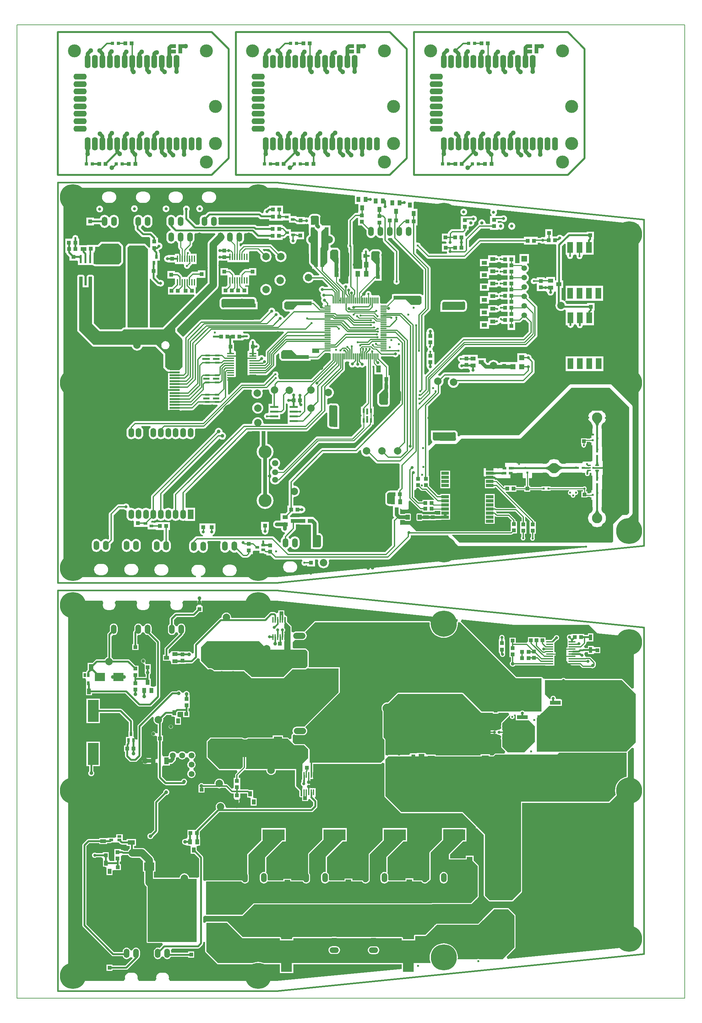
<source format=gtl>
G04 Layer_Physical_Order=1*
G04 Layer_Color=255*
%FSLAX44Y44*%
%MOMM*%
G71*
G01*
G75*
%ADD10R,0.6000X0.6000*%
%ADD11R,0.6000X0.6000*%
%ADD12R,3.2000X4.0000*%
%ADD13R,1.2000X1.6000*%
%ADD14R,1.4000X1.4000*%
%ADD15R,1.5000X3.0000*%
%ADD16R,1.1000X0.8000*%
%ADD17R,1.6002X1.8034*%
%ADD18R,1.8034X1.6002*%
%ADD19R,2.7000X0.5000*%
G04:AMPARAMS|DCode=20|XSize=1.1176mm|YSize=1.4224mm|CornerRadius=0.0838mm|HoleSize=0mm|Usage=FLASHONLY|Rotation=0.000|XOffset=0mm|YOffset=0mm|HoleType=Round|Shape=RoundedRectangle|*
%AMROUNDEDRECTD20*
21,1,1.1176,1.2548,0,0,0.0*
21,1,0.9500,1.4224,0,0,0.0*
1,1,0.1676,0.4750,-0.6274*
1,1,0.1676,-0.4750,-0.6274*
1,1,0.1676,-0.4750,0.6274*
1,1,0.1676,0.4750,0.6274*
%
%ADD20ROUNDEDRECTD20*%
%ADD21R,0.6350X2.6162*%
%ADD22R,0.8000X1.0000*%
%ADD23R,1.0000X0.8000*%
%ADD24R,1.9000X0.3000*%
%ADD25R,0.3000X1.8000*%
%ADD26R,1.2192X0.5588*%
%ADD27R,0.5588X1.2192*%
%ADD28R,1.9000X1.3000*%
%ADD29R,1.3000X1.9000*%
%ADD30R,1.0000X1.5000*%
%ADD31R,1.5000X1.0000*%
%ADD32R,1.0000X1.0000*%
%ADD33R,1.0000X1.0000*%
%ADD34R,0.4064X0.4000*%
%ADD35R,3.1000X2.4000*%
%ADD36R,0.6096X2.2098*%
%ADD37R,2.2098X0.6096*%
%ADD38R,1.4224X1.0160*%
%ADD39R,1.0160X1.4224*%
%ADD40R,1.0000X0.4000*%
%ADD41R,2.0000X0.8128*%
%ADD42R,1.1176X1.0160*%
%ADD43R,1.0160X1.1176*%
%ADD44O,1.8000X0.3000*%
%ADD45O,0.3000X1.8000*%
%ADD46C,0.2800*%
%ADD47C,0.5000*%
%ADD48C,0.3000*%
%ADD49C,0.2540*%
%ADD50C,1.0000*%
%ADD51C,2.0000*%
%ADD52C,0.8000*%
%ADD53C,0.2000*%
%ADD54C,0.2500*%
%ADD55C,0.4000*%
%ADD56R,1.4224X3.0734*%
%ADD57R,3.0734X1.4224*%
%ADD58R,6.2000X5.7000*%
%ADD59R,2.9000X1.1000*%
%ADD60R,0.6604X1.1176*%
%ADD61R,0.4400X1.5500*%
%ADD62R,3.0000X4.2000*%
%ADD63R,1.9000X0.4200*%
%ADD64R,1.1176X0.6604*%
%ADD65R,3.0000X6.0000*%
%ADD66R,13.0000X4.5000*%
%ADD67R,2.8000X2.2000*%
%ADD68R,2.2000X2.8000*%
%ADD69R,0.8128X1.6002*%
%ADD70R,6.0000X3.0000*%
%ADD71O,1.6000X3.6000*%
%ADD72O,3.6000X1.6000*%
%ADD73R,0.8128X0.8128*%
%ADD74R,1.0160X1.1176*%
%ADD75C,4.0000*%
%ADD76C,4.5000*%
%ADD77O,1.5000X2.5000*%
%ADD78R,1.5000X2.5000*%
%ADD79C,0.9000*%
%ADD80O,1.5000X2.5000*%
%ADD81C,1.7000*%
%ADD82O,1.7000X1.5000*%
%ADD83C,3.5000*%
%ADD84C,2.8000*%
%ADD85C,0.8130*%
%ADD86C,7.0000*%
%ADD87C,0.8000*%
%ADD88C,2.0000*%
%ADD89C,1.5000*%
%ADD90R,1.5000X1.5000*%
%ADD91C,0.6000*%
%ADD92C,1.0000*%
%ADD93C,1.2700*%
%ADD94O,3.3528X1.6764*%
%ADD95C,3.3020*%
%ADD96R,2.5400X2.5400*%
%ADD97C,2.5400*%
%ADD98R,2.5400X2.5400*%
%ADD99O,2.5000X1.5000*%
%ADD100C,1.6000*%
%ADD101C,0.7000*%
%ADD102C,1.3000*%
G36*
X1805260Y2307444D02*
Y1459000D01*
X1760500D01*
X1748525Y1487025D01*
X1773440Y1513642D01*
X1775250D01*
X1777396Y1514069D01*
X1779215Y1515285D01*
X1787465Y1523535D01*
X1788681Y1525354D01*
X1789108Y1527500D01*
Y1815500D01*
X1788681Y1817646D01*
X1787465Y1819465D01*
X1732965Y1873965D01*
X1731146Y1875181D01*
X1729000Y1875608D01*
X1622500D01*
X1620354Y1875181D01*
X1618535Y1873965D01*
X1482677Y1738108D01*
X1326250D01*
X1324104Y1737681D01*
X1322285Y1736465D01*
X1320836Y1735017D01*
X1317836Y1736259D01*
Y1741250D01*
X1317493Y1743860D01*
X1316485Y1746293D01*
X1314882Y1748382D01*
X1312793Y1749985D01*
X1310361Y1750993D01*
X1307750Y1751336D01*
X1305851Y1751086D01*
X1271500D01*
X1271500Y1751086D01*
X1271500Y1751086D01*
X1255750D01*
X1255095Y1751000D01*
X1245750D01*
Y1741655D01*
X1245664Y1741000D01*
X1245680Y1740875D01*
X1245664Y1740750D01*
Y1728750D01*
X1246007Y1726140D01*
X1247015Y1723707D01*
X1248618Y1721618D01*
X1248833Y1721453D01*
X1249029Y1718459D01*
X1240578Y1710008D01*
X1237806Y1711156D01*
Y1815865D01*
X1270236Y1848295D01*
X1271278Y1849652D01*
X1271933Y1851234D01*
X1272156Y1852930D01*
Y1871084D01*
X1272874Y1871468D01*
X1275158Y1873342D01*
X1277032Y1875626D01*
X1278425Y1878232D01*
X1279283Y1881060D01*
X1279573Y1884000D01*
X1279283Y1886940D01*
X1278976Y1887954D01*
X1285466Y1894444D01*
X1294258D01*
X1295272Y1892327D01*
X1295417Y1891444D01*
X1293718Y1889374D01*
X1292325Y1886768D01*
X1291467Y1883940D01*
X1291177Y1881000D01*
X1291467Y1878060D01*
X1292325Y1875232D01*
X1293718Y1872626D01*
X1295592Y1870342D01*
X1297876Y1868468D01*
X1300482Y1867075D01*
X1303309Y1866217D01*
X1306250Y1865927D01*
X1309191Y1866217D01*
X1312018Y1867075D01*
X1314624Y1868468D01*
X1316908Y1870342D01*
X1318782Y1872626D01*
X1320175Y1875232D01*
X1321033Y1878060D01*
X1321095Y1878694D01*
X1494250D01*
X1495947Y1878917D01*
X1497528Y1879572D01*
X1498886Y1880614D01*
X1523136Y1904864D01*
X1524178Y1906222D01*
X1524833Y1907803D01*
X1525056Y1909500D01*
Y1936750D01*
X1524833Y1938447D01*
X1524178Y1940028D01*
X1523136Y1941386D01*
X1516798Y1947724D01*
X1516518Y1949850D01*
X1515611Y1952039D01*
X1514169Y1953919D01*
X1512289Y1955361D01*
X1510099Y1956268D01*
X1507750Y1956578D01*
X1505500Y1956281D01*
X1505389Y1956277D01*
X1502500Y1958314D01*
Y1959250D01*
X1478500D01*
Y1938250D01*
X1478500Y1935250D01*
X1475500Y1935250D01*
X1454500D01*
Y1935250D01*
X1452500Y1935500D01*
Y1935500D01*
X1451604Y1935500D01*
X1432500D01*
Y1933336D01*
X1427221D01*
X1426532Y1934624D01*
X1424658Y1936908D01*
X1422374Y1938782D01*
X1419768Y1940175D01*
X1416940Y1941033D01*
X1414000Y1941323D01*
X1411060Y1941033D01*
X1408232Y1940175D01*
X1405626Y1938782D01*
X1403342Y1936908D01*
X1401468Y1934624D01*
X1400779Y1933336D01*
X1397854D01*
X1393538Y1937652D01*
Y1945580D01*
X1381474D01*
X1381426Y1945586D01*
X1381378Y1945580D01*
X1371362D01*
Y1955080D01*
X1330662D01*
Y1954225D01*
X1328500Y1952393D01*
X1327662Y1952100D01*
X1326000Y1952319D01*
X1323912Y1952044D01*
X1321965Y1951238D01*
X1320294Y1949956D01*
X1319012Y1948284D01*
X1318206Y1946338D01*
X1317931Y1944250D01*
X1318206Y1942162D01*
X1319012Y1940215D01*
X1320294Y1938544D01*
X1321965Y1937262D01*
X1323627Y1936574D01*
X1323905Y1935645D01*
X1323885Y1933434D01*
X1323711Y1933361D01*
X1321831Y1931919D01*
X1320388Y1930039D01*
X1319482Y1927849D01*
X1319172Y1925500D01*
X1319482Y1923150D01*
X1320388Y1920961D01*
X1321831Y1919081D01*
X1323711Y1917639D01*
X1325901Y1916732D01*
X1328250Y1916422D01*
X1330599Y1916732D01*
X1332789Y1917639D01*
X1332978Y1917784D01*
X1347138D01*
Y1915768D01*
X1348196D01*
X1350174Y1913513D01*
X1350172Y1913500D01*
X1350482Y1911151D01*
X1350728Y1910556D01*
X1348874Y1907556D01*
X1282750D01*
X1281053Y1907333D01*
X1280127Y1906949D01*
X1279472Y1906678D01*
X1278114Y1905636D01*
X1270356Y1897878D01*
X1270268Y1897925D01*
X1267440Y1898783D01*
X1265945Y1898930D01*
X1264827Y1902055D01*
X1338966Y1976194D01*
X1501000D01*
X1502697Y1976417D01*
X1504278Y1977072D01*
X1505636Y1978114D01*
X1530636Y2003114D01*
X1531678Y2004472D01*
X1532333Y2006053D01*
X1532556Y2007750D01*
Y2083322D01*
X1532333Y2085019D01*
X1531678Y2086600D01*
X1530636Y2087958D01*
X1509106Y2109488D01*
X1509494Y2112436D01*
X1509064Y2115700D01*
X1507805Y2118740D01*
X1505801Y2121351D01*
X1503190Y2123355D01*
X1502809Y2123513D01*
Y2126760D01*
X1503190Y2126918D01*
X1505801Y2128921D01*
X1507805Y2131532D01*
X1509064Y2134573D01*
X1509494Y2137836D01*
X1509064Y2141100D01*
X1507805Y2144140D01*
X1505801Y2146752D01*
X1503190Y2148755D01*
X1502809Y2148913D01*
Y2152160D01*
X1503190Y2152318D01*
X1505801Y2154321D01*
X1507805Y2156933D01*
X1509064Y2159973D01*
X1509494Y2163236D01*
X1509064Y2166500D01*
X1507805Y2169540D01*
X1505801Y2172151D01*
X1503190Y2174155D01*
X1502809Y2174313D01*
Y2177560D01*
X1503190Y2177718D01*
X1505801Y2179721D01*
X1507805Y2182332D01*
X1509064Y2185373D01*
X1509494Y2188636D01*
X1509064Y2191900D01*
X1507805Y2194940D01*
X1505801Y2197552D01*
X1504518Y2198536D01*
X1505536Y2201536D01*
X1509386D01*
Y2226536D01*
X1484386D01*
Y2202665D01*
X1472466D01*
Y2223224D01*
X1435170D01*
Y2222534D01*
X1433500Y2221069D01*
X1431412Y2220794D01*
X1429465Y2219988D01*
X1429000Y2219631D01*
X1428535Y2219988D01*
X1426588Y2220794D01*
X1424500Y2221069D01*
X1424174Y2221355D01*
Y2223216D01*
X1399950D01*
Y2213564D01*
X1377774D01*
Y2193404D01*
X1401998D01*
Y2203056D01*
X1424174D01*
Y2204645D01*
X1424500Y2204931D01*
X1426588Y2205206D01*
X1428535Y2206012D01*
X1429000Y2206369D01*
X1429465Y2206012D01*
X1431412Y2205206D01*
X1433500Y2204931D01*
X1435170Y2203466D01*
Y2202048D01*
X1452306D01*
Y2190224D01*
X1435170D01*
Y2189253D01*
X1433250Y2187569D01*
X1431162Y2187294D01*
X1429782Y2186723D01*
X1428784Y2187488D01*
X1426838Y2188294D01*
X1424750Y2188569D01*
X1424174Y2189074D01*
Y2190216D01*
X1399950D01*
Y2180564D01*
X1377774D01*
Y2160404D01*
X1401998D01*
Y2170056D01*
X1424174D01*
Y2171926D01*
X1424750Y2172431D01*
X1426838Y2172706D01*
X1428218Y2173277D01*
X1429216Y2172512D01*
X1431162Y2171706D01*
X1433250Y2171431D01*
X1435170Y2169747D01*
Y2169048D01*
X1452306D01*
Y2157770D01*
X1435170D01*
Y2157253D01*
X1433250Y2155569D01*
X1431162Y2155294D01*
X1429216Y2154488D01*
X1428549Y2153977D01*
X1428535Y2153988D01*
X1426588Y2154794D01*
X1424500Y2155069D01*
X1424174Y2155355D01*
Y2157216D01*
X1399950D01*
Y2147564D01*
X1377774D01*
Y2127404D01*
X1401998D01*
Y2137056D01*
X1424174D01*
Y2138645D01*
X1424500Y2138931D01*
X1426588Y2139206D01*
X1428535Y2140012D01*
X1429201Y2140523D01*
X1429216Y2140512D01*
X1431162Y2139706D01*
X1433250Y2139431D01*
X1435170Y2137747D01*
Y2136594D01*
X1452306D01*
Y2125043D01*
X1435170D01*
Y2123814D01*
X1433750Y2122569D01*
X1431662Y2122294D01*
X1429716Y2121488D01*
X1428044Y2120206D01*
X1427975Y2120116D01*
X1426338Y2120794D01*
X1424250Y2121069D01*
X1424174Y2121136D01*
Y2123216D01*
X1399950D01*
Y2113564D01*
X1377774D01*
Y2093404D01*
X1401998D01*
Y2103056D01*
X1424174D01*
Y2104864D01*
X1424250Y2104931D01*
X1426338Y2105206D01*
X1428284Y2106012D01*
X1429956Y2107294D01*
X1430025Y2107384D01*
X1431662Y2106706D01*
X1433750Y2106431D01*
X1435170Y2105186D01*
Y2103866D01*
X1452306D01*
Y2092315D01*
X1435170D01*
Y2091095D01*
X1434000Y2090069D01*
X1431912Y2089794D01*
X1429966Y2088988D01*
X1428294Y2087706D01*
X1427279Y2086382D01*
X1426789Y2086461D01*
X1426588Y2086544D01*
X1424899Y2086767D01*
X1424483Y2086834D01*
X1424174Y2087105D01*
Y2089216D01*
X1399950D01*
Y2079564D01*
X1377774D01*
Y2059404D01*
X1401998D01*
Y2069056D01*
X1424174D01*
Y2070395D01*
X1424500Y2070681D01*
X1426588Y2070956D01*
X1428535Y2071762D01*
X1430206Y2073044D01*
X1431221Y2074368D01*
X1431711Y2074289D01*
X1431912Y2074206D01*
X1433602Y2073983D01*
X1434017Y2073916D01*
X1435170Y2072905D01*
Y2071139D01*
X1452306D01*
Y2059588D01*
X1435170D01*
X1435170Y2059588D01*
X1432661Y2059044D01*
X1432434Y2058950D01*
X1432434Y2058950D01*
X1432346Y2058913D01*
X1430715Y2058238D01*
X1429044Y2056956D01*
X1427762Y2055284D01*
X1426956Y2053338D01*
X1424174Y2054063D01*
Y2055216D01*
X1399950D01*
Y2045564D01*
X1377774D01*
Y2025404D01*
X1401998D01*
Y2035056D01*
X1424174D01*
Y2037237D01*
X1425838Y2037456D01*
X1427784Y2038262D01*
X1429456Y2039544D01*
X1430162Y2040465D01*
X1433653Y2041385D01*
X1435170Y2040195D01*
Y2038412D01*
X1452306D01*
Y2022048D01*
X1472466D01*
Y2038412D01*
Y2042607D01*
X1484250D01*
X1486696Y2043094D01*
X1488770Y2044480D01*
X1493734Y2049444D01*
X1496886Y2049028D01*
X1499834Y2049417D01*
X1508694Y2040557D01*
Y2017466D01*
X1493284Y2002056D01*
X1333500D01*
X1331803Y2001833D01*
X1330222Y2001178D01*
X1328864Y2000136D01*
X1257360Y1928631D01*
X1254588Y1929779D01*
Y1942420D01*
Y1962580D01*
X1252626D01*
X1251819Y1963500D01*
X1251544Y1965588D01*
X1250738Y1967534D01*
X1249456Y1969206D01*
X1248956Y1971544D01*
X1250238Y1973215D01*
X1251044Y1975162D01*
X1251319Y1977250D01*
X1252564Y1978670D01*
X1254088D01*
Y1995806D01*
Y2015966D01*
X1254088D01*
X1252566Y2018336D01*
X1252268Y2020600D01*
X1251361Y2022789D01*
X1249919Y2024669D01*
X1248039Y2026111D01*
X1245850Y2027018D01*
X1243500Y2027328D01*
X1241151Y2027018D01*
X1238961Y2026111D01*
X1237081Y2024669D01*
X1235639Y2022789D01*
X1234732Y2020600D01*
X1234434Y2018336D01*
X1232912Y2015966D01*
X1232912Y2015966D01*
X1232912Y2015966D01*
Y1995806D01*
Y1978670D01*
X1233936D01*
X1235181Y1977250D01*
X1235456Y1975162D01*
X1236262Y1973215D01*
X1237544Y1971544D01*
X1238044Y1969206D01*
X1236762Y1967534D01*
X1235956Y1965588D01*
X1235681Y1963500D01*
X1234874Y1962580D01*
X1233412D01*
Y1942420D01*
Y1925284D01*
X1233412D01*
X1234922Y1922750D01*
X1235232Y1920401D01*
X1236139Y1918211D01*
X1237581Y1916331D01*
X1239412Y1914926D01*
X1239462Y1914884D01*
X1240104Y1911375D01*
X1230556Y1901828D01*
X1227556Y1903070D01*
Y2059284D01*
X1242486Y2074214D01*
X1243528Y2075572D01*
X1244183Y2077153D01*
X1244406Y2078850D01*
Y2188948D01*
X1244183Y2190645D01*
X1243528Y2192226D01*
X1242486Y2193584D01*
X1205692Y2230378D01*
Y2239628D01*
X1206315Y2240282D01*
X1209567Y2240911D01*
X1234364Y2216114D01*
X1235722Y2215072D01*
X1237303Y2214417D01*
X1239000Y2214194D01*
X1335750D01*
X1337447Y2214417D01*
X1339028Y2215072D01*
X1340386Y2216114D01*
X1380466Y2256194D01*
X1496420D01*
Y2252162D01*
X1533716D01*
Y2257194D01*
X1540510D01*
X1542211Y2255889D01*
X1544400Y2254982D01*
X1546750Y2254672D01*
X1549099Y2254982D01*
X1550170Y2255425D01*
X1552753Y2254069D01*
X1553170Y2253551D01*
Y2253162D01*
X1580694D01*
X1583435Y2251000D01*
Y2155580D01*
X1580112D01*
Y2165080D01*
X1555888D01*
Y2161556D01*
X1552338D01*
Y2164080D01*
X1531162D01*
Y2160556D01*
X1527272D01*
X1527034Y2160738D01*
X1525088Y2161544D01*
X1523000Y2161819D01*
X1520912Y2161544D01*
X1518965Y2160738D01*
X1517294Y2159456D01*
X1516012Y2157784D01*
X1515206Y2155838D01*
X1514931Y2153750D01*
X1515206Y2151662D01*
X1516012Y2149716D01*
X1517294Y2148044D01*
X1518965Y2146762D01*
X1520912Y2145956D01*
X1523000Y2145681D01*
X1525088Y2145956D01*
X1527034Y2146762D01*
X1527923Y2147444D01*
X1531162D01*
Y2143920D01*
Y2126784D01*
X1552338D01*
Y2126784D01*
X1553306Y2126777D01*
X1555888Y2125768D01*
D01*
X1558331Y2124424D01*
X1558922Y2123750D01*
X1559232Y2121400D01*
X1560139Y2119211D01*
X1561581Y2117331D01*
X1563461Y2115889D01*
X1565650Y2114982D01*
X1568000Y2114672D01*
X1570349Y2114982D01*
X1572539Y2115889D01*
X1574419Y2117331D01*
X1575861Y2119211D01*
X1576768Y2121400D01*
X1577078Y2123750D01*
X1578847Y2125768D01*
X1580112D01*
X1582611Y2124559D01*
Y2094554D01*
X1582325Y2094018D01*
X1581467Y2091190D01*
X1581177Y2088250D01*
X1581467Y2085309D01*
X1582325Y2082482D01*
X1583718Y2079876D01*
X1585592Y2077592D01*
X1587876Y2075718D01*
X1590482Y2074325D01*
X1593309Y2073467D01*
X1596250Y2073177D01*
X1599191Y2073467D01*
X1602018Y2074325D01*
X1604624Y2075718D01*
X1606108Y2076935D01*
X1607002D01*
X1609200Y2075000D01*
X1609200Y2073935D01*
Y2035000D01*
X1613714D01*
X1613956Y2033162D01*
X1614762Y2031216D01*
X1616044Y2029544D01*
X1617715Y2028262D01*
X1619662Y2027456D01*
X1621750Y2027181D01*
X1623838Y2027456D01*
X1625784Y2028262D01*
X1627456Y2029544D01*
X1628738Y2031216D01*
X1629544Y2033162D01*
X1629786Y2035000D01*
X1634200Y2035000D01*
X1638712Y2035000D01*
X1638931Y2034750D01*
X1639206Y2032662D01*
X1640012Y2030715D01*
X1641294Y2029044D01*
X1642966Y2027762D01*
X1644912Y2026956D01*
X1647000Y2026681D01*
X1649088Y2026956D01*
X1651035Y2027762D01*
X1652706Y2029044D01*
X1653988Y2030715D01*
X1654794Y2032662D01*
X1655069Y2034750D01*
X1655288Y2035000D01*
X1659600Y2035000D01*
X1662600Y2035000D01*
X1685000D01*
Y2074500D01*
X1686500D01*
Y2094500D01*
X1666500D01*
Y2092065D01*
X1610768D01*
X1610175Y2094018D01*
X1608782Y2096624D01*
X1607268Y2098469D01*
X1608761Y2100823D01*
X1608932Y2101000D01*
X1611166Y2101000D01*
X1630800D01*
X1633400Y2101000D01*
X1636400Y2101000D01*
X1656200D01*
X1658800Y2101000D01*
X1661800Y2101000D01*
X1681600D01*
X1684200Y2101000D01*
X1687200Y2101000D01*
X1709600D01*
Y2141000D01*
X1687200D01*
X1684600Y2141000D01*
X1681600Y2141000D01*
X1661800D01*
X1659200Y2141000D01*
X1656200Y2141000D01*
X1636400D01*
X1633800Y2141000D01*
X1630800Y2141000D01*
X1608400D01*
Y2103790D01*
X1608400Y2101564D01*
X1605936Y2099705D01*
X1604624Y2100782D01*
X1602018Y2102175D01*
X1599191Y2103033D01*
X1597741Y2103176D01*
Y2135420D01*
X1602288D01*
Y2155580D01*
X1598565D01*
Y2247867D01*
X1605628Y2254930D01*
X1608400Y2253782D01*
Y2225000D01*
X1610320D01*
X1612497Y2222000D01*
X1612431Y2221500D01*
X1612706Y2219412D01*
X1613512Y2217466D01*
X1614794Y2215794D01*
X1616465Y2214512D01*
X1618412Y2213706D01*
X1620500Y2213431D01*
X1622588Y2213706D01*
X1624534Y2214512D01*
X1626206Y2215794D01*
X1627488Y2217466D01*
X1628294Y2219412D01*
X1628569Y2221500D01*
X1628503Y2222000D01*
X1630679Y2225000D01*
X1633400Y2225000D01*
X1636359Y2225000D01*
X1638313Y2222000D01*
X1638181Y2221000D01*
X1638456Y2218912D01*
X1639262Y2216965D01*
X1640544Y2215294D01*
X1642216Y2214012D01*
X1644162Y2213206D01*
X1646250Y2212931D01*
X1648338Y2213206D01*
X1650284Y2214012D01*
X1651956Y2215294D01*
X1653238Y2216965D01*
X1654044Y2218912D01*
X1654319Y2221000D01*
X1654187Y2222000D01*
X1656141Y2225000D01*
X1658800Y2225000D01*
X1661800Y2225000D01*
X1684200D01*
Y2265000D01*
X1685250Y2267250D01*
X1685250D01*
Y2287250D01*
X1665250D01*
Y2284815D01*
X1621146D01*
X1619958Y2285307D01*
X1618000Y2285565D01*
X1616042Y2285307D01*
X1614218Y2284551D01*
X1612651Y2283349D01*
X1612651Y2283349D01*
X1603504Y2274202D01*
X1600063Y2275004D01*
X1599169Y2276169D01*
X1597289Y2277611D01*
X1595099Y2278518D01*
X1592750Y2278828D01*
X1590401Y2278518D01*
X1588211Y2277611D01*
X1586331Y2276169D01*
X1584926Y2274338D01*
X1573500D01*
Y2293750D01*
X1553500D01*
Y2274338D01*
X1553170D01*
Y2273949D01*
X1552753Y2273431D01*
X1550170Y2272075D01*
X1549099Y2272518D01*
X1546750Y2272828D01*
X1544400Y2272518D01*
X1542211Y2271611D01*
X1540510Y2270306D01*
X1533716D01*
Y2273338D01*
X1496420D01*
Y2269306D01*
X1377750D01*
X1376053Y2269083D01*
X1374472Y2268428D01*
X1373114Y2267386D01*
X1350828Y2245099D01*
X1348056Y2246247D01*
Y2263534D01*
X1379830Y2295308D01*
X1404912D01*
Y2291784D01*
X1426088D01*
Y2291932D01*
X1427687Y2293012D01*
X1429088Y2293545D01*
X1431020Y2292745D01*
X1433500Y2292418D01*
X1435980Y2292745D01*
X1438291Y2293702D01*
X1440275Y2295225D01*
X1441798Y2297209D01*
X1442755Y2299520D01*
X1443082Y2302000D01*
X1442755Y2304480D01*
X1441798Y2306791D01*
X1440275Y2308775D01*
X1438291Y2310298D01*
X1435980Y2311255D01*
X1433500Y2311582D01*
X1431020Y2311255D01*
X1429088Y2310455D01*
X1427687Y2310988D01*
X1426088Y2312068D01*
Y2315944D01*
X1434995D01*
X1435081Y2315831D01*
X1436961Y2314388D01*
X1439151Y2313482D01*
X1441500Y2313172D01*
X1443849Y2313482D01*
X1446039Y2314388D01*
X1447919Y2315831D01*
X1449361Y2317711D01*
X1450268Y2319901D01*
X1450578Y2322250D01*
X1450268Y2324599D01*
X1449361Y2326789D01*
X1447919Y2328669D01*
X1446039Y2330111D01*
X1443849Y2331018D01*
X1441500Y2331328D01*
X1439151Y2331018D01*
X1436961Y2330111D01*
X1435586Y2329056D01*
X1426088D01*
Y2329080D01*
X1420150D01*
X1419833Y2329676D01*
X1419364Y2332080D01*
X1420669Y2333081D01*
X1422111Y2334961D01*
X1423018Y2337151D01*
X1423328Y2339500D01*
X1423018Y2341850D01*
X1422556Y2342966D01*
X1424039Y2345439D01*
X1424513Y2345784D01*
X1805260Y2307444D01*
D02*
G37*
G36*
X1405421Y2347706D02*
X1406784Y2344554D01*
X1406389Y2344039D01*
X1405482Y2341850D01*
X1405172Y2339500D01*
X1405482Y2337151D01*
X1406389Y2334961D01*
X1407831Y2333081D01*
X1409136Y2332080D01*
X1408667Y2329676D01*
X1408350Y2329080D01*
X1404912D01*
Y2308420D01*
X1395268D01*
X1392582Y2311000D01*
X1392255Y2313480D01*
X1391298Y2315791D01*
X1389775Y2317776D01*
X1387791Y2319298D01*
X1385480Y2320255D01*
X1383000Y2320582D01*
X1380520Y2320255D01*
X1378209Y2319298D01*
X1376225Y2317776D01*
X1374702Y2315791D01*
X1373745Y2313480D01*
X1373418Y2311000D01*
X1373745Y2308520D01*
X1373993Y2307921D01*
X1373836Y2307542D01*
X1372478Y2306500D01*
X1340488Y2274509D01*
X1337716Y2275657D01*
Y2282088D01*
X1339055Y2284533D01*
X1341386Y2286864D01*
X1342428Y2288222D01*
X1343083Y2289803D01*
X1343212Y2290784D01*
X1347338D01*
Y2299815D01*
X1350338Y2301820D01*
X1350520Y2301745D01*
X1353000Y2301418D01*
X1355480Y2301745D01*
X1357791Y2302702D01*
X1359775Y2304225D01*
X1361298Y2306209D01*
X1362255Y2308520D01*
X1362582Y2311000D01*
X1362326Y2312946D01*
X1362599Y2312982D01*
X1364789Y2313889D01*
X1366669Y2315331D01*
X1368111Y2317211D01*
X1369018Y2319400D01*
X1369328Y2321750D01*
X1369018Y2324099D01*
X1368111Y2326289D01*
X1366669Y2328169D01*
X1364789Y2329611D01*
X1362599Y2330518D01*
X1360250Y2330828D01*
X1357901Y2330518D01*
X1355711Y2329611D01*
X1353831Y2328169D01*
X1353745Y2328056D01*
X1347338D01*
Y2328080D01*
X1326162D01*
Y2307920D01*
Y2293806D01*
X1303000D01*
X1301303Y2293583D01*
X1299722Y2292928D01*
X1298364Y2291886D01*
X1293114Y2286636D01*
X1292072Y2285278D01*
X1291417Y2283697D01*
X1291205Y2282088D01*
X1274806D01*
Y2260912D01*
X1285464D01*
X1288172Y2258500D01*
X1288292Y2257588D01*
X1286183Y2254588D01*
X1275056D01*
Y2233412D01*
X1288467D01*
X1288732Y2231400D01*
X1289185Y2230306D01*
X1287852Y2227744D01*
X1287319Y2227306D01*
X1241716D01*
X1217887Y2251135D01*
X1217794Y2251838D01*
X1216988Y2253784D01*
X1215706Y2255456D01*
X1214035Y2256738D01*
X1212088Y2257544D01*
X1210000Y2257819D01*
X1208692Y2257647D01*
X1206614Y2258905D01*
X1205692Y2259872D01*
Y2304162D01*
X1209216D01*
Y2325338D01*
X1208830D01*
Y2348436D01*
X1199178D01*
Y2366238D01*
X1201403Y2368250D01*
X1405421Y2347706D01*
D02*
G37*
G36*
X782651Y2323151D02*
X782651Y2323151D01*
X784218Y2321949D01*
X786042Y2321193D01*
X788000Y2320935D01*
X809784D01*
Y2316912D01*
X847080D01*
Y2317750D01*
X863000D01*
Y2311250D01*
X878978D01*
X879114Y2311114D01*
X880472Y2310072D01*
X882053Y2309417D01*
X883412Y2309238D01*
Y2306920D01*
X904588D01*
Y2306920D01*
X907588Y2307758D01*
X907651Y2307732D01*
X910000Y2307422D01*
X912349Y2307732D01*
X913412Y2308172D01*
X916412Y2306592D01*
Y2300920D01*
Y2283784D01*
X916694D01*
Y2278336D01*
X916126Y2278032D01*
X913842Y2276158D01*
X911968Y2273874D01*
X910575Y2271268D01*
X909717Y2268441D01*
X909427Y2265500D01*
X909717Y2262560D01*
X910575Y2259732D01*
X911968Y2257126D01*
X913842Y2254842D01*
X916029Y2253047D01*
Y2227233D01*
X916694D01*
Y2205470D01*
X917037Y2202859D01*
X918045Y2200427D01*
X919648Y2198338D01*
X925500Y2192486D01*
Y2186750D01*
X930184D01*
X930864Y2185864D01*
X944651Y2172078D01*
X943503Y2169306D01*
X929405D01*
X928032Y2171874D01*
X926158Y2174158D01*
X923874Y2176032D01*
X921268Y2177425D01*
X918440Y2178283D01*
X915500Y2178573D01*
X912560Y2178283D01*
X909732Y2177425D01*
X907126Y2176032D01*
X904842Y2174158D01*
X902968Y2171874D01*
X901575Y2169268D01*
X900717Y2166440D01*
X900427Y2163500D01*
X900717Y2160560D01*
X901575Y2157732D01*
X902968Y2155126D01*
X904842Y2152842D01*
X907126Y2150968D01*
X909732Y2149575D01*
X912560Y2148717D01*
X915500Y2148427D01*
X918440Y2148717D01*
X921268Y2149575D01*
X923874Y2150968D01*
X926158Y2152842D01*
X928032Y2155126D01*
X928603Y2156194D01*
X952784D01*
X968349Y2140629D01*
X967201Y2137857D01*
X959035D01*
X957334Y2139163D01*
X955145Y2140070D01*
X952795Y2140379D01*
X950445Y2140070D01*
X948256Y2139163D01*
X946376Y2137720D01*
X944934Y2135840D01*
X944027Y2133651D01*
X943717Y2131301D01*
X944027Y2128952D01*
X944934Y2126763D01*
X946376Y2124882D01*
X947554Y2123978D01*
X948888Y2120789D01*
X947982Y2118600D01*
X947672Y2116250D01*
X947982Y2113900D01*
X948888Y2111711D01*
X950331Y2109831D01*
X950639Y2106539D01*
X949732Y2104350D01*
X949422Y2102000D01*
X949732Y2099651D01*
X950639Y2097461D01*
X952081Y2095581D01*
X953961Y2094138D01*
X954580Y2091056D01*
X954460Y2090685D01*
X953572Y2089528D01*
X952917Y2087947D01*
X952694Y2086250D01*
X952774Y2085643D01*
X951188Y2083208D01*
X950461Y2082643D01*
X948398D01*
X932770Y2098270D01*
X930696Y2099656D01*
X928896Y2100014D01*
X928710Y2100951D01*
X928250Y2101639D01*
Y2103750D01*
X925749D01*
X924000Y2104098D01*
X855000D01*
X854296Y2103958D01*
X853581Y2103896D01*
X853328Y2103765D01*
X853049Y2103710D01*
X852452Y2103311D01*
X851815Y2102981D01*
X846815Y2098981D01*
X846632Y2098763D01*
X846395Y2098605D01*
X845997Y2098008D01*
X845534Y2097459D01*
X845448Y2097188D01*
X845290Y2096951D01*
X845150Y2096247D01*
X844933Y2095563D01*
X844958Y2095279D01*
X844902Y2095000D01*
X844902Y2082000D01*
X845290Y2080049D01*
X845906Y2079127D01*
X846395Y2078395D01*
X851395Y2073395D01*
X851395Y2073395D01*
X851395Y2073395D01*
X852218Y2072845D01*
X853049Y2072290D01*
X853049Y2072290D01*
X853049Y2072290D01*
X855000Y2071902D01*
X863961Y2071902D01*
X865109Y2069130D01*
X851077Y2055099D01*
X849792Y2055204D01*
X847745Y2056009D01*
X847111Y2057539D01*
X845669Y2059419D01*
X843789Y2060862D01*
X841600Y2061768D01*
X840461Y2061918D01*
X838975Y2062476D01*
X837334Y2064851D01*
X837268Y2065349D01*
X836361Y2067539D01*
X834919Y2069419D01*
X833039Y2070861D01*
X830850Y2071768D01*
X828500Y2072078D01*
X828482Y2072075D01*
X825828Y2072920D01*
X825375Y2074540D01*
X825268Y2075349D01*
X824361Y2077539D01*
X822919Y2079419D01*
X821039Y2080861D01*
X818849Y2081768D01*
X816500Y2082078D01*
X814150Y2081768D01*
X811961Y2080861D01*
X810081Y2079419D01*
X808639Y2077539D01*
X807732Y2075349D01*
X807452Y2073224D01*
X783784Y2049556D01*
X627000D01*
X625303Y2049333D01*
X623722Y2048678D01*
X622364Y2047636D01*
X580364Y2005636D01*
X579664Y2004724D01*
X578139Y2004183D01*
X577863Y2004147D01*
X577034Y2004072D01*
X576064Y2004252D01*
X561323Y2018993D01*
Y2024757D01*
X669158Y2132592D01*
X671032Y2134876D01*
X672425Y2137482D01*
X673283Y2140309D01*
X673572Y2143250D01*
Y2207115D01*
X676500Y2209672D01*
X677325Y2209781D01*
X678500Y2208750D01*
Y2208750D01*
X697250D01*
Y2205000D01*
X710250D01*
Y2205000D01*
X710250D01*
Y2205000D01*
X755750D01*
Y2233000D01*
X758084Y2234607D01*
X777352D01*
X786869Y2225090D01*
X786217Y2222941D01*
X785927Y2220000D01*
X786217Y2217059D01*
X787075Y2214232D01*
X788468Y2211626D01*
X790342Y2209342D01*
X792626Y2207468D01*
X795232Y2206075D01*
X798059Y2205217D01*
X801000Y2204927D01*
X803941Y2205217D01*
X806768Y2206075D01*
X809374Y2207468D01*
X811658Y2209342D01*
X813532Y2211626D01*
X814925Y2214232D01*
X815783Y2217059D01*
X816073Y2220000D01*
X815783Y2222941D01*
X814925Y2225768D01*
X813532Y2228374D01*
X811658Y2230658D01*
X809374Y2232532D01*
X806768Y2233925D01*
X803941Y2234783D01*
X801000Y2235073D01*
X798059Y2234783D01*
X795910Y2234131D01*
X792205Y2237836D01*
X793353Y2240607D01*
X809352D01*
X826404Y2223555D01*
X826217Y2222941D01*
X825927Y2220000D01*
X826217Y2217059D01*
X827075Y2214232D01*
X828468Y2211626D01*
X830342Y2209342D01*
X832626Y2207468D01*
X835232Y2206075D01*
X838059Y2205217D01*
X841000Y2204927D01*
X843941Y2205217D01*
X846768Y2206075D01*
X849374Y2207468D01*
X851658Y2209342D01*
X853532Y2211626D01*
X854925Y2214232D01*
X855783Y2217059D01*
X856073Y2220000D01*
X855783Y2222941D01*
X854925Y2225768D01*
X853532Y2228374D01*
X851658Y2230658D01*
X849374Y2232532D01*
X846768Y2233925D01*
X843941Y2234783D01*
X841000Y2235073D01*
X838059Y2234783D01*
X835232Y2233925D01*
X834504Y2233536D01*
X816520Y2251520D01*
X814446Y2252906D01*
X812000Y2253393D01*
X741000D01*
X738553Y2252906D01*
X736480Y2251520D01*
X732414Y2247455D01*
X729643Y2248603D01*
Y2255181D01*
X732613Y2255572D01*
X735654Y2256831D01*
X738265Y2258835D01*
X740269Y2261446D01*
X741528Y2264487D01*
X741958Y2267750D01*
Y2277750D01*
X741703Y2279685D01*
X743763Y2282685D01*
X762617D01*
X774901Y2270401D01*
X774901Y2270401D01*
X776468Y2269199D01*
X778292Y2268443D01*
X780250Y2268185D01*
X808784D01*
Y2265162D01*
X846080D01*
Y2269194D01*
X848250D01*
X849947Y2269417D01*
X851528Y2270072D01*
X852886Y2271114D01*
X857522Y2275750D01*
X863750D01*
Y2269250D01*
X863862D01*
X864429Y2268762D01*
X865708Y2266250D01*
X865232Y2265099D01*
X864922Y2262750D01*
X865232Y2260401D01*
X866139Y2258211D01*
X867581Y2256331D01*
X869461Y2254889D01*
X871650Y2253982D01*
X874000Y2253672D01*
X876349Y2253982D01*
X878539Y2254889D01*
X880419Y2256331D01*
X881861Y2258211D01*
X882768Y2260401D01*
X883078Y2262750D01*
X882942Y2263784D01*
X884730Y2266396D01*
X885318Y2266784D01*
X903838D01*
Y2286944D01*
X883750D01*
Y2287250D01*
X867750D01*
Y2293750D01*
X857522D01*
X851136Y2300136D01*
X849778Y2301178D01*
X848197Y2301833D01*
X846500Y2302056D01*
X846330D01*
Y2305338D01*
X809034D01*
Y2302315D01*
X776260D01*
X774976Y2303599D01*
X773409Y2304801D01*
X771585Y2305557D01*
X769627Y2305815D01*
X675046D01*
X672652Y2308815D01*
X672808Y2310000D01*
Y2320000D01*
X672454Y2322685D01*
X674047Y2325685D01*
X780117D01*
X782651Y2323151D01*
D02*
G37*
G36*
X996000Y2234000D02*
Y2214000D01*
Y2165000D01*
X986000D01*
X986000Y2204000D01*
X974000Y2216000D01*
X974000Y2234000D01*
X979000Y2239000D01*
X992000Y2239000D01*
X996000Y2234000D01*
D02*
G37*
G36*
X1107000Y2229500D02*
Y2209500D01*
Y2160500D01*
X1097000D01*
X1097000Y2199500D01*
X1085000Y2211500D01*
X1085000Y2229500D01*
X1090000Y2234500D01*
X1103000Y2234500D01*
X1107000Y2229500D01*
D02*
G37*
G36*
X1040268Y2384476D02*
Y2361638D01*
X1049920D01*
Y2340966D01*
X1048912D01*
Y2337442D01*
X1042750D01*
X1041053Y2337219D01*
X1039472Y2336564D01*
X1038114Y2335522D01*
X1023614Y2321022D01*
X1022572Y2319664D01*
X1021917Y2318083D01*
X1021694Y2316386D01*
Y2253597D01*
X1021262Y2253035D01*
X1020456Y2251088D01*
X1020181Y2249000D01*
X1020456Y2246912D01*
X1021262Y2244966D01*
X1022544Y2243294D01*
X1023194Y2242796D01*
Y2148739D01*
X1022490Y2148044D01*
X1020194Y2146961D01*
X1018849Y2147518D01*
X1016500Y2147828D01*
X1014150Y2147518D01*
X1011961Y2146611D01*
X1010081Y2145169D01*
X1009987Y2145046D01*
X1006135Y2144655D01*
X997143Y2153648D01*
Y2159750D01*
X1001250D01*
Y2174750D01*
Y2193500D01*
X1001250Y2194750D01*
X1001250Y2194750D01*
Y2196500D01*
X1001250D01*
X1001250Y2197750D01*
Y2221500D01*
X1001098D01*
Y2234000D01*
X1000958Y2234704D01*
X1000897Y2235419D01*
X1000766Y2235672D01*
X1000710Y2235951D01*
X1000311Y2236548D01*
X999981Y2237185D01*
X995981Y2242185D01*
X995763Y2242368D01*
X995605Y2242605D01*
X995008Y2243003D01*
X994459Y2243466D01*
X994188Y2243552D01*
X993951Y2243710D01*
X993247Y2243850D01*
X992563Y2244067D01*
X992279Y2244042D01*
X992000Y2244098D01*
X979000Y2244098D01*
X977336Y2243767D01*
X976815Y2243856D01*
X974478Y2245314D01*
X974336Y2245505D01*
Y2250707D01*
X974441Y2250717D01*
X977268Y2251575D01*
X979874Y2252968D01*
X982158Y2254842D01*
X984032Y2257126D01*
X985425Y2259732D01*
X986283Y2262560D01*
X986573Y2265500D01*
X986283Y2268441D01*
X985425Y2271268D01*
X984032Y2273874D01*
X982158Y2276158D01*
X979874Y2278032D01*
X977268Y2279425D01*
X974441Y2280283D01*
X974336Y2280293D01*
Y2283920D01*
X974838D01*
Y2304080D01*
X964298D01*
X964250Y2304086D01*
X964202Y2304080D01*
X953662D01*
X953662Y2304080D01*
X951053Y2305025D01*
X950735Y2305793D01*
X949132Y2307882D01*
X948586Y2308428D01*
Y2312000D01*
Y2325000D01*
X948243Y2327610D01*
X947235Y2330043D01*
X945632Y2332132D01*
X943543Y2333735D01*
X941111Y2334743D01*
X938500Y2335086D01*
X936601Y2334836D01*
X926750D01*
X924139Y2334493D01*
X921707Y2333485D01*
X919618Y2331882D01*
X918015Y2329793D01*
X917007Y2327361D01*
X916874Y2326351D01*
X916049Y2325648D01*
X913864Y2324680D01*
X913775Y2324678D01*
X912349Y2325268D01*
X910000Y2325578D01*
X907651Y2325268D01*
X907588Y2325242D01*
X904588Y2327080D01*
Y2327080D01*
X883412D01*
X883000Y2329250D01*
X867000D01*
Y2335750D01*
X847080D01*
Y2338088D01*
X846580D01*
Y2357338D01*
X809284D01*
Y2354286D01*
X807542Y2354057D01*
X805718Y2353301D01*
X804151Y2352099D01*
X804151Y2352099D01*
X801634Y2349582D01*
X801151Y2349518D01*
X798961Y2348611D01*
X797081Y2347169D01*
X795639Y2345289D01*
X794732Y2343100D01*
X794422Y2340750D01*
X794581Y2339546D01*
X792525Y2337192D01*
X789943Y2337255D01*
X788599Y2338599D01*
X787032Y2339801D01*
X785208Y2340557D01*
X783250Y2340815D01*
X648250D01*
X646292Y2340557D01*
X644468Y2339801D01*
X642901Y2338599D01*
X642901Y2338599D01*
X636664Y2332362D01*
X634800Y2332608D01*
X631537Y2332178D01*
X628496Y2330919D01*
X625885Y2328915D01*
X623881Y2326304D01*
X622622Y2323263D01*
X622192Y2320000D01*
Y2310000D01*
X622348Y2308815D01*
X619954Y2305815D01*
X612633D01*
X593815Y2324633D01*
Y2343324D01*
X594111Y2343711D01*
X595018Y2345901D01*
X595328Y2348250D01*
X595018Y2350600D01*
X594111Y2352789D01*
X592669Y2354669D01*
X590789Y2356111D01*
X588600Y2357018D01*
X586250Y2357328D01*
X583900Y2357018D01*
X581711Y2356111D01*
X579831Y2354669D01*
X578388Y2352789D01*
X577482Y2350600D01*
X577172Y2348250D01*
X577482Y2345901D01*
X578388Y2343711D01*
X578685Y2343324D01*
Y2332857D01*
X575685Y2331341D01*
X573663Y2332178D01*
X570400Y2332608D01*
X567137Y2332178D01*
X564096Y2330919D01*
X561485Y2328915D01*
X559481Y2326304D01*
X559324Y2325923D01*
X556076D01*
X555919Y2326304D01*
X553915Y2328915D01*
X551304Y2330919D01*
X548263Y2332178D01*
X545000Y2332608D01*
X541737Y2332178D01*
X538696Y2330919D01*
X536085Y2328915D01*
X534081Y2326304D01*
X532822Y2323263D01*
X532392Y2320000D01*
Y2310000D01*
X532822Y2306737D01*
X534081Y2303696D01*
X536085Y2301085D01*
X538416Y2299296D01*
X538449Y2299218D01*
X539651Y2297651D01*
X544265Y2293037D01*
X543190Y2289870D01*
X541737Y2289678D01*
X538696Y2288419D01*
X536085Y2286415D01*
X534081Y2283804D01*
X532822Y2280763D01*
X532392Y2277500D01*
Y2267500D01*
X532822Y2264237D01*
X534081Y2261196D01*
X536085Y2258585D01*
X538696Y2256581D01*
X541737Y2255322D01*
X545000Y2254892D01*
X548263Y2255322D01*
X551304Y2256581D01*
X553915Y2258585D01*
X555919Y2261196D01*
X556076Y2261577D01*
X559324D01*
X559481Y2261196D01*
X561485Y2258585D01*
X564007Y2256649D01*
Y2245600D01*
X564494Y2243154D01*
X565880Y2241080D01*
X568857Y2238102D01*
Y2230956D01*
X568750Y2228000D01*
X555750D01*
Y2224000D01*
X540272D01*
X537500Y2224000D01*
X537499Y2224000D01*
X535328Y2223191D01*
X532901Y2222768D01*
X532477Y2222593D01*
X530711Y2221861D01*
X528831Y2220419D01*
X527388Y2218539D01*
X526482Y2216349D01*
X526172Y2214000D01*
X526482Y2211651D01*
X527388Y2209461D01*
X528831Y2207581D01*
X530711Y2206138D01*
X532477Y2205407D01*
X532901Y2205232D01*
X535328Y2204809D01*
X537500Y2204000D01*
X540272Y2204000D01*
X555750D01*
Y2200000D01*
X568750D01*
Y2200000D01*
X568750D01*
Y2200000D01*
X578165D01*
X580200Y2197097D01*
X580194Y2197000D01*
X579931Y2195000D01*
X580206Y2192912D01*
X581012Y2190966D01*
X582294Y2189294D01*
X583965Y2188012D01*
X585912Y2187206D01*
X588000Y2186931D01*
X590088Y2187206D01*
X592034Y2188012D01*
X593706Y2189294D01*
X594988Y2190966D01*
X595794Y2192912D01*
X595922Y2193881D01*
X597057Y2195016D01*
X597446Y2195094D01*
X599520Y2196480D01*
X600906Y2198554D01*
X601194Y2200000D01*
X614250D01*
Y2228000D01*
X598946D01*
X598069Y2229000D01*
X597794Y2231088D01*
X596988Y2233035D01*
X595706Y2234706D01*
X594035Y2235988D01*
X593495Y2236212D01*
X592607Y2239566D01*
X600520Y2247480D01*
X601906Y2249554D01*
X602393Y2252000D01*
Y2256803D01*
X604715Y2258585D01*
X606719Y2261196D01*
X607978Y2264237D01*
X608408Y2267500D01*
Y2277500D01*
X608120Y2279685D01*
X610069Y2282685D01*
X663427D01*
X664669Y2279685D01*
X647842Y2262858D01*
X645968Y2260574D01*
X644575Y2257968D01*
X643717Y2255141D01*
X643427Y2252200D01*
Y2149493D01*
X614000Y2120066D01*
X611000Y2121308D01*
Y2137000D01*
X614250D01*
Y2161729D01*
X617250Y2163383D01*
X617500Y2163226D01*
Y2162750D01*
X637500D01*
Y2182750D01*
X617500D01*
Y2179306D01*
X604000D01*
X602303Y2179083D01*
X600722Y2178428D01*
X599364Y2177386D01*
X590114Y2168136D01*
X589072Y2166778D01*
X588417Y2165197D01*
X588391Y2165000D01*
X575273D01*
X575083Y2166447D01*
X574428Y2168028D01*
X573386Y2169386D01*
X567136Y2175636D01*
X565778Y2176678D01*
X564197Y2177333D01*
X562500Y2177556D01*
X555500D01*
Y2181000D01*
X535500D01*
Y2161000D01*
X555500D01*
X555750Y2158104D01*
Y2151426D01*
X555694Y2151000D01*
Y2146216D01*
X546978Y2137500D01*
X536500D01*
Y2117500D01*
X571000D01*
X573500Y2117500D01*
Y2117500D01*
X574000D01*
Y2117500D01*
X607192D01*
X608434Y2114500D01*
X535592Y2041658D01*
X522407Y2028473D01*
X488851D01*
X487598Y2030000D01*
Y2159510D01*
X490557Y2159928D01*
X491313Y2158104D01*
X492515Y2156537D01*
X506401Y2142651D01*
X506401Y2142651D01*
X507968Y2141449D01*
X509792Y2140693D01*
X511750Y2140435D01*
X512074D01*
X512461Y2140139D01*
X514650Y2139232D01*
X517000Y2138922D01*
X519350Y2139232D01*
X521539Y2140139D01*
X523419Y2141581D01*
X524861Y2143461D01*
X525768Y2145650D01*
X526078Y2148000D01*
X525768Y2150349D01*
X524861Y2152539D01*
X523419Y2154419D01*
X521539Y2155861D01*
X519350Y2156768D01*
X517000Y2157078D01*
X514650Y2156768D01*
X513964Y2156484D01*
X505429Y2165019D01*
Y2170412D01*
X507944D01*
Y2191588D01*
X507944D01*
X508000Y2193000D01*
X508000D01*
X508000Y2194565D01*
Y2209000D01*
X514500D01*
Y2229000D01*
X514500D01*
X512983Y2231372D01*
X512807Y2232708D01*
X512051Y2234532D01*
X511543Y2236655D01*
X513099Y2237901D01*
X514616Y2239418D01*
X515099Y2239482D01*
X517289Y2240388D01*
X519169Y2241831D01*
X520611Y2243711D01*
X521518Y2245901D01*
X521828Y2248250D01*
X521518Y2250600D01*
X520611Y2252789D01*
X519169Y2254669D01*
X517289Y2256111D01*
X515099Y2257018D01*
X512750Y2257328D01*
X509838Y2259894D01*
Y2270466D01*
X506753D01*
X506557Y2271958D01*
X505801Y2273782D01*
X504599Y2275349D01*
X494849Y2285099D01*
X493282Y2286301D01*
X491458Y2287057D01*
X489500Y2287315D01*
X472883D01*
X463995Y2296203D01*
X463843Y2296694D01*
X464328Y2300020D01*
X465715Y2301085D01*
X467719Y2303696D01*
X467876Y2304077D01*
X471124D01*
X471281Y2303696D01*
X473285Y2301085D01*
X475896Y2299081D01*
X478937Y2297822D01*
X482200Y2297392D01*
X485463Y2297822D01*
X488504Y2299081D01*
X491115Y2301085D01*
X493119Y2303696D01*
X494378Y2306737D01*
X494808Y2310000D01*
Y2320000D01*
X494378Y2323263D01*
X493119Y2326304D01*
X491115Y2328915D01*
X488504Y2330919D01*
X485463Y2332178D01*
X482200Y2332608D01*
X478937Y2332178D01*
X475896Y2330919D01*
X473285Y2328915D01*
X471281Y2326304D01*
X471124Y2325923D01*
X467876D01*
X467719Y2326304D01*
X465715Y2328915D01*
X463104Y2330919D01*
X460063Y2332178D01*
X456800Y2332608D01*
X453537Y2332178D01*
X450496Y2330919D01*
X447885Y2328915D01*
X445881Y2326304D01*
X444622Y2323263D01*
X444192Y2320000D01*
Y2310000D01*
X444622Y2306737D01*
X445881Y2303696D01*
X447235Y2301931D01*
Y2294700D01*
X447493Y2292742D01*
X448249Y2290918D01*
X449451Y2289351D01*
X464401Y2274401D01*
X464401Y2274401D01*
X465968Y2273199D01*
X467792Y2272443D01*
X469750Y2272185D01*
X486367D01*
X488662Y2269890D01*
Y2250306D01*
Y2245177D01*
X487422Y2244415D01*
X485662Y2244048D01*
X476105Y2253605D01*
X474451Y2254710D01*
X472500Y2255098D01*
X432500D01*
X430549Y2254710D01*
X428895Y2253605D01*
X423895Y2248605D01*
X422790Y2246951D01*
X422402Y2245000D01*
X422402Y2031473D01*
X420034Y2028473D01*
X417835D01*
X415884Y2028085D01*
X414230Y2026980D01*
X411355Y2024105D01*
D01*
X411000Y2023750D01*
X384593Y2023750D01*
X354252Y2023750D01*
D01*
X353750D01*
X353395Y2024105D01*
D01*
X337453Y2040047D01*
D01*
X337098Y2040402D01*
Y2040578D01*
X337098Y2165649D01*
X336910Y2166593D01*
X336735Y2167539D01*
X336716Y2167567D01*
X336710Y2167600D01*
X336176Y2168400D01*
X335651Y2169207D01*
X335624Y2169226D01*
X335605Y2169254D01*
X334805Y2169788D01*
X334012Y2170334D01*
X333979Y2170341D01*
X333951Y2170359D01*
X333007Y2170547D01*
X332066Y2170747D01*
X323668Y2170856D01*
X323652Y2170853D01*
X323635Y2170856D01*
X322674Y2170672D01*
X321712Y2170493D01*
X321698Y2170484D01*
X321682Y2170481D01*
X320864Y2169942D01*
X320044Y2169410D01*
X320035Y2169396D01*
X320021Y2169387D01*
X319679Y2169049D01*
X319302D01*
Y2168677D01*
X319122Y2168500D01*
X319117Y2168494D01*
X319107Y2168480D01*
X319093Y2168471D01*
X318550Y2167658D01*
X318001Y2166848D01*
X317997Y2166831D01*
X317988Y2166817D01*
X317797Y2165856D01*
X317600Y2164899D01*
X317603Y2164883D01*
X317600Y2164866D01*
Y2142049D01*
X311700D01*
Y2165979D01*
X311512Y2166923D01*
X311337Y2167869D01*
X311318Y2167897D01*
X311312Y2167930D01*
X310777Y2168730D01*
X310253Y2169537D01*
X310226Y2169556D01*
X310207Y2169584D01*
X309407Y2170118D01*
X308614Y2170663D01*
X308581Y2170670D01*
X308553Y2170689D01*
X307609Y2170877D01*
X306668Y2171077D01*
X305065Y2171098D01*
X305032Y2171091D01*
X304998Y2171098D01*
X300839D01*
X300566Y2171156D01*
X297970Y2171190D01*
X297953Y2171187D01*
X297937Y2171190D01*
X296979Y2171006D01*
X296014Y2170827D01*
X296000Y2170818D01*
X295984Y2170815D01*
X295168Y2170277D01*
X294346Y2169743D01*
X294337Y2169730D01*
X294322Y2169720D01*
X293419Y2168828D01*
X293409Y2168814D01*
X293395Y2168805D01*
X292852Y2167991D01*
X292303Y2167181D01*
X292299Y2167165D01*
X292290Y2167151D01*
X292099Y2166189D01*
X291902Y2165233D01*
X291905Y2165217D01*
X291902Y2165200D01*
X291902Y2022000D01*
X292027Y2021371D01*
Y2021125D01*
X292415Y2019174D01*
X293520Y2017520D01*
X332145Y1978895D01*
X333799Y1977790D01*
X335750Y1977402D01*
X438992D01*
X439575Y1975482D01*
X440968Y1972876D01*
X442842Y1970592D01*
X445126Y1968718D01*
X447732Y1967325D01*
X450560Y1966467D01*
X453500Y1966177D01*
X456441Y1966467D01*
X459268Y1967325D01*
X461874Y1968718D01*
X464158Y1970592D01*
X466032Y1972876D01*
X467425Y1975482D01*
X468008Y1977402D01*
X502888D01*
X524027Y1956263D01*
Y1922500D01*
X524415Y1920549D01*
X525520Y1918895D01*
X531899Y1912516D01*
X532383Y1912193D01*
X532808Y1911794D01*
X533803Y1911174D01*
X534198Y1911025D01*
X534549Y1910790D01*
X535120Y1910677D01*
X535664Y1910471D01*
X536500Y1908500D01*
Y1907500D01*
X536500D01*
Y1892500D01*
Y1884500D01*
Y1876500D01*
Y1868500D01*
Y1860500D01*
X536500D01*
Y1859500D01*
X536500D01*
Y1844500D01*
Y1836500D01*
Y1828500D01*
Y1820500D01*
Y1812500D01*
Y1804500D01*
X573500D01*
Y1805444D01*
X602000D01*
X603697Y1805667D01*
X605278Y1806322D01*
X606636Y1807364D01*
X620814Y1821542D01*
X631904D01*
Y1820304D01*
X654096D01*
Y1821542D01*
X658112D01*
Y1820304D01*
X669863D01*
X671011Y1817532D01*
X629534Y1776056D01*
X448000D01*
X446303Y1775833D01*
X444722Y1775178D01*
X443364Y1774136D01*
X433614Y1764386D01*
X432572Y1763028D01*
X431917Y1761447D01*
X431885Y1761204D01*
X431196Y1760919D01*
X428585Y1758915D01*
X426581Y1756304D01*
X425322Y1753263D01*
X424892Y1750000D01*
Y1740000D01*
X425322Y1736737D01*
X426581Y1733696D01*
X428585Y1731085D01*
X431196Y1729081D01*
X434237Y1727822D01*
X437500Y1727392D01*
X440763Y1727822D01*
X443804Y1729081D01*
X445401Y1730307D01*
X447500Y1730820D01*
X449599Y1730307D01*
X451196Y1729081D01*
X454237Y1727822D01*
X457500Y1727392D01*
X460763Y1727822D01*
X463804Y1729081D01*
X466415Y1731085D01*
X468419Y1733696D01*
X469678Y1736737D01*
X470108Y1740000D01*
Y1750000D01*
X469678Y1753263D01*
X468419Y1756304D01*
X466415Y1758915D01*
X465074Y1759944D01*
X466093Y1762944D01*
X488907D01*
X489926Y1759944D01*
X488585Y1758915D01*
X486581Y1756304D01*
X485322Y1753263D01*
X484892Y1750000D01*
Y1740000D01*
X485322Y1736737D01*
X486581Y1733696D01*
X488585Y1731085D01*
X491196Y1729081D01*
X494237Y1727822D01*
X497500Y1727392D01*
X500763Y1727822D01*
X503804Y1729081D01*
X506415Y1731085D01*
X508585D01*
X511196Y1729081D01*
X514237Y1727822D01*
X517500Y1727392D01*
X520763Y1727822D01*
X523804Y1729081D01*
X526415Y1731085D01*
X528585D01*
X531196Y1729081D01*
X534237Y1727822D01*
X537500Y1727392D01*
X540763Y1727822D01*
X543804Y1729081D01*
X546415Y1731085D01*
X548585D01*
X551196Y1729081D01*
X554237Y1727822D01*
X557500Y1727392D01*
X560763Y1727822D01*
X563804Y1729081D01*
X566415Y1731085D01*
X568585D01*
X571196Y1729081D01*
X574237Y1727822D01*
X577500Y1727392D01*
X580763Y1727822D01*
X583804Y1729081D01*
X585401Y1730307D01*
X587500Y1730820D01*
X589599Y1730307D01*
X591196Y1729081D01*
X594237Y1727822D01*
X597500Y1727392D01*
X600763Y1727822D01*
X603804Y1729081D01*
X606415Y1731085D01*
X608419Y1733696D01*
X609678Y1736737D01*
X610108Y1740000D01*
Y1750000D01*
X609678Y1753263D01*
X609603Y1753444D01*
X611608Y1756444D01*
X633500D01*
X635197Y1756667D01*
X636778Y1757322D01*
X638136Y1758364D01*
X740566Y1860794D01*
X761674D01*
X763472Y1857794D01*
X763325Y1857518D01*
X762467Y1854691D01*
X762177Y1851750D01*
X762467Y1848810D01*
X763325Y1845982D01*
X764718Y1843376D01*
X766592Y1841092D01*
X768876Y1839218D01*
X771482Y1837825D01*
X774309Y1836967D01*
X777250Y1836677D01*
X780191Y1836967D01*
X783018Y1837825D01*
X785624Y1839218D01*
X787908Y1841092D01*
X789782Y1843376D01*
X791175Y1845982D01*
X792033Y1848810D01*
X792322Y1851750D01*
X792033Y1854691D01*
X791175Y1857518D01*
X791028Y1857794D01*
X792826Y1860794D01*
X802600D01*
X804297Y1861017D01*
X805878Y1861672D01*
X806094Y1861838D01*
X808952Y1860250D01*
X808927Y1860000D01*
X809217Y1857059D01*
X810075Y1854232D01*
X811468Y1851626D01*
X813342Y1849342D01*
X815626Y1847468D01*
X816944Y1846763D01*
Y1822598D01*
X807451D01*
Y1806502D01*
Y1799770D01*
X806928Y1799075D01*
X804451Y1797444D01*
X803500Y1797569D01*
X801412Y1797294D01*
X799465Y1796488D01*
X797794Y1795206D01*
X796512Y1793535D01*
X795706Y1791588D01*
X795431Y1789500D01*
X795706Y1787412D01*
X796512Y1785466D01*
X797794Y1783794D01*
X799465Y1782512D01*
X801412Y1781706D01*
X803500Y1781431D01*
X804451Y1781556D01*
X807451Y1781102D01*
Y1781102D01*
X839549D01*
Y1795294D01*
X842600D01*
X844297Y1795517D01*
X845878Y1796172D01*
X847236Y1797214D01*
X852886Y1802864D01*
X853928Y1804222D01*
X854583Y1805803D01*
X854806Y1807500D01*
Y1822894D01*
X856501Y1824008D01*
X857324Y1824316D01*
X859613Y1822469D01*
X859613Y1822014D01*
Y1806502D01*
Y1793802D01*
Y1781102D01*
Y1768556D01*
X796523D01*
X793803Y1771556D01*
X793822Y1771750D01*
X793533Y1774691D01*
X792675Y1777518D01*
X791282Y1780124D01*
X789408Y1782408D01*
X787124Y1784282D01*
X784518Y1785675D01*
X781691Y1786533D01*
X778750Y1786823D01*
X775809Y1786533D01*
X772982Y1785675D01*
X770376Y1784282D01*
X768092Y1782408D01*
X766218Y1780124D01*
X764825Y1777518D01*
X763967Y1774691D01*
X763677Y1771750D01*
X763697Y1771556D01*
X760977Y1768556D01*
X741500D01*
X739803Y1768333D01*
X738222Y1767678D01*
X736864Y1766636D01*
X552864Y1582636D01*
X551822Y1581278D01*
X551167Y1579697D01*
X550944Y1578000D01*
Y1540725D01*
X548585Y1538915D01*
X546415D01*
X543804Y1540919D01*
X540763Y1542178D01*
X537500Y1542608D01*
X534237Y1542178D01*
X531196Y1540919D01*
X528585Y1538915D01*
X526415D01*
X524056Y1540725D01*
Y1578284D01*
X673445Y1727673D01*
X676118Y1729118D01*
X678207Y1727515D01*
X680639Y1726507D01*
X683250Y1726164D01*
X685861Y1726507D01*
X688293Y1727515D01*
X690382Y1729118D01*
X691985Y1731207D01*
X692993Y1733640D01*
X693336Y1736250D01*
X692993Y1738860D01*
X691985Y1741293D01*
X690382Y1743382D01*
X688293Y1744985D01*
X685861Y1745993D01*
X683336Y1748250D01*
X683209Y1749217D01*
X682993Y1750860D01*
X681985Y1753293D01*
X680382Y1755382D01*
X678293Y1756985D01*
X675861Y1757993D01*
X673250Y1758336D01*
X670639Y1757993D01*
X668207Y1756985D01*
X666118Y1755382D01*
X664515Y1753293D01*
X663507Y1750860D01*
X663164Y1748250D01*
X663259Y1747530D01*
X492864Y1577136D01*
X491822Y1575778D01*
X491167Y1574197D01*
X490944Y1572500D01*
Y1540725D01*
X488585Y1538915D01*
X486415D01*
X483804Y1540919D01*
X480763Y1542178D01*
X477500Y1542608D01*
X474237Y1542178D01*
X471196Y1540919D01*
X468585Y1538915D01*
X466415D01*
X463804Y1540919D01*
X460763Y1542178D01*
X457500Y1542608D01*
X454237Y1542178D01*
X451196Y1540919D01*
X448585Y1538915D01*
X446415D01*
X443804Y1540919D01*
X440763Y1542178D01*
X437500Y1542608D01*
X435119Y1542294D01*
X433076Y1543875D01*
X432506Y1544709D01*
X432578Y1545250D01*
X432268Y1547599D01*
X431361Y1549789D01*
X429919Y1551669D01*
X428039Y1553111D01*
X425849Y1554018D01*
X423500Y1554328D01*
X421151Y1554018D01*
X418961Y1553111D01*
X417260Y1551806D01*
X403500D01*
X401803Y1551583D01*
X400222Y1550928D01*
X398864Y1549886D01*
X379114Y1530136D01*
X378072Y1528778D01*
X377417Y1527197D01*
X377194Y1525500D01*
Y1469250D01*
X377417Y1467553D01*
X377444Y1467489D01*
Y1459211D01*
X376743Y1458383D01*
X375023Y1457118D01*
X372463Y1458178D01*
X369200Y1458608D01*
X365937Y1458178D01*
X362896Y1456919D01*
X360285Y1454915D01*
X358281Y1452304D01*
X358124Y1451923D01*
X354876D01*
X354719Y1452304D01*
X352715Y1454915D01*
X350104Y1456919D01*
X347063Y1458178D01*
X343800Y1458608D01*
X340537Y1458178D01*
X337496Y1456919D01*
X334885Y1454915D01*
X332881Y1452304D01*
X331622Y1449263D01*
X331192Y1446000D01*
Y1436000D01*
X331622Y1432737D01*
X332881Y1429696D01*
X334885Y1427085D01*
X337496Y1425081D01*
X340537Y1423822D01*
X343800Y1423392D01*
X347063Y1423822D01*
X350104Y1425081D01*
X352715Y1427085D01*
X354719Y1429696D01*
X354876Y1430077D01*
X358124D01*
X358281Y1429696D01*
X360285Y1427085D01*
X362896Y1425081D01*
X365937Y1423822D01*
X369200Y1423392D01*
X372463Y1423822D01*
X375504Y1425081D01*
X378115Y1427085D01*
X380119Y1429696D01*
X381378Y1432737D01*
X381808Y1436000D01*
Y1444336D01*
X388636Y1451164D01*
X389678Y1452522D01*
X390333Y1454103D01*
X390556Y1455800D01*
Y1469000D01*
X390333Y1470697D01*
X390306Y1470761D01*
Y1522784D01*
X406216Y1538694D01*
X417260D01*
X418961Y1537388D01*
X421151Y1536482D01*
X423291Y1536200D01*
X423550Y1536099D01*
X425376Y1533393D01*
X425322Y1533263D01*
X424892Y1530000D01*
Y1520000D01*
X425322Y1516737D01*
X426581Y1513696D01*
X428585Y1511085D01*
X431196Y1509081D01*
X434237Y1507822D01*
X437500Y1507392D01*
X440763Y1507822D01*
X441662Y1508194D01*
X444662Y1506190D01*
Y1491170D01*
X465750D01*
Y1491000D01*
X481750D01*
Y1484500D01*
X501750D01*
Y1484500D01*
X504420Y1483703D01*
Y1482912D01*
X525080D01*
Y1455926D01*
X522785Y1454165D01*
X520781Y1451554D01*
X520624Y1451173D01*
X517376D01*
X517219Y1451554D01*
X515215Y1454165D01*
X512604Y1456169D01*
X509563Y1457428D01*
X506300Y1457858D01*
X503037Y1457428D01*
X499996Y1456169D01*
X497385Y1454165D01*
X495381Y1451554D01*
X494122Y1448513D01*
X493692Y1445250D01*
Y1435250D01*
X494122Y1431987D01*
X495381Y1428946D01*
X497385Y1426335D01*
X499996Y1424331D01*
X503037Y1423072D01*
X506300Y1422642D01*
X509563Y1423072D01*
X512604Y1424331D01*
X515215Y1426335D01*
X517219Y1428946D01*
X517376Y1429327D01*
X520624D01*
X520781Y1428946D01*
X522785Y1426335D01*
X525396Y1424331D01*
X528437Y1423072D01*
X531700Y1422642D01*
X534963Y1423072D01*
X538004Y1424331D01*
X540615Y1426335D01*
X542619Y1428946D01*
X543878Y1431987D01*
X544308Y1435250D01*
Y1445250D01*
X543878Y1448513D01*
X542619Y1451554D01*
X540615Y1454165D01*
X538192Y1456024D01*
Y1482912D01*
X541716D01*
Y1504088D01*
X504420D01*
Y1503297D01*
X501750Y1502500D01*
Y1502500D01*
X491941D01*
X490793Y1505272D01*
X493605Y1508083D01*
X494237Y1507822D01*
X497500Y1507392D01*
X500763Y1507822D01*
X503804Y1509081D01*
X506415Y1511085D01*
X508585D01*
X511196Y1509081D01*
X514237Y1507822D01*
X517500Y1507392D01*
X520763Y1507822D01*
X523804Y1509081D01*
X526415Y1511085D01*
X528585D01*
X531196Y1509081D01*
X534237Y1507822D01*
X537500Y1507392D01*
X540763Y1507822D01*
X543804Y1509081D01*
X546415Y1511085D01*
X548585D01*
X551196Y1509081D01*
X554237Y1507822D01*
X557500Y1507392D01*
X560763Y1507822D01*
X563804Y1509081D01*
X566415Y1511085D01*
X568585D01*
X571196Y1509081D01*
X574237Y1507822D01*
X577500Y1507392D01*
X580763Y1507822D01*
X582000Y1508334D01*
X585000Y1507500D01*
Y1507500D01*
X610000D01*
Y1542500D01*
X585000D01*
X584056Y1545109D01*
Y1581034D01*
X751716Y1748694D01*
X784250D01*
Y1744655D01*
X784164Y1744000D01*
Y1734088D01*
X784056D01*
Y1712912D01*
X784056Y1712912D01*
X784056D01*
X784056Y1712912D01*
X783213Y1710261D01*
X782513Y1709687D01*
X779701Y1706261D01*
X777612Y1702352D01*
X776326Y1698111D01*
X775891Y1693700D01*
X776326Y1689289D01*
X777612Y1685048D01*
X779701Y1681139D01*
X782513Y1677713D01*
X785939Y1674901D01*
X788414Y1673579D01*
Y1582421D01*
X785939Y1581099D01*
X782513Y1578287D01*
X779701Y1574861D01*
X777612Y1570952D01*
X776326Y1566711D01*
X775891Y1562300D01*
X776326Y1557889D01*
X777612Y1553648D01*
X779701Y1549739D01*
X782513Y1546313D01*
X785939Y1543501D01*
X789848Y1541412D01*
X794089Y1540126D01*
X798500Y1539691D01*
X802911Y1540126D01*
X807152Y1541412D01*
X811061Y1543501D01*
X814487Y1546313D01*
X817299Y1549739D01*
X819388Y1553648D01*
X820674Y1557889D01*
X821109Y1562300D01*
X820674Y1566711D01*
X819388Y1570952D01*
X817299Y1574861D01*
X814487Y1578287D01*
X811061Y1581099D01*
X808586Y1582421D01*
Y1673579D01*
X811061Y1674901D01*
X814487Y1677713D01*
X817299Y1681139D01*
X819388Y1685048D01*
X820674Y1689289D01*
X821109Y1693700D01*
X820674Y1698111D01*
X819388Y1702352D01*
X817299Y1706261D01*
X814487Y1709687D01*
X811061Y1712499D01*
X807152Y1714588D01*
X804336Y1715442D01*
Y1744000D01*
X804250Y1744655D01*
Y1748694D01*
X910250D01*
X911947Y1748917D01*
X913528Y1749572D01*
X914886Y1750614D01*
X963164Y1798892D01*
X965872Y1797970D01*
X966164Y1797729D01*
Y1778250D01*
Y1768149D01*
X965914Y1766250D01*
X966257Y1763640D01*
X967265Y1761207D01*
X968868Y1759118D01*
X970957Y1757515D01*
X973390Y1756507D01*
X976000Y1756164D01*
X978250D01*
Y1755500D01*
X987595D01*
X988250Y1755414D01*
X988905Y1755500D01*
X998250D01*
Y1764845D01*
X998336Y1765500D01*
Y1778000D01*
Y1814000D01*
X997993Y1816611D01*
X996985Y1819043D01*
X995382Y1821132D01*
X993293Y1822735D01*
X990861Y1823743D01*
X988250Y1824086D01*
X978149D01*
X976250Y1824336D01*
X973640Y1823993D01*
X971207Y1822985D01*
X969118Y1821382D01*
X968806Y1820976D01*
X965806Y1821994D01*
Y1835453D01*
X968750Y1838177D01*
X971691Y1838467D01*
X974518Y1839325D01*
X977124Y1840718D01*
X979408Y1842592D01*
X981282Y1844876D01*
X982675Y1847482D01*
X983533Y1850309D01*
X983822Y1853250D01*
X983533Y1856190D01*
X982675Y1859018D01*
X981282Y1861624D01*
X979408Y1863908D01*
X977124Y1865782D01*
X974518Y1867175D01*
X972348Y1867834D01*
X971507Y1869688D01*
X971352Y1871081D01*
X1011886Y1911614D01*
X1012928Y1912972D01*
X1013583Y1914553D01*
X1013806Y1916250D01*
Y1934394D01*
X1014238Y1935017D01*
X1016806Y1936752D01*
X1017250Y1936694D01*
X1018947Y1936917D01*
X1019750Y1937250D01*
X1020553Y1936917D01*
X1022250Y1936694D01*
X1023408Y1936846D01*
X1025528Y1934732D01*
X1025519Y1933896D01*
X1024982Y1932599D01*
X1024672Y1930250D01*
X1024982Y1927901D01*
X1025889Y1925711D01*
X1027331Y1923831D01*
X1029211Y1922388D01*
X1031401Y1921482D01*
X1033750Y1921172D01*
X1036099Y1921482D01*
X1038289Y1922388D01*
X1040169Y1923831D01*
X1043016Y1922614D01*
X1043961Y1921888D01*
X1046151Y1920982D01*
X1048500Y1920672D01*
X1050850Y1920982D01*
X1053039Y1921888D01*
X1054250Y1922818D01*
X1055461Y1921888D01*
X1057651Y1920982D01*
X1060000Y1920672D01*
X1062349Y1920982D01*
X1064539Y1921888D01*
X1066419Y1923331D01*
X1067861Y1925211D01*
X1067878Y1925250D01*
X1070878Y1924653D01*
Y1827140D01*
X1059994Y1816256D01*
X1059358Y1815304D01*
X1056706D01*
Y1793112D01*
X1058128D01*
Y1789096D01*
X1056706D01*
Y1766904D01*
X1058128D01*
Y1761140D01*
X1031610Y1734622D01*
X938500D01*
X936061Y1734137D01*
X933994Y1732756D01*
X845610Y1644372D01*
X837366D01*
X835415Y1646915D01*
X833441Y1648430D01*
X833204Y1649011D01*
X833080Y1650640D01*
X833293Y1651963D01*
X835128Y1653372D01*
X837292Y1656192D01*
X838652Y1659476D01*
X839117Y1663000D01*
X838652Y1666524D01*
X837292Y1669808D01*
X835128Y1672628D01*
X832308Y1674792D01*
X829024Y1676152D01*
X825500Y1676617D01*
X821976Y1676152D01*
X818692Y1674792D01*
X815872Y1672628D01*
X813708Y1669808D01*
X812347Y1666524D01*
X811883Y1663000D01*
X812347Y1659476D01*
X813708Y1656192D01*
X815872Y1653372D01*
X817707Y1651963D01*
X817920Y1650640D01*
X817796Y1649011D01*
X817559Y1648430D01*
X815585Y1646915D01*
X813581Y1644304D01*
X812322Y1641263D01*
X811892Y1638000D01*
X812322Y1634737D01*
X813581Y1631696D01*
X814807Y1630099D01*
X815320Y1628000D01*
X814807Y1625901D01*
X813581Y1624304D01*
X812322Y1621263D01*
X811892Y1618000D01*
X812322Y1614737D01*
X813581Y1611696D01*
X815585Y1609085D01*
X818196Y1607081D01*
X821237Y1605822D01*
X824500Y1605392D01*
X826500D01*
X829763Y1605822D01*
X832804Y1607081D01*
X835415Y1609085D01*
X837419Y1611696D01*
X837582Y1612092D01*
X837689Y1612113D01*
X839756Y1613494D01*
X943390Y1717128D01*
X1037000D01*
X1039439Y1717613D01*
X1041506Y1718994D01*
X1086256Y1763744D01*
X1087637Y1765811D01*
X1087855Y1766904D01*
X1091446D01*
Y1789096D01*
X1090024D01*
Y1793112D01*
X1091446D01*
Y1815304D01*
X1088622D01*
Y1921912D01*
X1091622Y1923332D01*
X1093000Y1922251D01*
Y1902500D01*
X1114647D01*
X1115250Y1899750D01*
X1115250D01*
Y1895749D01*
X1114902Y1894000D01*
Y1885255D01*
X1115250Y1883506D01*
Y1879750D01*
X1115250Y1879750D01*
X1114902Y1877245D01*
X1114902Y1876894D01*
Y1864112D01*
X1102395Y1851605D01*
X1101290Y1849951D01*
X1100902Y1848000D01*
Y1835000D01*
X1100902Y1825000D01*
X1101290Y1823049D01*
X1102395Y1821395D01*
X1103688Y1820102D01*
X1103868Y1819868D01*
X1104102Y1819688D01*
X1107395Y1816395D01*
X1109049Y1815290D01*
X1111000Y1814902D01*
X1127000Y1814902D01*
X1128951Y1815290D01*
X1130605Y1816395D01*
X1133018Y1818809D01*
X1134124Y1820463D01*
X1134512Y1822414D01*
Y1823832D01*
X1134743Y1824389D01*
X1135086Y1827000D01*
X1134743Y1829610D01*
X1134512Y1830168D01*
Y1833250D01*
X1135250D01*
Y1858250D01*
X1135250D01*
Y1858750D01*
X1135250D01*
Y1878750D01*
X1135250D01*
Y1879750D01*
X1135250D01*
Y1899750D01*
X1131643D01*
Y1922250D01*
X1131643Y1922250D01*
X1131156Y1924697D01*
X1129770Y1926770D01*
X1110754Y1945786D01*
X1110868Y1949881D01*
X1111500Y1950444D01*
X1144162D01*
X1145211Y1949639D01*
X1147401Y1948732D01*
X1149750Y1948422D01*
X1152100Y1948732D01*
X1154289Y1949639D01*
X1156169Y1951081D01*
X1157611Y1952961D01*
X1158518Y1955150D01*
X1158527Y1955219D01*
X1159194Y1955618D01*
X1162056Y1953996D01*
X1162194Y1953734D01*
Y1824466D01*
X1041034Y1703306D01*
X953000D01*
X951303Y1703083D01*
X949722Y1702428D01*
X948364Y1701386D01*
X863864Y1616886D01*
X862822Y1615528D01*
X862167Y1613947D01*
X861944Y1612250D01*
Y1587167D01*
X861927Y1587000D01*
X861944Y1586833D01*
Y1548338D01*
X858420D01*
Y1532192D01*
X853308Y1527080D01*
X840388D01*
Y1508086D01*
X830250D01*
X827639Y1507743D01*
X825207Y1506735D01*
X823118Y1505132D01*
X821515Y1503043D01*
X820507Y1500611D01*
X820164Y1498000D01*
X820507Y1495390D01*
X821515Y1492957D01*
X823118Y1490868D01*
X825207Y1489265D01*
X827639Y1488257D01*
X830250Y1487914D01*
X838247D01*
X839402Y1487762D01*
X841664D01*
Y1486250D01*
X842007Y1483640D01*
X843015Y1481207D01*
X844618Y1479118D01*
X846707Y1477515D01*
X849139Y1476507D01*
X850998Y1476263D01*
X852007Y1474351D01*
X852172Y1473193D01*
X848664Y1469686D01*
X847622Y1468328D01*
X846967Y1466747D01*
X846744Y1465050D01*
Y1463725D01*
X844385Y1461915D01*
X842381Y1459304D01*
X841122Y1456263D01*
X840692Y1453000D01*
Y1449749D01*
X837921Y1448601D01*
X822636Y1463886D01*
X821278Y1464928D01*
X819697Y1465583D01*
X818000Y1465806D01*
X657325D01*
X656850Y1468732D01*
X659039Y1469639D01*
X660919Y1471081D01*
X662361Y1472961D01*
X663268Y1475150D01*
X663578Y1477500D01*
X664838Y1480284D01*
X664838D01*
Y1500444D01*
X645588D01*
X643662Y1500444D01*
X640662Y1500444D01*
X621412D01*
Y1480284D01*
X621412D01*
X622922Y1477750D01*
X623232Y1475401D01*
X624138Y1473211D01*
X625581Y1471331D01*
X627461Y1469889D01*
X629650Y1468982D01*
X630985Y1468806D01*
X630788Y1465806D01*
X614750D01*
X613053Y1465583D01*
X611472Y1464928D01*
X610114Y1463886D01*
X601107Y1454879D01*
X599996Y1454419D01*
X597385Y1452415D01*
X595381Y1449804D01*
X594122Y1446763D01*
X593692Y1443500D01*
Y1433500D01*
X594122Y1430237D01*
X595381Y1427196D01*
X597385Y1424585D01*
X599996Y1422581D01*
X603037Y1421322D01*
X606300Y1420892D01*
X609563Y1421322D01*
X612604Y1422581D01*
X615215Y1424585D01*
X617219Y1427196D01*
X617376Y1427577D01*
X620624D01*
X620781Y1427196D01*
X622785Y1424585D01*
X625396Y1422581D01*
X628437Y1421322D01*
X631700Y1420892D01*
X634963Y1421322D01*
X638004Y1422581D01*
X640615Y1424585D01*
X642619Y1427196D01*
X643878Y1430237D01*
X644308Y1433500D01*
Y1443500D01*
X643878Y1446763D01*
X642619Y1449804D01*
X644183Y1452694D01*
X677852D01*
X679129Y1449694D01*
X678122Y1447263D01*
X677692Y1444000D01*
Y1434000D01*
X678122Y1430737D01*
X679381Y1427696D01*
X681385Y1425085D01*
X683996Y1423081D01*
X687037Y1421822D01*
X690300Y1421392D01*
X693563Y1421822D01*
X696604Y1423081D01*
X699215Y1425085D01*
X701219Y1427696D01*
X701376Y1428077D01*
X704624D01*
X704781Y1427696D01*
X706785Y1425085D01*
X709396Y1423081D01*
X712437Y1421822D01*
X715700Y1421392D01*
X718963Y1421822D01*
X722004Y1423081D01*
X722198Y1423230D01*
X735814Y1409614D01*
X737172Y1408572D01*
X738753Y1407917D01*
X740450Y1407694D01*
X749500D01*
X751197Y1407917D01*
X752778Y1408572D01*
X754136Y1409614D01*
X759386Y1414864D01*
X760428Y1416222D01*
X761075Y1417784D01*
X765338D01*
Y1424727D01*
X767500Y1426750D01*
X783500D01*
Y1420250D01*
X794478D01*
X795614Y1419114D01*
X796972Y1418072D01*
X798553Y1417417D01*
X800250Y1417194D01*
X801912D01*
Y1413670D01*
X813308D01*
X822114Y1404864D01*
X823472Y1403822D01*
X825053Y1403167D01*
X826750Y1402944D01*
X898011D01*
X899044Y1399956D01*
X897762Y1398284D01*
X896956Y1396338D01*
X896681Y1394250D01*
X896956Y1392162D01*
X897762Y1390215D01*
X899044Y1388544D01*
X900715Y1387262D01*
X902662Y1386456D01*
X904750Y1386181D01*
X906838Y1386456D01*
X908784Y1387262D01*
X908912Y1387360D01*
X911912Y1386736D01*
Y1384056D01*
X933088D01*
Y1402944D01*
X940103D01*
X941693Y1400786D01*
X941976Y1399944D01*
X941217Y1397440D01*
X940927Y1394500D01*
X941217Y1391559D01*
X942075Y1388732D01*
X943468Y1386126D01*
X945342Y1383842D01*
X947626Y1381968D01*
X950232Y1380575D01*
X953059Y1379717D01*
X956000Y1379427D01*
X958941Y1379717D01*
X961768Y1380575D01*
X964374Y1381968D01*
X966658Y1383842D01*
X968532Y1386126D01*
X969925Y1388732D01*
X970783Y1391559D01*
X971073Y1394500D01*
X970783Y1397440D01*
X970024Y1399944D01*
X970307Y1400786D01*
X971897Y1402944D01*
X1129750D01*
X1131447Y1403167D01*
X1133028Y1403822D01*
X1134386Y1404864D01*
X1189386Y1459864D01*
X1190428Y1461222D01*
X1191083Y1462803D01*
X1191306Y1464500D01*
Y1467844D01*
X1191763Y1468194D01*
X1291852D01*
X1292069Y1467104D01*
X1293285Y1465285D01*
X1317535Y1441035D01*
X1319354Y1439819D01*
X1321500Y1439392D01*
X1663416D01*
X1663561Y1436392D01*
X829889Y1355661D01*
X625516D01*
X625368Y1358661D01*
X625941Y1358717D01*
X628768Y1359575D01*
X631374Y1360968D01*
X633658Y1362842D01*
X635532Y1365126D01*
X636925Y1367732D01*
X637783Y1370560D01*
X638073Y1373500D01*
X637783Y1376440D01*
X636925Y1379268D01*
X635532Y1381874D01*
X633658Y1384158D01*
X631374Y1386032D01*
X628768Y1387425D01*
X625941Y1388283D01*
X623000Y1388573D01*
X615000D01*
X612060Y1388283D01*
X609232Y1387425D01*
X606626Y1386032D01*
X604342Y1384158D01*
X602468Y1381874D01*
X601075Y1379268D01*
X600217Y1376440D01*
X599927Y1373500D01*
X600217Y1370560D01*
X601075Y1367732D01*
X602468Y1365126D01*
X604342Y1362842D01*
X606626Y1360968D01*
X609232Y1359575D01*
X612060Y1358717D01*
X612632Y1358661D01*
X612484Y1355661D01*
X275260D01*
X255260Y1375661D01*
Y2380661D01*
X280260Y2405661D01*
X829889D01*
X1040268Y2384476D01*
D02*
G37*
G36*
X1048912Y2320806D02*
Y2303670D01*
X1058758D01*
X1071592Y2290836D01*
Y2282500D01*
X1072022Y2279237D01*
X1073281Y2276196D01*
X1075285Y2273585D01*
X1077896Y2271581D01*
X1080937Y2270322D01*
X1084200Y2269892D01*
X1087463Y2270322D01*
X1090504Y2271581D01*
X1093115Y2273585D01*
X1095119Y2276196D01*
X1095276Y2276577D01*
X1098524D01*
X1098681Y2276196D01*
X1100685Y2273585D01*
X1103296Y2271581D01*
X1106337Y2270322D01*
X1109600Y2269892D01*
X1112694Y2270299D01*
X1113490Y2270267D01*
X1115694Y2268794D01*
Y2264000D01*
X1115917Y2262303D01*
X1116572Y2260722D01*
X1117614Y2259364D01*
X1146444Y2230534D01*
Y2156847D01*
X1146012Y2156284D01*
X1145206Y2154338D01*
X1144931Y2152250D01*
X1145206Y2150162D01*
X1146012Y2148215D01*
X1147294Y2146544D01*
X1148966Y2145262D01*
X1150912Y2144456D01*
X1153000Y2144181D01*
X1155088Y2144456D01*
X1157035Y2145262D01*
X1158706Y2146544D01*
X1159988Y2148215D01*
X1160794Y2150162D01*
X1161069Y2152250D01*
X1160794Y2154338D01*
X1159988Y2156284D01*
X1159556Y2156847D01*
Y2233250D01*
X1159333Y2234947D01*
X1158678Y2236528D01*
X1157636Y2237886D01*
X1129395Y2266127D01*
X1129530Y2268090D01*
X1130731Y2269263D01*
X1132129Y2270270D01*
X1135000Y2269892D01*
X1138263Y2270322D01*
X1138444Y2270397D01*
X1139201Y2270233D01*
X1141613Y2268462D01*
X1141667Y2268053D01*
X1142322Y2266472D01*
X1143364Y2265114D01*
X1224944Y2183534D01*
Y2117508D01*
X1224331Y2117009D01*
X1221944Y2116266D01*
X1220605Y2117605D01*
X1218951Y2118710D01*
X1217000Y2119098D01*
X1146000D01*
X1144251Y2118750D01*
X1140250D01*
Y2107791D01*
X1125264Y2092804D01*
X1125250Y2092806D01*
X1111642D01*
X1109763Y2093763D01*
X1108806Y2095642D01*
Y2109250D01*
X1108583Y2110947D01*
X1107928Y2112528D01*
X1106886Y2113886D01*
X1105528Y2114928D01*
X1103947Y2115583D01*
X1102250Y2115806D01*
X1100553Y2115583D01*
X1099750Y2115250D01*
X1098947Y2115583D01*
X1097250Y2115806D01*
X1095553Y2115583D01*
X1094750Y2115250D01*
X1093947Y2115583D01*
X1092250Y2115806D01*
X1090553Y2115583D01*
X1089750Y2115250D01*
X1088947Y2115583D01*
X1087566Y2115764D01*
X1087134Y2115943D01*
X1084998Y2118463D01*
X1085069Y2119000D01*
X1084794Y2121088D01*
X1083988Y2123035D01*
X1082706Y2124706D01*
X1081034Y2125988D01*
X1079088Y2126794D01*
X1077000Y2127069D01*
X1074912Y2126794D01*
X1072965Y2125988D01*
X1071294Y2124706D01*
X1070012Y2123035D01*
X1069206Y2121088D01*
X1068931Y2119000D01*
X1068983Y2118604D01*
X1068164Y2117281D01*
X1066802Y2115853D01*
X1066460Y2115702D01*
X1065553Y2115583D01*
X1064750Y2115250D01*
X1063947Y2115583D01*
X1062250Y2115806D01*
X1061643Y2115726D01*
X1059889Y2116868D01*
X1059389Y2120098D01*
X1094291Y2155000D01*
X1112500D01*
Y2175000D01*
X1112500D01*
Y2176000D01*
X1112500D01*
Y2196000D01*
X1112500D01*
Y2196500D01*
X1112500D01*
Y2221500D01*
X1112098D01*
Y2224833D01*
X1112743Y2226389D01*
X1113086Y2229000D01*
X1112743Y2231611D01*
X1111735Y2234043D01*
X1110132Y2236132D01*
X1108043Y2237735D01*
X1105834Y2238650D01*
X1105459Y2238966D01*
X1105188Y2239052D01*
X1104951Y2239210D01*
X1104247Y2239350D01*
X1103563Y2239567D01*
X1103279Y2239542D01*
X1103000Y2239598D01*
X1090000Y2239598D01*
X1088049Y2239210D01*
X1087285Y2238699D01*
X1084957Y2237735D01*
X1082868Y2236132D01*
X1081265Y2234043D01*
X1081024Y2233461D01*
X1078069Y2234000D01*
X1077794Y2236088D01*
X1076988Y2238035D01*
X1075706Y2239706D01*
X1074035Y2240988D01*
X1072088Y2241794D01*
X1070000Y2242069D01*
X1067912Y2241794D01*
X1065965Y2240988D01*
X1064294Y2239706D01*
X1063012Y2238035D01*
X1062206Y2236088D01*
X1061931Y2234000D01*
X1060177Y2232000D01*
X1058500D01*
Y2212000D01*
X1058500D01*
X1060250Y2210750D01*
Y2189336D01*
X1059250Y2186750D01*
X1037250D01*
X1036306Y2189359D01*
Y2247500D01*
X1036214Y2248201D01*
X1036319Y2249000D01*
X1036044Y2251088D01*
X1035238Y2253035D01*
X1034806Y2253597D01*
Y2313670D01*
X1045466Y2324330D01*
X1048912D01*
Y2320806D01*
D02*
G37*
G36*
X1219000Y2112000D02*
X1220000Y2111000D01*
X1220000Y2095000D01*
X1215000Y2090000D01*
X1205000Y2090000D01*
X1192000D01*
X1178000Y2104000D01*
X1146000D01*
Y2114000D01*
X1217000D01*
X1219000Y2112000D01*
D02*
G37*
G36*
X924000Y2089000D02*
X885000Y2089000D01*
X873000Y2077000D01*
X855000Y2077000D01*
X850000Y2082000D01*
X850000Y2095000D01*
X855000Y2099000D01*
X924000D01*
Y2089000D01*
D02*
G37*
G36*
X482500Y2240000D02*
Y2030000D01*
X480973Y2028473D01*
X429027Y2028473D01*
X427500Y2030000D01*
X427500Y2245000D01*
X432500Y2250000D01*
X472500D01*
X482500Y2240000D01*
D02*
G37*
G36*
X849151Y2014922D02*
X801864Y1967636D01*
X800822Y1966278D01*
X800167Y1964697D01*
X799944Y1963000D01*
Y1950186D01*
X796944Y1949590D01*
X796861Y1949789D01*
X795419Y1951669D01*
X793539Y1953112D01*
X791349Y1954018D01*
X789000Y1954328D01*
X786650Y1954018D01*
X784461Y1953112D01*
X782750Y1951798D01*
X782201Y1951835D01*
X779750Y1952907D01*
Y1965000D01*
X778001D01*
X775910Y1967374D01*
X776428Y1969520D01*
X777838Y1969706D01*
X779784Y1970512D01*
X781456Y1971794D01*
X782738Y1973466D01*
X783544Y1975412D01*
X783819Y1977500D01*
X783544Y1979588D01*
X782738Y1981534D01*
X781456Y1983206D01*
X779784Y1984488D01*
X777838Y1985294D01*
X777559Y1985331D01*
X775250Y1987000D01*
X775250Y1987000D01*
X773319Y1989500D01*
X773044Y1991588D01*
X772238Y1993535D01*
X770956Y1995206D01*
X769285Y1996488D01*
X767338Y1997294D01*
X765250Y1997569D01*
X763162Y1997294D01*
X761216Y1996488D01*
X759544Y1995206D01*
X758262Y1993535D01*
X757456Y1991588D01*
X757181Y1989500D01*
X755250Y1987000D01*
X755250D01*
Y1967000D01*
X753079Y1965000D01*
X750750D01*
Y1952000D01*
Y1948500D01*
X750750Y1945500D01*
X750750D01*
Y1945500D01*
X750750D01*
Y1932500D01*
Y1926000D01*
Y1919500D01*
Y1913000D01*
Y1906500D01*
Y1900000D01*
X764824D01*
X765250Y1899944D01*
X800500D01*
X802197Y1900167D01*
X803778Y1900822D01*
X805136Y1901864D01*
X825886Y1922614D01*
X826928Y1923972D01*
X827583Y1925553D01*
X827806Y1927250D01*
Y1953034D01*
X834130Y1959359D01*
X836902Y1958211D01*
X836902Y1947000D01*
X837290Y1945049D01*
X838395Y1943395D01*
X841395Y1940395D01*
X843049Y1939290D01*
X845000Y1938902D01*
X851750D01*
Y1938750D01*
X876250D01*
X876750Y1938750D01*
X876750Y1938750D01*
X879250D01*
Y1938750D01*
X879750Y1938750D01*
X898250D01*
X899250Y1938750D01*
X899250Y1938750D01*
X901250D01*
Y1938750D01*
X902250Y1938750D01*
X921250D01*
Y1942357D01*
X940250D01*
X942696Y1942844D01*
X944770Y1944230D01*
X960235Y1959694D01*
X972858D01*
X974737Y1958737D01*
X975694Y1956858D01*
Y1950750D01*
Y1942216D01*
X922784Y1889306D01*
X837895D01*
X835319Y1892000D01*
X835044Y1894088D01*
X834238Y1896035D01*
X832956Y1897706D01*
X832924Y1897730D01*
X833488Y1898466D01*
X834294Y1900412D01*
X834569Y1902500D01*
X834294Y1904588D01*
X833488Y1906534D01*
X832206Y1908206D01*
X830535Y1909488D01*
X828588Y1910294D01*
X826500Y1910569D01*
X824412Y1910294D01*
X822466Y1909488D01*
X820794Y1908206D01*
X819512Y1906534D01*
X818706Y1904588D01*
X818689Y1904461D01*
X794034Y1879806D01*
X736000D01*
X734303Y1879583D01*
X732722Y1878928D01*
X731364Y1877886D01*
X701328Y1847849D01*
X698556Y1848997D01*
Y1893500D01*
X719750D01*
Y1900000D01*
Y1906500D01*
Y1913000D01*
Y1919500D01*
Y1926000D01*
Y1932500D01*
Y1939000D01*
Y1949000D01*
X719750Y1952000D01*
X719750D01*
Y1952000D01*
X719750D01*
Y1965000D01*
X717171D01*
X715000Y1967000D01*
Y1987000D01*
X712315D01*
Y1993912D01*
X739466D01*
Y1995116D01*
X741250Y1996681D01*
X743338Y1996956D01*
X743892Y1997185D01*
X746608D01*
X747162Y1996956D01*
X749250Y1996681D01*
X751338Y1996956D01*
X753285Y1997762D01*
X754956Y1999044D01*
X756238Y2000715D01*
X757044Y2002662D01*
X757319Y2004750D01*
X757044Y2006838D01*
X756238Y2008784D01*
X754956Y2010456D01*
X753285Y2011738D01*
X751338Y2012544D01*
X749250Y2012819D01*
X747162Y2012544D01*
X746608Y2012315D01*
X743892D01*
X743338Y2012544D01*
X741250Y2012819D01*
X741244Y2012824D01*
X739466Y2015088D01*
X740487Y2017694D01*
X848002D01*
X849151Y2014922D01*
D02*
G37*
G36*
X884000Y1954000D02*
X916000D01*
Y1944000D01*
X845000D01*
X843000Y1946000D01*
X842000Y1947000D01*
X842000Y1963000D01*
X847000Y1968000D01*
X857000Y1968000D01*
X870000D01*
X884000Y1954000D01*
D02*
G37*
G36*
X300500Y2166058D02*
Y2166000D01*
X304998D01*
X306602Y2165979D01*
Y2136951D01*
X322698D01*
Y2164866D01*
X323602Y2165758D01*
X332000Y2165649D01*
X332000Y2039250D01*
X332286Y2038964D01*
X332388Y2038451D01*
X333493Y2036797D01*
X350145Y2020145D01*
X351799Y2019040D01*
X353750Y2018652D01*
X411000Y2018652D01*
X412951Y2019040D01*
X414605Y2020145D01*
X417835Y2023375D01*
X529125Y2023375D01*
X575875Y1976625D01*
Y1922500D01*
X568875Y1915500D01*
X536500D01*
X536500Y1915500D01*
Y1915500D01*
X535504Y1916121D01*
X529125Y1922500D01*
Y1958375D01*
X505000Y1982500D01*
X335750D01*
X297125Y2021125D01*
Y2022000D01*
X297000D01*
X297000Y2165200D01*
X297904Y2166092D01*
X300500Y2166058D01*
D02*
G37*
G36*
X1129414Y1879500D02*
Y1822414D01*
X1128000Y1821000D01*
X1127000Y1820000D01*
X1111000Y1820000D01*
X1106000Y1825000D01*
X1106000Y1835000D01*
Y1848000D01*
X1120000Y1862000D01*
Y1877245D01*
X1120794Y1879162D01*
X1121069Y1881250D01*
X1120794Y1883338D01*
X1120000Y1885255D01*
Y1894000D01*
X1129414D01*
Y1879500D01*
D02*
G37*
G36*
X1701964Y1774114D02*
X1700736Y1772631D01*
X1699653Y1771140D01*
X1698714Y1769642D01*
X1697919Y1768134D01*
X1697269Y1766619D01*
X1696764Y1765095D01*
X1696402Y1763564D01*
X1696186Y1762024D01*
X1696113Y1760475D01*
X1691113Y1760380D01*
X1691040Y1761947D01*
X1690819Y1763495D01*
X1690450Y1765025D01*
X1689934Y1766536D01*
X1689270Y1768029D01*
X1688459Y1769504D01*
X1687500Y1770960D01*
X1686394Y1772398D01*
X1685141Y1773818D01*
X1683740Y1775219D01*
X1703336Y1775588D01*
X1701964Y1774114D01*
D02*
G37*
G36*
X1696470Y1727469D02*
X1690531D01*
X1690641Y1727569D01*
X1690740Y1727870D01*
X1690828Y1728369D01*
X1690904Y1729070D01*
X1691061Y1732370D01*
X1691113Y1737469D01*
X1696113D01*
X1696470Y1727469D01*
D02*
G37*
G36*
X1696402Y1721431D02*
X1696341Y1721131D01*
X1696288Y1720630D01*
X1696203Y1719030D01*
X1696113Y1711530D01*
X1691113D01*
X1691108Y1713430D01*
X1690641Y1721431D01*
X1690531Y1721530D01*
X1696470D01*
X1696402Y1721431D01*
D02*
G37*
G36*
X1696583Y1697285D02*
X1690644D01*
X1690733Y1697385D01*
X1690813Y1697685D01*
X1690883Y1698185D01*
X1690945Y1698885D01*
X1691095Y1703685D01*
X1691113Y1707285D01*
X1696113D01*
X1696583Y1697285D01*
D02*
G37*
G36*
X1696494Y1678996D02*
X1696414Y1678696D01*
X1696344Y1678196D01*
X1696283Y1677496D01*
X1696132Y1672696D01*
X1696113Y1669096D01*
X1691113D01*
X1690644Y1679096D01*
X1696583D01*
X1696494Y1678996D01*
D02*
G37*
G36*
X1696137Y1666819D02*
X1696490Y1662319D01*
X1696703Y1661219D01*
X1696962Y1660320D01*
X1697268Y1659619D01*
X1697621Y1659120D01*
X1698022Y1658819D01*
X1698470Y1658719D01*
X1688613Y1658689D01*
X1689088Y1658791D01*
X1689514Y1659093D01*
X1689888Y1659595D01*
X1690213Y1660298D01*
X1690488Y1661201D01*
X1690714Y1662304D01*
X1690889Y1663607D01*
X1691089Y1666815D01*
X1691113Y1668719D01*
X1696113D01*
X1696137Y1666819D01*
D02*
G37*
G36*
X1657299Y1653035D02*
X1657540Y1652870D01*
X1657939Y1652725D01*
X1658499Y1652599D01*
X1659220Y1652492D01*
X1661140Y1652337D01*
X1665220Y1652250D01*
Y1648250D01*
X1663699Y1648240D01*
X1658499Y1647901D01*
X1657939Y1647775D01*
X1657540Y1647630D01*
X1657299Y1647465D01*
X1657220Y1647280D01*
Y1653219D01*
X1657299Y1653035D01*
D02*
G37*
G36*
X1639030Y1647280D02*
X1638931Y1647368D01*
X1638631Y1647446D01*
X1638130Y1647514D01*
X1636530Y1647625D01*
X1629030Y1647739D01*
Y1652739D01*
X1639030Y1653219D01*
Y1647280D01*
D02*
G37*
G36*
X1508569Y1652380D02*
X1508869Y1652301D01*
X1509370Y1652230D01*
X1510069Y1652169D01*
X1514870Y1652019D01*
X1518470Y1652000D01*
Y1647000D01*
X1508470Y1646530D01*
Y1652469D01*
X1508569Y1652380D01*
D02*
G37*
G36*
X1502531Y1646530D02*
X1502431Y1646620D01*
X1502130Y1646700D01*
X1501631Y1646770D01*
X1500930Y1646831D01*
X1496131Y1646981D01*
X1492531Y1647000D01*
Y1652000D01*
X1502531Y1652469D01*
Y1646530D01*
D02*
G37*
G36*
X1466570Y1653190D02*
X1466870Y1652941D01*
X1467370Y1652720D01*
X1468069Y1652529D01*
X1468970Y1652367D01*
X1470069Y1652235D01*
X1472870Y1652059D01*
X1476470Y1652000D01*
Y1647000D01*
X1474570Y1646985D01*
X1468970Y1646633D01*
X1468069Y1646471D01*
X1467370Y1646280D01*
X1466870Y1646060D01*
X1466570Y1645810D01*
X1466470Y1645531D01*
Y1653470D01*
X1466570Y1653190D01*
D02*
G37*
G36*
X1588556Y1658531D02*
X1590067Y1657316D01*
X1591582Y1656243D01*
X1593100Y1655314D01*
X1594621Y1654527D01*
X1596146Y1653884D01*
X1597675Y1653383D01*
X1599207Y1653025D01*
X1600743Y1652811D01*
X1602282Y1652739D01*
X1602463Y1647739D01*
X1600889Y1647665D01*
X1599338Y1647442D01*
X1597809Y1647070D01*
X1596303Y1646550D01*
X1594820Y1645880D01*
X1593360Y1645062D01*
X1591923Y1644095D01*
X1590509Y1642980D01*
X1589117Y1641716D01*
X1587749Y1640303D01*
X1587049Y1659890D01*
X1588556Y1658531D01*
D02*
G37*
G36*
X1567578Y1639770D02*
X1566107Y1641144D01*
X1564627Y1642373D01*
X1563139Y1643457D01*
X1561642Y1644397D01*
X1560136Y1645193D01*
X1558622Y1645843D01*
X1557099Y1646349D01*
X1555567Y1646711D01*
X1554027Y1646928D01*
X1552478Y1647000D01*
X1552391Y1652000D01*
X1553957Y1652074D01*
X1555504Y1652295D01*
X1557035Y1652663D01*
X1558547Y1653179D01*
X1560041Y1653842D01*
X1561517Y1654652D01*
X1562975Y1655610D01*
X1564416Y1656715D01*
X1565838Y1657967D01*
X1567243Y1659367D01*
X1567578Y1639770D01*
D02*
G37*
G36*
X1698000Y1641680D02*
X1697581Y1641380D01*
X1697210Y1640880D01*
X1696889Y1640181D01*
X1696617Y1639281D01*
X1696395Y1638181D01*
X1696222Y1636880D01*
X1696025Y1633681D01*
X1696000Y1631781D01*
X1691000D01*
X1690975Y1633681D01*
X1690605Y1638181D01*
X1690383Y1639281D01*
X1690111Y1640181D01*
X1689790Y1640880D01*
X1689420Y1641380D01*
X1689000Y1641680D01*
X1688530Y1641781D01*
X1698470D01*
X1698000Y1641680D01*
D02*
G37*
G36*
X1414267Y1639424D02*
X1414568Y1639163D01*
X1415067Y1638933D01*
X1415768Y1638734D01*
X1416667Y1638565D01*
X1417767Y1638427D01*
X1420567Y1638243D01*
X1424167Y1638182D01*
Y1633182D01*
X1422267Y1633167D01*
X1416667Y1632799D01*
X1415768Y1632630D01*
X1415067Y1632431D01*
X1414568Y1632200D01*
X1414267Y1631940D01*
X1414167Y1631649D01*
Y1639716D01*
X1414267Y1639424D01*
D02*
G37*
G36*
X1438530Y1631530D02*
X1438430Y1631844D01*
X1438130Y1632125D01*
X1437630Y1632373D01*
X1436931Y1632587D01*
X1436030Y1632769D01*
X1434931Y1632918D01*
X1432130Y1633116D01*
X1428530Y1633182D01*
Y1638182D01*
X1430430Y1638195D01*
X1436931Y1638645D01*
X1437630Y1638813D01*
X1438130Y1639006D01*
X1438430Y1639225D01*
X1438530Y1639469D01*
Y1631530D01*
D02*
G37*
G36*
X1629000Y1637250D02*
X1653603D01*
X1653822Y1637000D01*
X1660533D01*
X1660694Y1636900D01*
X1661476Y1635730D01*
X1661132Y1634000D01*
X1661598Y1631659D01*
X1662924Y1629674D01*
X1664909Y1628348D01*
X1667250Y1627883D01*
X1669591Y1628348D01*
X1671576Y1629674D01*
X1672902Y1631659D01*
X1673367Y1634000D01*
X1673023Y1635730D01*
X1673806Y1636900D01*
X1673967Y1637000D01*
X1678599D01*
Y1627435D01*
X1678605Y1627444D01*
X1679329Y1629190D01*
X1680599Y1628937D01*
Y1605120D01*
Y1592870D01*
X1680991D01*
Y1590000D01*
X1678599D01*
Y1583000D01*
X1675250D01*
Y1581301D01*
X1667503D01*
Y1586380D01*
X1663989D01*
Y1590661D01*
X1664876Y1591988D01*
X1665341Y1594329D01*
X1664876Y1596670D01*
X1663550Y1598655D01*
X1661565Y1599981D01*
X1659224Y1600447D01*
X1656883Y1599981D01*
X1655020Y1598736D01*
X1568000D01*
Y1600250D01*
X1556000D01*
Y1600250D01*
X1555750D01*
Y1600250D01*
X1543750D01*
Y1598736D01*
X1513250D01*
Y1602250D01*
X1509986D01*
Y1622500D01*
X1516998D01*
Y1624250D01*
X1518500D01*
Y1636892D01*
X1557061D01*
X1557355Y1636341D01*
X1560354Y1632687D01*
X1564009Y1629688D01*
X1568178Y1627459D01*
X1572702Y1626087D01*
X1577407Y1625623D01*
X1582112Y1626087D01*
X1586636Y1627459D01*
X1590805Y1629688D01*
X1594460Y1632687D01*
X1597459Y1636341D01*
X1598148Y1637632D01*
X1629000D01*
Y1637250D01*
D02*
G37*
G36*
X1696006Y1629189D02*
X1696460Y1621189D01*
X1696568Y1621089D01*
X1690629D01*
X1690700Y1621189D01*
X1690763Y1621489D01*
X1690818Y1621989D01*
X1690907Y1623589D01*
X1691000Y1631089D01*
X1696000D01*
X1696006Y1629189D01*
D02*
G37*
G36*
X1696479Y1602800D02*
X1696399Y1602500D01*
X1696329Y1602000D01*
X1696268Y1601300D01*
X1696117Y1596500D01*
X1696099Y1592900D01*
X1691099D01*
X1690629Y1602900D01*
X1696568D01*
X1696479Y1602800D01*
D02*
G37*
G36*
X1696470Y1579969D02*
X1690531D01*
X1690638Y1580069D01*
X1690735Y1580370D01*
X1690820Y1580869D01*
X1690894Y1581570D01*
X1691048Y1584870D01*
X1691099Y1589969D01*
X1696099D01*
X1696470Y1579969D01*
D02*
G37*
G36*
X1696351Y1573931D02*
X1696246Y1573631D01*
X1696153Y1573130D01*
X1696072Y1572431D01*
X1695948Y1570430D01*
X1695849Y1564030D01*
X1690849D01*
X1690531Y1574030D01*
X1696470D01*
X1696351Y1573931D01*
D02*
G37*
G36*
X1218370Y1589506D02*
X1219858Y1588511D01*
X1221614Y1588162D01*
X1230850D01*
X1254250Y1564761D01*
X1253764Y1563588D01*
X1239556D01*
Y1563588D01*
X1238580D01*
Y1563588D01*
X1222420D01*
Y1559588D01*
X1212900D01*
X1200338Y1572151D01*
Y1588648D01*
X1200616Y1588703D01*
X1201773Y1589477D01*
X1205523Y1593227D01*
X1206297Y1594384D01*
X1206569Y1595750D01*
X1206597Y1595784D01*
X1212091D01*
X1218370Y1589506D01*
D02*
G37*
G36*
X1057277Y1696763D02*
X1057177Y1695750D01*
X1057467Y1692809D01*
X1058325Y1689982D01*
X1059718Y1687376D01*
X1061592Y1685092D01*
X1063876Y1683218D01*
X1066482Y1681825D01*
X1069309Y1680967D01*
X1072250Y1680677D01*
X1075191Y1680967D01*
X1078018Y1681825D01*
X1078921Y1682307D01*
X1097364Y1663864D01*
X1098722Y1662822D01*
X1100303Y1662167D01*
X1102000Y1661944D01*
X1159511D01*
X1160094Y1661461D01*
X1161439Y1659102D01*
X1161167Y1658447D01*
X1160944Y1656750D01*
Y1596716D01*
X1157364Y1593136D01*
X1156322Y1591778D01*
X1155667Y1590197D01*
X1155554Y1589338D01*
X1134784D01*
Y1588836D01*
X1134000D01*
X1131389Y1588493D01*
X1128957Y1587485D01*
X1126868Y1585882D01*
X1125368Y1584382D01*
X1123765Y1582293D01*
X1122757Y1579861D01*
X1122414Y1577250D01*
Y1567855D01*
Y1558250D01*
X1122757Y1555639D01*
X1123765Y1553207D01*
X1125368Y1551118D01*
X1127457Y1549515D01*
X1129890Y1548507D01*
X1132500Y1548164D01*
X1133268D01*
Y1546638D01*
X1142920D01*
Y1536622D01*
X1142914Y1536574D01*
Y1524250D01*
X1143257Y1521640D01*
X1144265Y1519207D01*
X1145868Y1517118D01*
X1146357Y1516629D01*
X1143689Y1513960D01*
X1142614Y1513136D01*
X1141572Y1511778D01*
X1140917Y1510197D01*
X1140694Y1508500D01*
Y1442003D01*
X1121748Y1423056D01*
X863466D01*
X858249Y1428273D01*
X858953Y1431812D01*
X859604Y1432081D01*
X862215Y1434085D01*
X864219Y1436696D01*
X864376Y1437077D01*
X867624D01*
X867781Y1436696D01*
X869785Y1434085D01*
X872396Y1432081D01*
X875437Y1430822D01*
X878700Y1430392D01*
X881963Y1430822D01*
X885004Y1432081D01*
X887615Y1434085D01*
X889619Y1436696D01*
X890878Y1439737D01*
X891308Y1443000D01*
Y1453000D01*
X890878Y1456263D01*
X889619Y1459304D01*
X887615Y1461915D01*
X885004Y1463919D01*
X881963Y1465178D01*
X878700Y1465608D01*
X875437Y1465178D01*
X872396Y1463919D01*
X869785Y1461915D01*
X867781Y1459304D01*
X867624Y1458923D01*
X864376D01*
X864219Y1459304D01*
X862215Y1461915D01*
X862044Y1464523D01*
X879386Y1481864D01*
X880428Y1483222D01*
X881083Y1484803D01*
X881306Y1486500D01*
Y1497414D01*
X891534D01*
Y1496912D01*
X921574D01*
X922164Y1496322D01*
Y1464000D01*
Y1449000D01*
Y1441500D01*
X922250Y1440845D01*
Y1431500D01*
X929554D01*
X930139Y1431257D01*
X932750Y1430914D01*
X944000D01*
X946610Y1431257D01*
X949043Y1432265D01*
X951132Y1433868D01*
X952735Y1435957D01*
X953743Y1438389D01*
X954086Y1441000D01*
Y1452250D01*
Y1464000D01*
X953743Y1466611D01*
X952735Y1469043D01*
X951132Y1471132D01*
X949043Y1472735D01*
X946610Y1473743D01*
X944000Y1474086D01*
X942336D01*
Y1500500D01*
X941993Y1503111D01*
X940985Y1505543D01*
X939382Y1507632D01*
X932382Y1514632D01*
X930293Y1516235D01*
X928830Y1516841D01*
Y1518088D01*
X891534D01*
Y1517586D01*
X874676D01*
X874628Y1517580D01*
X866398D01*
X865352Y1520580D01*
X871934Y1527162D01*
X895716D01*
Y1527162D01*
X898073Y1528715D01*
X900099Y1528982D01*
X902289Y1529889D01*
X904169Y1531331D01*
X905611Y1533211D01*
X906518Y1535401D01*
X906828Y1537750D01*
X906518Y1540099D01*
X905611Y1542289D01*
X904169Y1544169D01*
X902289Y1545612D01*
X900099Y1546518D01*
X898073Y1546785D01*
X895716Y1548338D01*
X895716Y1548338D01*
X895716Y1548338D01*
X875056D01*
Y1570166D01*
X877000Y1571927D01*
X879940Y1572217D01*
X882768Y1573075D01*
X885374Y1574468D01*
X887658Y1576342D01*
X889532Y1578626D01*
X890925Y1581232D01*
X891783Y1584059D01*
X892073Y1587000D01*
X891783Y1589940D01*
X890925Y1592768D01*
X889532Y1595374D01*
X887658Y1597658D01*
X885374Y1599532D01*
X882768Y1600925D01*
X879940Y1601783D01*
X877000Y1602073D01*
X875056Y1603835D01*
Y1609534D01*
X955716Y1690194D01*
X1043750D01*
X1045447Y1690417D01*
X1047028Y1691072D01*
X1048386Y1692114D01*
X1054397Y1698125D01*
X1057277Y1696763D01*
D02*
G37*
G36*
X1695922Y1537818D02*
X1696141Y1536273D01*
X1696506Y1534742D01*
X1697017Y1533224D01*
X1697674Y1531720D01*
X1698477Y1530229D01*
X1699426Y1528752D01*
X1700521Y1527287D01*
X1701762Y1525836D01*
X1703149Y1524399D01*
X1683549Y1524397D01*
X1684936Y1525835D01*
X1686177Y1527286D01*
X1687272Y1528751D01*
X1688221Y1530229D01*
X1689024Y1531720D01*
X1689681Y1533224D01*
X1690192Y1534742D01*
X1690557Y1536273D01*
X1690776Y1537817D01*
X1690849Y1539375D01*
X1695849Y1539375D01*
X1695922Y1537818D01*
D02*
G37*
G36*
X1779931Y1814022D02*
Y1528978D01*
X1773772Y1522819D01*
X1762000D01*
X1760634Y1522547D01*
X1759477Y1521773D01*
X1737977Y1500273D01*
X1737203Y1499116D01*
X1736931Y1497750D01*
Y1452228D01*
X1733272Y1448569D01*
X1322978D01*
X1302558Y1468988D01*
X1303044Y1470162D01*
X1462636D01*
X1464392Y1470511D01*
X1465880Y1471506D01*
X1467659Y1473284D01*
X1477838D01*
Y1489150D01*
X1477838Y1489444D01*
Y1490420D01*
X1477838Y1490714D01*
Y1506580D01*
X1473338D01*
Y1509000D01*
X1472989Y1510756D01*
X1471994Y1512244D01*
X1458494Y1525744D01*
X1457006Y1526739D01*
X1455250Y1527088D01*
X1424901D01*
X1420597Y1531392D01*
X1421095Y1532662D01*
X1473349D01*
X1490162Y1515849D01*
Y1506080D01*
X1485912D01*
Y1490214D01*
X1485912Y1489920D01*
Y1488944D01*
X1485912Y1488650D01*
Y1472784D01*
X1489662D01*
Y1464433D01*
X1488598Y1462841D01*
X1488132Y1460500D01*
X1488598Y1458159D01*
X1489924Y1456174D01*
X1491909Y1454848D01*
X1494250Y1454382D01*
X1496591Y1454848D01*
X1498576Y1456174D01*
X1499902Y1458159D01*
X1500367Y1460500D01*
X1499902Y1462841D01*
X1498838Y1464433D01*
Y1472784D01*
X1503088D01*
Y1488650D01*
X1503088Y1488944D01*
Y1489920D01*
X1503088Y1490214D01*
Y1506080D01*
X1499338D01*
Y1517627D01*
X1499624Y1517862D01*
X1500539Y1518222D01*
X1511857Y1506904D01*
X1511412Y1505830D01*
X1511412D01*
Y1489964D01*
X1511412Y1489670D01*
Y1488694D01*
X1511412Y1488400D01*
Y1472534D01*
X1515412D01*
Y1463985D01*
X1515174Y1463826D01*
X1513848Y1461841D01*
X1513382Y1459500D01*
X1513848Y1457159D01*
X1515174Y1455174D01*
X1517159Y1453848D01*
X1519500Y1453383D01*
X1521841Y1453848D01*
X1523826Y1455174D01*
X1525152Y1457159D01*
X1525618Y1459500D01*
X1525152Y1461841D01*
X1524588Y1462685D01*
Y1472534D01*
X1528588D01*
Y1488400D01*
X1528588Y1488694D01*
Y1489670D01*
X1528588Y1489964D01*
Y1505830D01*
X1524473D01*
X1524239Y1507006D01*
X1523244Y1508494D01*
X1447250Y1584489D01*
X1447736Y1585662D01*
X1458786D01*
X1459080Y1585662D01*
X1460056D01*
X1460350Y1585662D01*
X1476216D01*
Y1589764D01*
X1497250D01*
Y1586250D01*
X1513250D01*
Y1589764D01*
X1543750D01*
Y1588250D01*
X1555750D01*
Y1588250D01*
X1556000D01*
Y1588250D01*
X1568000D01*
Y1589764D01*
X1618211D01*
X1618248Y1589672D01*
X1618422Y1588494D01*
X1616674Y1587326D01*
X1615348Y1585341D01*
X1614882Y1583000D01*
X1615348Y1580659D01*
X1616674Y1578674D01*
X1618659Y1577348D01*
X1621000Y1576882D01*
X1621813Y1577044D01*
X1622711Y1576146D01*
X1622632Y1575750D01*
X1623098Y1573409D01*
X1624424Y1571424D01*
X1626409Y1570098D01*
X1628750Y1569633D01*
X1631091Y1570098D01*
X1633076Y1571424D01*
X1634402Y1573409D01*
X1634868Y1575750D01*
X1634737Y1576407D01*
X1635635Y1577305D01*
X1636500Y1577133D01*
X1638841Y1577598D01*
X1640826Y1578924D01*
X1642152Y1580909D01*
X1642617Y1583250D01*
X1642152Y1585591D01*
X1640826Y1587576D01*
X1639452Y1588494D01*
X1639837Y1589764D01*
X1655017D01*
Y1586380D01*
X1651503D01*
Y1570380D01*
X1667503D01*
Y1572329D01*
X1675250D01*
Y1571000D01*
X1678599D01*
Y1564000D01*
X1680741D01*
Y1534874D01*
X1679952Y1534452D01*
X1676297Y1531453D01*
X1673298Y1527798D01*
X1671070Y1523629D01*
X1669697Y1519105D01*
X1669234Y1514400D01*
X1669697Y1509695D01*
X1671070Y1505171D01*
X1673298Y1501002D01*
X1676297Y1497347D01*
X1679952Y1494348D01*
X1684121Y1492120D01*
X1688645Y1490747D01*
X1693350Y1490284D01*
X1698055Y1490747D01*
X1702579Y1492120D01*
X1706748Y1494348D01*
X1710403Y1497347D01*
X1713402Y1501002D01*
X1715630Y1505171D01*
X1717003Y1509695D01*
X1717466Y1514400D01*
X1717003Y1519105D01*
X1715630Y1523629D01*
X1713402Y1527798D01*
X1710403Y1531453D01*
X1706748Y1534452D01*
X1705957Y1534875D01*
Y1564000D01*
X1706500D01*
Y1590000D01*
X1706207D01*
Y1592870D01*
X1706599D01*
Y1605120D01*
Y1631120D01*
X1707608Y1631750D01*
X1708500D01*
Y1644750D01*
Y1668750D01*
X1707753D01*
X1706613Y1669065D01*
Y1681315D01*
Y1707315D01*
X1706221D01*
Y1711500D01*
X1706500D01*
Y1737500D01*
X1706221D01*
Y1765067D01*
X1706748Y1765348D01*
X1710403Y1768347D01*
X1713402Y1772002D01*
X1715630Y1776171D01*
X1717003Y1780695D01*
X1717466Y1785400D01*
X1717003Y1790105D01*
X1715630Y1794629D01*
X1713402Y1798798D01*
X1710403Y1802453D01*
X1707908Y1804500D01*
X1678792D01*
X1676297Y1802453D01*
X1673298Y1798798D01*
X1671070Y1794629D01*
X1669697Y1790105D01*
X1669234Y1785400D01*
X1669686Y1780815D01*
X1678599Y1771901D01*
Y1766459D01*
X1679952Y1765348D01*
X1681006Y1764785D01*
Y1737500D01*
X1678599D01*
Y1730500D01*
X1675250D01*
Y1729108D01*
X1665865D01*
Y1729965D01*
X1649865D01*
Y1713965D01*
X1650941D01*
X1651770Y1712695D01*
X1651418Y1710924D01*
X1651884Y1708583D01*
X1653210Y1706598D01*
X1655195Y1705272D01*
X1657536Y1704806D01*
X1659877Y1705272D01*
X1661861Y1706598D01*
X1663188Y1708583D01*
X1663653Y1710924D01*
X1663301Y1712695D01*
X1664131Y1713965D01*
X1665865D01*
Y1720135D01*
X1675250D01*
Y1718500D01*
X1678599D01*
Y1711500D01*
X1681006D01*
Y1707315D01*
X1680614D01*
Y1681315D01*
Y1669065D01*
X1679474Y1668750D01*
X1678599D01*
Y1667000D01*
X1655018D01*
X1653835Y1664144D01*
X1653717Y1663250D01*
X1629000D01*
Y1662847D01*
X1597614D01*
X1597459Y1663138D01*
X1594460Y1666792D01*
X1590805Y1669791D01*
X1586636Y1672020D01*
X1582112Y1673392D01*
X1577407Y1673855D01*
X1572702Y1673392D01*
X1568178Y1672020D01*
X1564009Y1669791D01*
X1560354Y1666792D01*
X1557355Y1663138D01*
X1556805Y1662108D01*
X1518500D01*
Y1662500D01*
X1492500D01*
Y1662108D01*
X1476500D01*
Y1663500D01*
X1445500D01*
Y1649500D01*
X1428500D01*
Y1648290D01*
X1424198D01*
Y1649746D01*
X1387500D01*
Y1622500D01*
X1459500D01*
Y1635500D01*
X1476500D01*
Y1636892D01*
X1492500D01*
Y1624250D01*
X1494002D01*
Y1622500D01*
X1501014D01*
Y1602250D01*
X1497250D01*
Y1598736D01*
X1476216D01*
Y1602838D01*
X1460350D01*
X1460056Y1602838D01*
X1459080D01*
X1458786Y1602838D01*
X1442920D01*
Y1600220D01*
X1441650Y1599695D01*
X1424588Y1616756D01*
X1423133Y1617729D01*
X1421416Y1618070D01*
X1421416Y1618070D01*
X1417198D01*
Y1620648D01*
X1391198D01*
Y1606520D01*
Y1595598D01*
X1417198D01*
Y1598074D01*
X1420688D01*
X1475722Y1543039D01*
X1475362Y1542124D01*
X1475127Y1541838D01*
X1422401D01*
X1421494Y1542744D01*
X1420006Y1543739D01*
X1418250Y1544088D01*
X1417198D01*
Y1554436D01*
Y1565436D01*
Y1579564D01*
X1391198D01*
Y1565436D01*
Y1554436D01*
Y1543436D01*
Y1532436D01*
Y1521436D01*
Y1510436D01*
Y1499436D01*
X1417198D01*
Y1510436D01*
Y1520017D01*
X1418468Y1520543D01*
X1419756Y1519256D01*
X1421244Y1518261D01*
X1423000Y1517912D01*
X1453349D01*
X1463411Y1507850D01*
X1462885Y1506580D01*
X1460662D01*
Y1490714D01*
X1460662Y1490420D01*
Y1489444D01*
X1460662Y1489150D01*
Y1479338D01*
X1205301D01*
X1205047Y1480616D01*
X1204273Y1481773D01*
X1189773Y1496273D01*
X1188616Y1497047D01*
X1187250Y1497319D01*
X1166125D01*
X1164759Y1497047D01*
X1164020Y1496553D01*
X1162758Y1497107D01*
X1162750Y1497115D01*
Y1509354D01*
X1174834D01*
X1175483Y1508382D01*
X1176753Y1507533D01*
X1178250Y1507236D01*
X1187750D01*
X1189247Y1507533D01*
X1190517Y1508382D01*
X1191365Y1509651D01*
X1191663Y1511149D01*
Y1523696D01*
X1191365Y1525194D01*
X1190517Y1526464D01*
X1189247Y1527312D01*
X1187750Y1527610D01*
X1178250D01*
X1176753Y1527312D01*
X1175483Y1526464D01*
X1174834Y1525492D01*
X1163170D01*
X1162750Y1525911D01*
Y1539750D01*
X1164460D01*
X1164977Y1538977D01*
X1166134Y1538203D01*
X1167500Y1537931D01*
X1182000D01*
X1183366Y1538203D01*
X1184523Y1538977D01*
X1185297Y1540134D01*
X1185568Y1541500D01*
Y1559772D01*
X1187756Y1561959D01*
X1189394Y1562117D01*
X1214756Y1536756D01*
X1216244Y1535761D01*
X1218000Y1535412D01*
X1222420D01*
Y1531412D01*
X1238580D01*
Y1531412D01*
X1239556D01*
Y1531412D01*
X1255716D01*
Y1534514D01*
X1271000D01*
Y1524060D01*
X1259000D01*
Y1525000D01*
X1243000D01*
X1243000Y1525000D01*
X1242250Y1525250D01*
Y1525250D01*
X1241834Y1525250D01*
X1223330D01*
X1222519Y1526464D01*
X1221249Y1527312D01*
X1219752Y1527610D01*
X1210252D01*
X1208755Y1527312D01*
X1207485Y1526464D01*
X1206637Y1525194D01*
X1206339Y1523696D01*
Y1511149D01*
X1206637Y1509651D01*
X1207485Y1508382D01*
X1208755Y1507533D01*
X1210252Y1507236D01*
X1219752D01*
X1221249Y1507533D01*
X1222519Y1508382D01*
X1223099Y1509250D01*
X1242250D01*
X1242250Y1509250D01*
X1243000Y1509000D01*
Y1509000D01*
X1243416Y1509000D01*
X1259000D01*
Y1509940D01*
X1283630D01*
X1285457Y1510180D01*
X1286075Y1510436D01*
X1297000D01*
Y1521436D01*
Y1532436D01*
Y1543436D01*
Y1554436D01*
Y1565436D01*
Y1579564D01*
X1271000D01*
Y1577088D01*
X1264787D01*
X1240338Y1601537D01*
Y1611944D01*
X1240338D01*
Y1612920D01*
X1240338D01*
Y1629080D01*
X1239335D01*
X1239259Y1629165D01*
X1238773Y1630350D01*
X1239297Y1631134D01*
X1239569Y1632500D01*
Y1696022D01*
X1257728Y1714181D01*
X1311500D01*
X1312866Y1714453D01*
X1314023Y1715227D01*
X1327728Y1728931D01*
X1485000D01*
X1486366Y1729203D01*
X1487523Y1729977D01*
X1623978Y1866431D01*
X1727522D01*
X1779931Y1814022D01*
D02*
G37*
G36*
X615892Y1286500D02*
X616319Y1284354D01*
X617261Y1282944D01*
X616788Y1280868D01*
X615254Y1277444D01*
X612912D01*
Y1268707D01*
X603813Y1259608D01*
X558000D01*
X555854Y1259181D01*
X554035Y1257965D01*
X543035Y1246965D01*
X541819Y1245146D01*
X541392Y1243000D01*
Y1228702D01*
X539811Y1227489D01*
X538128Y1225295D01*
X537070Y1222741D01*
X536709Y1220000D01*
Y1210000D01*
X537070Y1207259D01*
X538128Y1204705D01*
X539811Y1202511D01*
X542005Y1200828D01*
X544559Y1199770D01*
X547300Y1199409D01*
X550041Y1199770D01*
X552595Y1200828D01*
X554789Y1202511D01*
X556472Y1204705D01*
X557142Y1206324D01*
X560000Y1206825D01*
X562254Y1206430D01*
X564569Y1201499D01*
X529109Y1166039D01*
X527893Y1164220D01*
X527466Y1162074D01*
Y1146330D01*
X522962D01*
Y1130170D01*
X539638D01*
X543186Y1130170D01*
X545138Y1125479D01*
Y1120670D01*
X565362D01*
Y1120670D01*
X567662Y1121920D01*
X584838D01*
Y1123142D01*
X600750D01*
X602896Y1123569D01*
X604715Y1124785D01*
X615965Y1136035D01*
X616941Y1137495D01*
X617343Y1137551D01*
X622441Y1134400D01*
Y1130000D01*
X622441Y1130000D01*
X622674Y1128829D01*
X623337Y1127837D01*
X623337Y1127837D01*
X643573Y1107602D01*
X643946Y1107352D01*
X644294Y1107067D01*
X644439Y1107023D01*
X644565Y1106939D01*
X645005Y1106851D01*
X645436Y1106721D01*
X645587Y1106735D01*
X645735Y1106706D01*
X646176Y1106793D01*
X646623Y1106837D01*
X647022Y1106958D01*
X649500Y1107202D01*
X651978Y1106958D01*
X654361Y1106236D01*
X656557Y1105062D01*
X658482Y1103482D01*
X658829Y1103060D01*
X658901Y1103000D01*
D01*
X658946Y1102963D01*
X659030Y1102837D01*
X659404Y1102587D01*
X659751Y1102302D01*
X659896Y1102258D01*
X660023Y1102174D01*
X660463Y1102086D01*
X660893Y1101956D01*
X661044Y1101971D01*
X661193Y1101941D01*
X681148D01*
X681346Y1101981D01*
X681547Y1101967D01*
X682000Y1102027D01*
X682453Y1101967D01*
X682654Y1101981D01*
X682852Y1101941D01*
X711148D01*
X711346Y1101981D01*
X711547Y1101967D01*
X712000Y1102027D01*
X712453Y1101967D01*
X712654Y1101981D01*
X712852Y1101941D01*
X740596D01*
X760960Y1083720D01*
X761402Y1083459D01*
X761829Y1083174D01*
X761914Y1083157D01*
X761988Y1083113D01*
X762496Y1083041D01*
X763000Y1082941D01*
X847250D01*
X847250Y1082941D01*
X848420Y1083174D01*
X849413Y1083837D01*
X849413Y1083837D01*
X852166Y1086590D01*
X872267Y1106691D01*
X907250D01*
X907250Y1106691D01*
X908420Y1106924D01*
X909413Y1107587D01*
X909413Y1107587D01*
X909864Y1108038D01*
X914587Y1110337D01*
X915579Y1109674D01*
X916750Y1109441D01*
X916750Y1109441D01*
X996691D01*
X996691Y1045017D01*
X905156Y953482D01*
X905100Y953398D01*
X905019Y953336D01*
X904770Y952904D01*
X904493Y952490D01*
X904169Y952308D01*
X900632Y952380D01*
X883868D01*
X880897Y951989D01*
X878128Y950842D01*
X875750Y949018D01*
X873926Y946640D01*
X872779Y943871D01*
X872388Y940900D01*
X872779Y937929D01*
X873926Y935160D01*
X874218Y934779D01*
X874171Y934497D01*
X870837Y931163D01*
X870174Y930171D01*
X869941Y929000D01*
X869941Y929000D01*
Y920820D01*
X864860Y918716D01*
X861413Y922163D01*
X861413Y922163D01*
X860420Y922826D01*
X859250Y923059D01*
X859250Y923059D01*
X847000D01*
Y927000D01*
Y929000D01*
X819000D01*
Y923059D01*
X752549Y923059D01*
X752400Y923029D01*
X752249Y923044D01*
X751819Y922914D01*
X751378Y922826D01*
X751252Y922742D01*
X751107Y922698D01*
X749361Y921765D01*
X746978Y921042D01*
X744500Y920798D01*
X742022Y921042D01*
X739639Y921765D01*
X737893Y922698D01*
X737748Y922742D01*
X737622Y922826D01*
X737181Y922914D01*
X736751Y923044D01*
X736600Y923029D01*
X736451Y923059D01*
X652000Y923059D01*
X650829Y922826D01*
X649837Y922163D01*
X649837Y922163D01*
X641837Y914163D01*
X641837Y914163D01*
X641174Y913171D01*
X640941Y912000D01*
X640941Y912000D01*
X640941Y870000D01*
X641174Y868829D01*
X641837Y867837D01*
X641837Y867837D01*
X673837Y835837D01*
X673838Y835837D01*
X674830Y835174D01*
X676000Y834941D01*
X676001Y834941D01*
X722016Y834941D01*
X724121Y829860D01*
X719506Y825244D01*
X718511Y823756D01*
X718162Y822000D01*
Y814216D01*
X714162D01*
Y802580D01*
X714162Y798056D01*
X714162Y792556D01*
Y787326D01*
X708662Y785048D01*
X697855Y795855D01*
X696201Y796960D01*
X694250Y797348D01*
X689561D01*
X688112Y799000D01*
X687665Y802394D01*
X686356Y805556D01*
X684272Y808272D01*
X681556Y810356D01*
X678394Y811665D01*
X675000Y812112D01*
X671606Y811665D01*
X668444Y810356D01*
X665728Y808272D01*
X663644Y805556D01*
X662335Y802394D01*
X661888Y799000D01*
X660439Y797348D01*
X633172D01*
X632706Y797956D01*
X631035Y799238D01*
X629088Y800044D01*
X627000Y800319D01*
X624912Y800044D01*
X622966Y799238D01*
X621294Y797956D01*
X620012Y796284D01*
X619206Y794338D01*
X618931Y792250D01*
X619206Y790162D01*
X619250Y790055D01*
Y774750D01*
X635250D01*
Y787152D01*
X669633D01*
X671606Y786335D01*
X675000Y785888D01*
X678394Y786335D01*
X680367Y787152D01*
X692138D01*
X705145Y774145D01*
X706799Y773040D01*
X708750Y772652D01*
X714162D01*
Y759306D01*
X714290D01*
X717023Y755224D01*
X717412Y753806D01*
X717152Y752500D01*
X717540Y750549D01*
X717672Y750351D01*
X717652Y750250D01*
X718040Y748299D01*
X719145Y746645D01*
X720799Y745540D01*
X722750Y745152D01*
X724500D01*
X726451Y745540D01*
X728105Y746645D01*
X729210Y748299D01*
X729598Y750250D01*
X729210Y752201D01*
X728105Y753855D01*
X730432Y759306D01*
X731338D01*
Y772652D01*
X750064D01*
X750170Y772546D01*
Y761564D01*
X755130D01*
X759822Y759612D01*
X759822Y756064D01*
Y739388D01*
X775982D01*
Y759612D01*
X771021D01*
X766330Y761564D01*
X766330Y765112D01*
Y781788D01*
X755133D01*
X754127Y782460D01*
X752176Y782848D01*
X731338D01*
Y792556D01*
X731338Y797080D01*
X731338Y802580D01*
Y814216D01*
X727338D01*
Y820099D01*
X740077Y832838D01*
X744688Y835837D01*
X745102Y835561D01*
X745496Y835257D01*
X745595Y835231D01*
X745680Y835174D01*
X746168Y835077D01*
X746649Y834948D01*
X746750Y834961D01*
X746851Y834941D01*
X801896Y834941D01*
X802335Y831606D01*
X803644Y828444D01*
X805728Y825728D01*
X808444Y823644D01*
X811606Y822335D01*
X815000Y821888D01*
X818394Y822335D01*
X821556Y823644D01*
X824272Y825728D01*
X826356Y828444D01*
X827665Y831606D01*
X828104Y834941D01*
X879191Y834941D01*
Y792500D01*
X879424Y791329D01*
X880087Y790337D01*
X880087Y790337D01*
X891191Y779233D01*
Y765000D01*
X891424Y763829D01*
X892087Y762837D01*
X893079Y762174D01*
X894250Y761941D01*
X898050D01*
X898250Y761777D01*
Y751500D01*
X914250D01*
Y755296D01*
X916855Y756787D01*
X919750Y757319D01*
X928142Y748927D01*
Y739823D01*
X921427Y733108D01*
X694368D01*
X691612Y736250D01*
X691165Y739644D01*
X689855Y742806D01*
X687772Y745522D01*
X685056Y747606D01*
X681894Y748915D01*
X678500Y749362D01*
X675106Y748915D01*
X671944Y747606D01*
X669228Y745522D01*
X667144Y742806D01*
X665835Y739644D01*
X665388Y736250D01*
X665835Y732856D01*
X667033Y729963D01*
X611535Y674465D01*
X611450Y674338D01*
X606420Y674338D01*
X600920Y674338D01*
X589284D01*
Y657162D01*
X589284D01*
X589265Y656949D01*
X588268Y651862D01*
X582768Y649817D01*
X582750Y649819D01*
X580662Y649544D01*
X578716Y648738D01*
X577044Y647456D01*
X575762Y645785D01*
X574956Y643838D01*
X574681Y641750D01*
X574956Y639662D01*
X575762Y637715D01*
X577044Y636044D01*
X578716Y634762D01*
X580662Y633956D01*
X582750Y633681D01*
X582768Y633683D01*
X588268Y631638D01*
Y631638D01*
X593689Y631447D01*
X597920Y629686D01*
X597920Y626138D01*
Y609462D01*
X608181D01*
X620392Y597251D01*
Y547281D01*
X618570Y546013D01*
X614920Y544826D01*
X613750Y545059D01*
X613750Y545059D01*
X612576Y545059D01*
X593973Y545059D01*
X593665Y547394D01*
X592355Y550556D01*
X590272Y553272D01*
X587556Y555355D01*
X584394Y556665D01*
X581000Y557112D01*
X577606Y556665D01*
X574444Y555355D01*
X571728Y553272D01*
X569645Y550556D01*
X568335Y547394D01*
X568027Y545059D01*
X499112Y545059D01*
Y561000D01*
X503000D01*
Y589000D01*
X502959D01*
X499112Y592500D01*
X498665Y595894D01*
X497355Y599056D01*
X495272Y601772D01*
X475772Y621272D01*
X473056Y623355D01*
X469894Y624665D01*
X466500Y625112D01*
X466500Y625112D01*
X445108D01*
Y630750D01*
X450250D01*
Y649750D01*
X425250D01*
Y645858D01*
X414823D01*
X414588Y646093D01*
Y649948D01*
Y662552D01*
X397412D01*
Y654259D01*
X392412Y653052D01*
X391912Y653052D01*
X375236D01*
Y653052D01*
X372500Y651750D01*
X351500D01*
Y649358D01*
X322500D01*
X320354Y648931D01*
X318535Y647715D01*
X307535Y636715D01*
X306319Y634896D01*
X305892Y632750D01*
Y416500D01*
X306319Y414354D01*
X307535Y412535D01*
X385035Y335035D01*
X386854Y333819D01*
X389000Y333392D01*
X415053D01*
X415070Y333259D01*
X416128Y330705D01*
X417811Y328511D01*
X420005Y326828D01*
X422559Y325770D01*
X425300Y325409D01*
X428041Y325770D01*
X430595Y326828D01*
X432789Y328511D01*
X434043Y330146D01*
X436549Y330426D01*
X440111Y329948D01*
X441283Y327213D01*
X422177Y308108D01*
X387216D01*
Y311088D01*
X371056D01*
Y293912D01*
X387216D01*
Y296892D01*
X424500D01*
X426646Y297319D01*
X428465Y298535D01*
X458965Y329035D01*
X460181Y330854D01*
X460409Y332003D01*
X460930Y333259D01*
X461291Y336000D01*
Y346000D01*
X460930Y348741D01*
X459872Y351295D01*
X458189Y353489D01*
X455995Y355172D01*
X453441Y356230D01*
X450700Y356591D01*
X447959Y356230D01*
X445405Y355172D01*
X443211Y353489D01*
X441528Y351295D01*
X440858Y349676D01*
X438000Y349174D01*
X435143Y349676D01*
X434472Y351295D01*
X432789Y353489D01*
X430595Y355172D01*
X428041Y356230D01*
X425300Y356591D01*
X422559Y356230D01*
X420005Y355172D01*
X417811Y353489D01*
X416128Y351295D01*
X415070Y348741D01*
X414709Y346000D01*
Y344608D01*
X391323D01*
X317108Y418823D01*
Y630427D01*
X324823Y638142D01*
X351500D01*
Y635750D01*
X372500D01*
Y638142D01*
X380824D01*
X382970Y638569D01*
X384789Y639785D01*
X385452Y640448D01*
X391912D01*
X392412Y640448D01*
X397412D01*
X397912Y640448D01*
X404371D01*
X408535Y636285D01*
X410354Y635069D01*
X412500Y634642D01*
X425250D01*
Y630750D01*
X433892D01*
Y623124D01*
X431478Y621272D01*
X429394Y618556D01*
X429002Y617608D01*
X418073D01*
X417579Y618101D01*
X415760Y619317D01*
X413614Y619744D01*
X409588D01*
Y622216D01*
X392412D01*
Y610580D01*
X392412Y606056D01*
X392412Y600556D01*
Y590284D01*
X379984D01*
X377580Y594788D01*
X377000Y597500D01*
X377000D01*
Y613500D01*
X371917D01*
X371646Y613681D01*
X369500Y614108D01*
X367354Y613681D01*
X367083Y613500D01*
X361000D01*
Y611358D01*
X343441D01*
X342780Y611865D01*
X341077Y612570D01*
X339250Y612810D01*
X337423Y612570D01*
X335720Y611865D01*
X334258Y610742D01*
X333136Y609280D01*
X332430Y607577D01*
X332190Y605750D01*
X332430Y603923D01*
X333136Y602220D01*
X334258Y600757D01*
X335720Y599636D01*
X337423Y598930D01*
X339250Y598690D01*
X341077Y598930D01*
X342780Y599636D01*
X343441Y600142D01*
X356594D01*
X361000Y597500D01*
X361420Y594788D01*
X361420D01*
Y574564D01*
X366381D01*
X371072Y572612D01*
X371072Y569064D01*
Y552388D01*
X387232D01*
Y565137D01*
X392662Y565306D01*
X392732Y565306D01*
X409838D01*
Y581466D01*
X406858D01*
Y588920D01*
X409588D01*
X409588Y602888D01*
X411233Y604498D01*
X414121Y606442D01*
X415088Y606524D01*
X415750Y606392D01*
X429002D01*
X429394Y605444D01*
X431478Y602728D01*
X434194Y600644D01*
X437356Y599335D01*
X440750Y598888D01*
X461069D01*
X469573Y590384D01*
X469000Y589000D01*
X469000D01*
Y561000D01*
X472888D01*
Y532000D01*
X472888Y532000D01*
X473335Y528606D01*
X474645Y525444D01*
X476728Y522728D01*
X478941Y520516D01*
X478941Y372000D01*
X479174Y370830D01*
X479837Y369837D01*
X480829Y369174D01*
X482000Y368941D01*
X520582D01*
X522216Y365625D01*
X522511Y363441D01*
X514345Y355275D01*
X512041Y356230D01*
X509300Y356591D01*
X506559Y356230D01*
X504005Y355172D01*
X501811Y353489D01*
X500128Y351295D01*
X499070Y348741D01*
X498709Y346000D01*
Y336000D01*
X499070Y333259D01*
X500128Y330705D01*
X501811Y328511D01*
X504005Y326828D01*
X506559Y325770D01*
X509300Y325409D01*
X512041Y325770D01*
X514595Y326828D01*
X516789Y328511D01*
X518472Y330705D01*
X519142Y332324D01*
X522000Y332826D01*
X524857Y332324D01*
X525528Y330705D01*
X527211Y328511D01*
X529405Y326828D01*
X531959Y325770D01*
X534700Y325409D01*
X537441Y325770D01*
X539995Y326828D01*
X542189Y328511D01*
X543872Y330705D01*
X544260Y331642D01*
X591284D01*
Y329162D01*
X607444D01*
Y346338D01*
X591284D01*
Y342858D01*
X545291D01*
Y346000D01*
X544930Y348741D01*
X544867Y348892D01*
X547739Y353999D01*
X548302Y354392D01*
X618000D01*
X620146Y354819D01*
X621965Y356035D01*
X629965Y364035D01*
X631181Y365854D01*
X631608Y368000D01*
Y372114D01*
X637108Y372123D01*
X637191Y346250D01*
X637191Y346250D01*
X637191Y346250D01*
X637191Y346240D01*
X637308Y345664D01*
X637424Y345079D01*
X637427Y345075D01*
X637428Y345070D01*
X637759Y344578D01*
X638087Y344087D01*
X669587Y312587D01*
X670579Y311924D01*
X671750Y311691D01*
X671750Y311691D01*
X764595D01*
X765766Y311924D01*
X769169Y313334D01*
X774517Y314618D01*
X780000Y315049D01*
X785483Y314618D01*
X790831Y313334D01*
X794234Y311924D01*
X795405Y311691D01*
X838500D01*
Y288000D01*
X874500D01*
Y311691D01*
X1167000Y311691D01*
Y299175D01*
X830061Y267000D01*
X542098D01*
X538621Y272500D01*
X538665Y272606D01*
X539112Y276000D01*
X538665Y279394D01*
X537355Y282556D01*
X535272Y285272D01*
X532556Y287355D01*
X529394Y288665D01*
X526000Y289112D01*
X518000D01*
X514606Y288665D01*
X511444Y287355D01*
X508728Y285272D01*
X506645Y282556D01*
X505335Y279394D01*
X504888Y276000D01*
X505335Y272606D01*
X505379Y272500D01*
X501902Y267000D01*
X458098D01*
X454621Y272500D01*
X454665Y272606D01*
X455112Y276000D01*
X454665Y279394D01*
X453355Y282556D01*
X451272Y285272D01*
X448556Y287355D01*
X445394Y288665D01*
X442000Y289112D01*
X434000D01*
X430606Y288665D01*
X427444Y287355D01*
X424728Y285272D01*
X422645Y282556D01*
X421335Y279394D01*
X420888Y276000D01*
X421335Y272606D01*
X421379Y272500D01*
X417902Y267000D01*
X287561D01*
X267561Y287000D01*
Y1282000D01*
X277561Y1292000D01*
X359889D01*
X362645Y1286556D01*
X361335Y1283394D01*
X360888Y1280000D01*
X361335Y1276606D01*
X362645Y1273444D01*
X364728Y1270728D01*
X367444Y1268644D01*
X370606Y1267335D01*
X374000Y1266888D01*
X382000D01*
X385394Y1267335D01*
X388556Y1268644D01*
X391272Y1270728D01*
X393355Y1273444D01*
X394665Y1276606D01*
X395112Y1280000D01*
X394665Y1283394D01*
X393355Y1286556D01*
X396111Y1292000D01*
X451389D01*
X454145Y1286556D01*
X452835Y1283394D01*
X452388Y1280000D01*
X452835Y1276606D01*
X454145Y1273444D01*
X456228Y1270728D01*
X458944Y1268644D01*
X462106Y1267335D01*
X465500Y1266888D01*
X473500D01*
X476894Y1267335D01*
X480056Y1268644D01*
X482772Y1270728D01*
X484855Y1273444D01*
X486165Y1276606D01*
X486612Y1280000D01*
X486165Y1283394D01*
X484855Y1286556D01*
X487611Y1292000D01*
X541889D01*
X544645Y1286556D01*
X543335Y1283394D01*
X542888Y1280000D01*
X543335Y1276606D01*
X544645Y1273444D01*
X546728Y1270728D01*
X549444Y1268644D01*
X552606Y1267335D01*
X556000Y1266888D01*
X564000D01*
X567394Y1267335D01*
X570556Y1268644D01*
X573272Y1270728D01*
X575355Y1273444D01*
X576665Y1276606D01*
X577112Y1280000D01*
X576665Y1283394D01*
X575355Y1286556D01*
X578111Y1292000D01*
X615892D01*
Y1286500D01*
D02*
G37*
G36*
X1317527Y1242388D02*
X1317563Y1242217D01*
X1317568Y1236826D01*
X1317567Y1236826D01*
X1317517Y1236792D01*
X1317457Y1236778D01*
X1317457Y1236778D01*
X1317022Y1236462D01*
X1316575Y1236163D01*
X1316541Y1236112D01*
X1316492Y1236076D01*
X1315630Y1235144D01*
X1315598Y1235092D01*
X1315550Y1235054D01*
X1315287Y1234585D01*
X1315006Y1234126D01*
X1314997Y1234066D01*
X1314967Y1234013D01*
X1314967Y1234013D01*
X1314904Y1233479D01*
X1314820Y1232947D01*
X1314820Y1232947D01*
X1314834Y1232888D01*
X1314827Y1232827D01*
X1315049Y1230000D01*
X1314618Y1224517D01*
X1313334Y1219169D01*
X1311229Y1214088D01*
X1308355Y1209398D01*
X1304784Y1205217D01*
X1300602Y1201645D01*
X1295912Y1198771D01*
X1290831Y1196666D01*
X1285483Y1195382D01*
X1280000Y1194951D01*
X1274517Y1195382D01*
X1269169Y1196666D01*
X1264088Y1198771D01*
X1259398Y1201645D01*
X1255217Y1205216D01*
X1251645Y1209398D01*
X1248771Y1214088D01*
X1246666Y1219169D01*
X1245382Y1224517D01*
X1244951Y1230000D01*
X1245173Y1232827D01*
X1245166Y1232888D01*
X1245180Y1232947D01*
X1245180Y1232947D01*
X1245096Y1233478D01*
X1245096Y1233478D01*
X1245033Y1234013D01*
X1245033Y1234013D01*
X1245003Y1234066D01*
X1244994Y1234126D01*
X1244994Y1234126D01*
X1244713Y1234584D01*
X1244450Y1235054D01*
X1244402Y1235092D01*
X1244370Y1235144D01*
X1243508Y1236076D01*
X1243459Y1236112D01*
X1243425Y1236163D01*
X1242977Y1236462D01*
X1242543Y1236778D01*
X1242542Y1236778D01*
X1242483Y1236792D01*
X1242432Y1236826D01*
X1242432Y1236826D01*
X1241905Y1236931D01*
X1241905Y1236931D01*
X1241811Y1236953D01*
X1241382Y1237056D01*
X1241382Y1237056D01*
X1241321Y1237047D01*
X1241262Y1237059D01*
X934000Y1237059D01*
X932829Y1236826D01*
X931837Y1236163D01*
X905038Y1209364D01*
X904982Y1209279D01*
X904901Y1209218D01*
X904652Y1208786D01*
X904375Y1208371D01*
X902353Y1208739D01*
X902353Y1208739D01*
X899382Y1209130D01*
X882618D01*
X879647Y1208739D01*
X876878Y1207592D01*
X875309Y1206388D01*
X872230Y1207181D01*
X869809Y1208688D01*
Y1222000D01*
X869576Y1223171D01*
X868913Y1224163D01*
X868913Y1224163D01*
X857809Y1235267D01*
Y1248000D01*
X857576Y1249171D01*
X857200Y1249733D01*
Y1251000D01*
X855462D01*
X854016Y1251755D01*
X850598Y1255000D01*
X850368Y1256157D01*
X850250Y1258012D01*
Y1266250D01*
X834250D01*
Y1260463D01*
X833544Y1259929D01*
X828750Y1258430D01*
X827215Y1259965D01*
X825396Y1261181D01*
X823250Y1261608D01*
X815000D01*
X812854Y1261181D01*
X811035Y1259965D01*
X796677Y1245608D01*
X708333D01*
X707112Y1247000D01*
X706665Y1250394D01*
X705356Y1253556D01*
X703272Y1256272D01*
X700556Y1258355D01*
X697394Y1259665D01*
X694000Y1260112D01*
X690606Y1259665D01*
X687444Y1258355D01*
X684728Y1256272D01*
X682645Y1253556D01*
X681335Y1250394D01*
X680888Y1247000D01*
X679667Y1245608D01*
X679500D01*
X677354Y1245181D01*
X675535Y1243965D01*
X608035Y1176465D01*
X606819Y1174646D01*
X606392Y1172500D01*
Y1150921D01*
X601294Y1149588D01*
X600488Y1151535D01*
X599206Y1153206D01*
X597534Y1154488D01*
X595588Y1155294D01*
X593500Y1155569D01*
X591412Y1155294D01*
X590338Y1154849D01*
X584838Y1155216D01*
Y1155216D01*
X567662D01*
X567662Y1155216D01*
X565362Y1155982D01*
Y1155982D01*
X562479Y1155982D01*
X545138D01*
Y1154141D01*
X540266Y1149505D01*
X538682Y1149822D01*
Y1159751D01*
X576965Y1198035D01*
X578181Y1199854D01*
X578443Y1201172D01*
X580189Y1202511D01*
X581872Y1204705D01*
X582930Y1207259D01*
X583291Y1210000D01*
Y1220000D01*
X582930Y1222741D01*
X581872Y1225295D01*
X580189Y1227489D01*
X577995Y1229172D01*
X575441Y1230230D01*
X572700Y1230591D01*
X569959Y1230230D01*
X567405Y1229172D01*
X565211Y1227489D01*
X563528Y1225295D01*
X562858Y1223676D01*
X560000Y1223175D01*
X557142Y1223676D01*
X556472Y1225295D01*
X554789Y1227489D01*
X552608Y1229162D01*
Y1240677D01*
X560323Y1248392D01*
X606136D01*
X608282Y1248819D01*
X610101Y1250035D01*
X621351Y1261284D01*
X630088D01*
Y1277444D01*
X627746D01*
X626212Y1280868D01*
X625739Y1282944D01*
X626681Y1284354D01*
X627108Y1286500D01*
Y1292000D01*
X830061D01*
X1317527Y1242388D01*
D02*
G37*
G36*
X854750Y1234000D02*
X866750Y1222000D01*
Y1160000D01*
X907500Y1160000D01*
X912750Y1154750D01*
Y1115250D01*
X907250Y1109750D01*
X871000D01*
X847250Y1086000D01*
X763000D01*
X741765Y1105000D01*
X712852D01*
X712000Y1105112D01*
X711148Y1105000D01*
X682852D01*
X682000Y1105112D01*
X681148Y1105000D01*
X661193D01*
X660655Y1105655D01*
X658265Y1107617D01*
X655537Y1109075D01*
X652578Y1109973D01*
X649500Y1110276D01*
X646422Y1109973D01*
X645735Y1109764D01*
X625500Y1130000D01*
Y1166500D01*
X642000Y1183000D01*
X782000Y1183000D01*
X805000Y1160000D01*
X850000Y1160000D01*
Y1183000D01*
X850700D01*
Y1204500D01*
X850598D01*
Y1208145D01*
X851615Y1209470D01*
X852320Y1211173D01*
X852560Y1213000D01*
X852320Y1214827D01*
X851615Y1216530D01*
X850492Y1217992D01*
X850000Y1218370D01*
Y1229500D01*
X850700D01*
Y1248000D01*
X854750D01*
Y1234000D01*
D02*
G37*
G36*
X1468728Y1227000D02*
X1671000Y1227000D01*
X1693919Y1204081D01*
X1788061Y1194500D01*
X1792561Y1192571D01*
Y1056952D01*
X1787479Y1054847D01*
X1762163Y1080163D01*
X1761171Y1080826D01*
X1760000Y1081059D01*
X1760000Y1081059D01*
X1608709Y1081059D01*
X1607992Y1081992D01*
X1606530Y1083114D01*
X1604827Y1083820D01*
X1603000Y1084060D01*
X1601173Y1083820D01*
X1599470Y1083114D01*
X1598008Y1081992D01*
X1597291Y1081059D01*
X1553000Y1081059D01*
X1552559Y1080971D01*
X1549757Y1081948D01*
X1547341Y1083292D01*
X1546927Y1083662D01*
X1546826Y1084171D01*
X1546163Y1085163D01*
X1545170Y1085826D01*
X1544295Y1086000D01*
D01*
X1544000Y1086059D01*
X1476267Y1086059D01*
X1326365Y1235960D01*
X1326398Y1236589D01*
X1328700Y1241251D01*
X1468728Y1227000D01*
D02*
G37*
G36*
X1330463Y1040537D02*
X1330463Y1040537D01*
X1332044Y1038956D01*
X1332163Y1038837D01*
X1332567Y1038567D01*
X1332837Y1038163D01*
D01*
X1332837Y1038163D01*
X1359125Y1011875D01*
X1380163Y990837D01*
X1381155Y990174D01*
X1382325Y989941D01*
X1382326Y989941D01*
X1412000D01*
Y987500D01*
X1428000D01*
Y989941D01*
X1454327D01*
X1455077Y988896D01*
X1455414Y988246D01*
X1455731Y987381D01*
X1456116Y984441D01*
X1435837Y964163D01*
X1435837Y964163D01*
X1435174Y963171D01*
X1434941Y962000D01*
X1434941Y962000D01*
Y956760D01*
X1434456Y955588D01*
X1434181Y953500D01*
X1434456Y951412D01*
X1434941Y950240D01*
Y948390D01*
X1433451Y946915D01*
X1429441Y944502D01*
X1429000Y944560D01*
X1427173Y944320D01*
X1425470Y943614D01*
X1425121Y943346D01*
X1423269Y942358D01*
X1421315Y942004D01*
X1418827Y941746D01*
X1417863Y941917D01*
X1417000Y942088D01*
X1399500D01*
X1397744Y941739D01*
X1396256Y940744D01*
X1395261Y939256D01*
X1394912Y937500D01*
X1395261Y935744D01*
X1396256Y934256D01*
X1397744Y933261D01*
X1399500Y932912D01*
X1417000D01*
X1417863Y933083D01*
X1418827Y933254D01*
X1421315Y932996D01*
X1423269Y932642D01*
X1425121Y931654D01*
X1425470Y931385D01*
X1427173Y930680D01*
X1429000Y930440D01*
X1429441Y930498D01*
X1433451Y928085D01*
X1434941Y926610D01*
Y924864D01*
X1434206Y923088D01*
X1433931Y921000D01*
X1434206Y918912D01*
X1434941Y917137D01*
X1434941Y898000D01*
X1435174Y896830D01*
X1435837Y895837D01*
X1446115Y885559D01*
X1443837Y880059D01*
X1419330D01*
X1419330Y880059D01*
X1418159Y879826D01*
X1417167Y879163D01*
X1413063Y875059D01*
X1404500D01*
Y878000D01*
X1379500D01*
Y875059D01*
X1258500D01*
Y877000D01*
X1233500D01*
X1230500Y881257D01*
Y881500D01*
X1211086D01*
X1209500Y881500D01*
X1209500Y881500D01*
X1206000Y880500D01*
X1206000Y880500D01*
X1190000D01*
Y880464D01*
X1187500Y876000D01*
X1162500D01*
Y875059D01*
X1156500D01*
Y876000D01*
X1131500D01*
X1131500Y876000D01*
X1129057Y874795D01*
X1128602Y874473D01*
X1128601Y874473D01*
X1128559Y874445D01*
X1125441Y875161D01*
X1123059Y876113D01*
Y916674D01*
X1123059Y916674D01*
X1122826Y917845D01*
X1122163Y918837D01*
X1122163Y918837D01*
X1122163Y918837D01*
X1118213Y922787D01*
D01*
X1118000Y923000D01*
X1118000Y993164D01*
X1117927Y993533D01*
X1117927Y993535D01*
X1117925Y993540D01*
X1117912Y993605D01*
X1117868Y994052D01*
X1117797Y994186D01*
X1117767Y994334D01*
X1117615Y994562D01*
X1117580Y994677D01*
X1116264Y997139D01*
X1115542Y999522D01*
X1115298Y1002000D01*
X1115542Y1004478D01*
X1116264Y1006861D01*
X1117438Y1009057D01*
X1119018Y1010982D01*
X1120943Y1012562D01*
X1123139Y1013736D01*
X1125522Y1014458D01*
X1128000Y1014702D01*
X1129020Y1014602D01*
X1129171Y1014617D01*
X1129320Y1014587D01*
X1129761Y1014675D01*
X1130208Y1014719D01*
X1130342Y1014790D01*
X1130491Y1014820D01*
X1130864Y1015070D01*
X1131261Y1015282D01*
X1131357Y1015399D01*
X1131483Y1015483D01*
X1137375Y1021375D01*
X1156750Y1040750D01*
X1243582Y1040750D01*
X1329949Y1040750D01*
D01*
X1330250D01*
X1330463Y1040537D01*
D02*
G37*
G36*
X1241262Y1234000D02*
X1242124Y1233067D01*
X1241882Y1230000D01*
X1242352Y1224037D01*
X1243748Y1218221D01*
X1246037Y1212695D01*
X1249162Y1207595D01*
X1253047Y1203047D01*
X1257595Y1199162D01*
X1262695Y1196037D01*
X1268221Y1193748D01*
X1274037Y1192352D01*
X1280000Y1191882D01*
X1285963Y1192352D01*
X1291779Y1193748D01*
X1297305Y1196037D01*
X1302405Y1199162D01*
X1306953Y1203047D01*
X1310838Y1207595D01*
X1313963Y1212695D01*
X1316252Y1218221D01*
X1317648Y1224037D01*
X1318118Y1230000D01*
X1317876Y1233067D01*
X1318738Y1234000D01*
X1324000D01*
X1475000Y1083000D01*
X1544000Y1083000D01*
X1544000Y993000D01*
X1497754D01*
X1496992Y993992D01*
X1495530Y995115D01*
X1493827Y995820D01*
X1492000Y996060D01*
X1490173Y995820D01*
X1488470Y995115D01*
X1487007Y993992D01*
X1486246Y993000D01*
X1382325D01*
X1335000Y1040326D01*
Y1041000D01*
X1334326D01*
X1332413Y1042913D01*
X1331420Y1043576D01*
X1330250Y1043809D01*
X1330250Y1043809D01*
X1156750Y1043809D01*
X1156750Y1043809D01*
X1155579Y1043576D01*
X1154587Y1042913D01*
X1154587Y1042913D01*
X1129320Y1017646D01*
X1128000Y1017776D01*
X1124922Y1017473D01*
X1121963Y1016575D01*
X1119235Y1015117D01*
X1116845Y1013155D01*
X1114883Y1010765D01*
X1113425Y1008037D01*
X1112527Y1005078D01*
X1112224Y1002000D01*
X1112527Y998922D01*
X1113425Y995963D01*
X1114883Y993235D01*
X1114941Y993164D01*
X1114941Y923000D01*
X1115174Y921830D01*
X1115837Y920837D01*
X1120000Y916674D01*
Y865000D01*
X1110000Y855000D01*
X918500Y855000D01*
X918500Y891000D01*
X917761Y891739D01*
X917576Y892671D01*
X916913Y893663D01*
X905913Y904663D01*
X904921Y905326D01*
X903750Y905559D01*
X903750Y905559D01*
X878441D01*
X873000Y911000D01*
Y929000D01*
X876334Y932334D01*
X878128Y930958D01*
X880897Y929811D01*
X883868Y929420D01*
X900632D01*
X903603Y929811D01*
X906372Y930958D01*
X908750Y932782D01*
X910574Y935160D01*
X911721Y937929D01*
X912112Y940900D01*
X911721Y943871D01*
X910574Y946640D01*
X908750Y949018D01*
X907402Y950052D01*
X907319Y951319D01*
X999750Y1043750D01*
X999750Y1112500D01*
X916750D01*
X915500Y1113750D01*
Y1113966D01*
X915576Y1114080D01*
X915809Y1115250D01*
X915809Y1115250D01*
Y1154750D01*
X915576Y1155920D01*
X915500Y1156034D01*
Y1156250D01*
X915065Y1156685D01*
X914913Y1156913D01*
X909663Y1162163D01*
X908671Y1162826D01*
X907500Y1163059D01*
X907500Y1163059D01*
X875441Y1163059D01*
X873500Y1165000D01*
X873500Y1165000D01*
X873500D01*
X873000Y1166165D01*
Y1179750D01*
X879250Y1186000D01*
X886000D01*
X886170Y1186170D01*
X899382D01*
X902353Y1186561D01*
X905122Y1187708D01*
X907500Y1189532D01*
X909324Y1191910D01*
X910471Y1194679D01*
X910862Y1197650D01*
X910471Y1200621D01*
X909324Y1203390D01*
X907500Y1205768D01*
X907284Y1205934D01*
X907201Y1207201D01*
X934000Y1234000D01*
X1241262Y1234000D01*
D02*
G37*
G36*
X1474500Y969860D02*
X1509140D01*
X1526000Y953000D01*
X1526000Y912000D01*
X1497000Y883000D01*
X1453000Y883000D01*
X1438000Y898000D01*
X1438000Y932912D01*
X1446622D01*
X1448378Y933261D01*
X1449866Y934256D01*
X1450861Y935744D01*
X1451210Y937500D01*
X1450861Y939256D01*
X1449866Y940744D01*
X1448378Y941739D01*
X1446622Y942088D01*
X1438000D01*
Y962000D01*
X1458786Y982786D01*
X1459773Y981977D01*
X1459348Y981341D01*
X1458882Y979000D01*
X1459348Y976659D01*
X1460674Y974674D01*
X1462659Y973348D01*
X1465000Y972883D01*
X1467341Y973348D01*
X1469326Y974674D01*
X1470652Y976659D01*
X1471118Y979000D01*
X1470652Y981341D01*
X1469326Y983326D01*
X1468721Y983730D01*
X1469106Y985000D01*
X1474500D01*
Y969860D01*
D02*
G37*
G36*
X876750Y902500D02*
X903750D01*
X914750Y891500D01*
X914750Y868000D01*
X899000Y852250D01*
Y832750D01*
X898050D01*
Y811250D01*
X898050Y811250D01*
X898050D01*
X897649Y810114D01*
X897540Y809951D01*
X897152Y808000D01*
Y803355D01*
X896135Y802030D01*
X895430Y800327D01*
X895190Y798500D01*
X895430Y796673D01*
X896135Y794970D01*
X897258Y793508D01*
X898720Y792386D01*
X899000Y792270D01*
Y786250D01*
X898050D01*
Y765000D01*
X894250D01*
Y780500D01*
X882250Y792500D01*
Y838000D01*
X746851Y838000D01*
X746421Y839270D01*
X747239Y840494D01*
X747588Y842250D01*
Y882000D01*
X747239Y883756D01*
X746244Y885244D01*
X744756Y886239D01*
X743000Y886588D01*
X741244Y886239D01*
X739756Y885244D01*
X738761Y883756D01*
X738412Y882000D01*
Y844150D01*
X732261Y838000D01*
X676000Y838000D01*
X644000Y870000D01*
X644000Y912000D01*
X652000Y920000D01*
X736451Y920000D01*
X738463Y918925D01*
X741422Y918027D01*
X744500Y917724D01*
X747578Y918027D01*
X750537Y918925D01*
X752549Y920000D01*
X859250Y920000D01*
X876750Y902500D01*
D02*
G37*
G36*
X1760000Y1078000D02*
X1797500Y1040500D01*
X1797500Y910500D01*
X1772059Y885059D01*
X1634524D01*
X1634326Y885019D01*
X1634125Y885033D01*
X1634000Y885016D01*
X1633875Y885033D01*
X1633674Y885019D01*
X1633476Y885059D01*
X1619524D01*
X1619326Y885019D01*
X1619125Y885033D01*
X1619000Y885016D01*
X1618875Y885033D01*
X1618674Y885019D01*
X1618476Y885059D01*
X1591000D01*
X1591000Y885059D01*
X1590705Y885000D01*
X1531000Y885000D01*
X1531000Y976000D01*
X1545181Y990181D01*
X1546163Y990837D01*
X1546819Y991819D01*
X1562665Y1007665D01*
X1563500Y1008500D01*
Y1008500D01*
X1563500Y1008500D01*
X1598500D01*
Y1025500D01*
X1596500D01*
X1595000Y1027000D01*
X1583076D01*
X1582239Y1027955D01*
X1582310Y1028500D01*
X1582070Y1030327D01*
X1581364Y1032030D01*
X1580242Y1033492D01*
X1578780Y1034614D01*
X1577077Y1035320D01*
X1575250Y1035560D01*
X1573423Y1035320D01*
X1571720Y1034614D01*
X1570258Y1033492D01*
X1569135Y1032030D01*
X1568430Y1030327D01*
X1568190Y1028500D01*
X1568261Y1027955D01*
X1567424Y1027000D01*
X1566000D01*
X1553000Y1040000D01*
X1553000Y1078000D01*
X1760000Y1078000D01*
D02*
G37*
G36*
X1773330Y817478D02*
X1768221Y816252D01*
X1762695Y813963D01*
X1757595Y810838D01*
X1753047Y806953D01*
X1749162Y802405D01*
X1746037Y797305D01*
X1743748Y791779D01*
X1742352Y785963D01*
X1741882Y780000D01*
X1742352Y774037D01*
X1743646Y768646D01*
X1725000Y750000D01*
X1488250D01*
X1488250Y508000D01*
X1465250Y485000D01*
Y484250D01*
X1404000D01*
X1391250Y497000D01*
Y662000D01*
X1351000Y702250D01*
Y703500D01*
X1349750D01*
X1331250Y722000D01*
X1166000Y722000D01*
X1123000Y765000D01*
X1123000Y864316D01*
X1130300Y872000D01*
X1414330D01*
X1419330Y877000D01*
X1586000Y877000D01*
X1591000Y882000D01*
X1618476D01*
X1619000Y881931D01*
X1619524Y882000D01*
X1633476D01*
X1634000Y881931D01*
X1634524Y882000D01*
X1773330D01*
X1773330Y817478D01*
D02*
G37*
G36*
X1332750Y648000D02*
X1293750Y609000D01*
X1293750Y594250D01*
X1353750D01*
X1371500Y576500D01*
Y495000D01*
X1353500Y477000D01*
X1248000Y477000D01*
X1247000Y476000D01*
X767250Y476000D01*
X736500Y445250D01*
X639250D01*
X638977Y534101D01*
X639874Y535000D01*
X734906D01*
X735028Y534705D01*
X736711Y532511D01*
X738905Y530828D01*
X741459Y529770D01*
X744200Y529409D01*
X746941Y529770D01*
X749495Y530828D01*
X751689Y532511D01*
X753372Y534705D01*
X753494Y535000D01*
X753500D01*
Y535014D01*
X754430Y537259D01*
X754791Y540000D01*
Y550000D01*
X754430Y552741D01*
X753500Y554986D01*
X753500Y607500D01*
X792250Y646250D01*
Y673750D01*
X849000D01*
X849000Y651250D01*
X798500Y600750D01*
X798500Y561147D01*
X797230Y560297D01*
X795000Y560591D01*
X792259Y560230D01*
X789705Y559172D01*
X787511Y557489D01*
X785828Y555295D01*
X784770Y552741D01*
X784409Y550000D01*
Y540000D01*
X784770Y537259D01*
X785828Y534705D01*
X787511Y532511D01*
X789705Y530828D01*
X792259Y529770D01*
X795000Y529409D01*
X797741Y529770D01*
X800295Y530828D01*
X802489Y532511D01*
X804172Y534705D01*
X804294Y535000D01*
X899906D01*
X900028Y534705D01*
X901711Y532511D01*
X903905Y530828D01*
X906459Y529770D01*
X909200Y529409D01*
X911941Y529770D01*
X914495Y530828D01*
X916689Y532511D01*
X918372Y534705D01*
X918494Y535000D01*
X919430Y537259D01*
X919791Y540000D01*
Y550000D01*
X919430Y552741D01*
X918372Y555295D01*
X917250Y556757D01*
X917250Y608750D01*
X956000Y647500D01*
Y675000D01*
X1012750D01*
X1012750Y652500D01*
X962250Y602000D01*
X962250Y561258D01*
X961295Y560420D01*
X960000Y560591D01*
X957259Y560230D01*
X954705Y559172D01*
X952511Y557489D01*
X950828Y555295D01*
X949770Y552741D01*
X949409Y550000D01*
Y540000D01*
X949770Y537259D01*
X950828Y534705D01*
X952511Y532511D01*
X954705Y530828D01*
X957259Y529770D01*
X960000Y529409D01*
X961295Y529580D01*
X962741Y529770D01*
X965295Y530828D01*
X967489Y532511D01*
X969172Y534705D01*
X969294Y535000D01*
X1059906D01*
X1060028Y534705D01*
X1061711Y532511D01*
X1063905Y530828D01*
X1066459Y529770D01*
X1069200Y529409D01*
X1071941Y529770D01*
X1074495Y530828D01*
X1076689Y532511D01*
X1078372Y534705D01*
X1078494Y535000D01*
X1080750D01*
X1080750Y608250D01*
X1119500Y647000D01*
Y674500D01*
X1176250D01*
X1176250Y652000D01*
X1125750Y601500D01*
Y560358D01*
X1124480Y559509D01*
X1122741Y560230D01*
X1120000Y560591D01*
X1117259Y560230D01*
X1114705Y559172D01*
X1112511Y557489D01*
X1110828Y555295D01*
X1109770Y552741D01*
X1109409Y550000D01*
Y540000D01*
X1109770Y537259D01*
X1110828Y534705D01*
X1112511Y532511D01*
X1114705Y530828D01*
X1117259Y529770D01*
X1120000Y529409D01*
X1122741Y529770D01*
X1125295Y530828D01*
X1127489Y532511D01*
X1129172Y534705D01*
X1129294Y535000D01*
X1219906D01*
X1220028Y534705D01*
X1221711Y532511D01*
X1223905Y530828D01*
X1226459Y529770D01*
X1229200Y529409D01*
X1231941Y529770D01*
X1234495Y530828D01*
X1236689Y532511D01*
X1238372Y534705D01*
X1238494Y535000D01*
X1240000D01*
X1244750Y539750D01*
X1244750Y613000D01*
X1279500Y647750D01*
Y676000D01*
X1332750D01*
X1332750Y648000D01*
D02*
G37*
G36*
X1792561Y894049D02*
Y372909D01*
X1772561Y357000D01*
X1451762Y326367D01*
X1449418Y331342D01*
X1472663Y354587D01*
X1473326Y355580D01*
X1473559Y356750D01*
X1473559Y356750D01*
X1473559Y443000D01*
X1473559Y443000D01*
X1473326Y444170D01*
X1472663Y445163D01*
X1472663Y445163D01*
X1455663Y462163D01*
X1454671Y462826D01*
X1453500Y463059D01*
X1453500Y463059D01*
X1415750Y463059D01*
X1415750Y463059D01*
X1414579Y462826D01*
X1413587Y462163D01*
X1413587Y462163D01*
X1384087Y432663D01*
X1372483Y421059D01*
X1261326D01*
X1261326Y421059D01*
X1260155Y420826D01*
X1259163Y420163D01*
X1259163Y420163D01*
X1259163Y420163D01*
X1256713Y417713D01*
X1256713Y417713D01*
X1256500Y417500D01*
X1254500D01*
Y415500D01*
X1254287Y415287D01*
Y415287D01*
X1230463Y391463D01*
D01*
X1230250Y391250D01*
X1229948D01*
D01*
X1203000D01*
X1201829Y391017D01*
X1200837Y390354D01*
X1200174Y389362D01*
X1199941Y388191D01*
Y379059D01*
X1170059D01*
Y382000D01*
X1169826Y383171D01*
X1169163Y384163D01*
X1168170Y384826D01*
X1167000Y385059D01*
X1099154D01*
X1098741Y385230D01*
X1096000Y385591D01*
X1086000D01*
X1083259Y385230D01*
X1082846Y385059D01*
X994119D01*
X992741Y385630D01*
X990000Y385991D01*
X980000D01*
X977259Y385630D01*
X975881Y385059D01*
X874500D01*
X873329Y384826D01*
X872337Y384163D01*
X871674Y383171D01*
X871441Y382000D01*
Y379059D01*
X841559D01*
Y382000D01*
X841326Y383171D01*
X840663Y384163D01*
X839670Y384826D01*
X838500Y385059D01*
X738517D01*
X697663Y425913D01*
X696671Y426576D01*
X695500Y426809D01*
X695500Y426809D01*
X640900D01*
X640897Y426808D01*
X640895Y426809D01*
X640894Y426809D01*
X640314Y426692D01*
X639729Y426576D01*
X639729Y426576D01*
X639727Y426575D01*
X639724Y426574D01*
X639235Y426246D01*
X638737Y425913D01*
X638735Y425911D01*
X638733Y425909D01*
X637836Y425010D01*
X637835Y425008D01*
X637833Y425006D01*
X637503Y424510D01*
X637175Y424017D01*
X637175Y424017D01*
X637174Y424014D01*
X637173Y424012D01*
X637173Y424012D01*
X637060Y423432D01*
X631608Y424212D01*
Y439327D01*
X632529Y440012D01*
X637094Y443080D01*
X637586Y442753D01*
X638079Y442424D01*
X638084Y442423D01*
X638088Y442421D01*
X638668Y442307D01*
X639250Y442191D01*
X736500D01*
X736500Y442191D01*
X737671Y442424D01*
X738663Y443087D01*
X768517Y472941D01*
X1247000Y472941D01*
X1248170Y473174D01*
X1249163Y473837D01*
X1249163Y473837D01*
X1249267Y473941D01*
X1353500Y473941D01*
X1354671Y474174D01*
X1355663Y474837D01*
X1355663Y474837D01*
X1367459Y486633D01*
X1370362D01*
Y489536D01*
X1373663Y492837D01*
X1374326Y493829D01*
X1374559Y495000D01*
X1374559Y495000D01*
Y576500D01*
X1374326Y577671D01*
X1373663Y578663D01*
X1373663Y578663D01*
X1360500Y591826D01*
Y604500D01*
X1339500D01*
Y597309D01*
X1296809D01*
Y607733D01*
X1331826Y642750D01*
X1341000D01*
Y678750D01*
X1334034D01*
X1333920Y678826D01*
X1332750Y679059D01*
X1279500D01*
X1278329Y678826D01*
X1278216Y678750D01*
X1275000D01*
Y678000D01*
Y647576D01*
X1242587Y615163D01*
X1241924Y614170D01*
X1241691Y613000D01*
X1241691Y613000D01*
X1241691Y558390D01*
D01*
X1241691Y541017D01*
X1238733Y538059D01*
X1238494D01*
X1237324Y537826D01*
X1236703Y537411D01*
X1236331Y537163D01*
X1235851Y536444D01*
X1234507Y534693D01*
X1232953Y533500D01*
X1231143Y532750D01*
X1229200Y532495D01*
X1227257Y532750D01*
X1225447Y533500D01*
X1223893Y534693D01*
X1222549Y536444D01*
X1222069Y537163D01*
X1221697Y537411D01*
X1221077Y537826D01*
X1219906Y538059D01*
X1197750D01*
Y539594D01*
Y543250D01*
X1176750D01*
Y538059D01*
X1132293D01*
X1130591Y540000D01*
Y549525D01*
Y550000D01*
X1130230Y552741D01*
X1129172Y555295D01*
X1127937Y558140D01*
X1128293Y558659D01*
Y558659D01*
X1128409Y558937D01*
X1128576Y559188D01*
X1128635Y559483D01*
X1128750Y559761D01*
Y560063D01*
X1128809Y560358D01*
Y600233D01*
X1171326Y642750D01*
X1181500D01*
Y678750D01*
X1115500D01*
Y647326D01*
X1078587Y610413D01*
X1077924Y609421D01*
X1077691Y608250D01*
X1077691Y608250D01*
X1077691Y553794D01*
X1077691D01*
X1077691Y537899D01*
X1077324Y537826D01*
X1076703Y537411D01*
X1076331Y537163D01*
X1075851Y536444D01*
X1074507Y534693D01*
X1072953Y533500D01*
X1071143Y532750D01*
X1069200Y532495D01*
X1067257Y532750D01*
X1065447Y533500D01*
X1063893Y534693D01*
X1062549Y536444D01*
X1062069Y537163D01*
X1061697Y537411D01*
X1061077Y537826D01*
X1059906Y538059D01*
X1033750D01*
Y539669D01*
Y542750D01*
X1012750D01*
Y538059D01*
X972293D01*
X970856Y539697D01*
X970856D01*
X970591Y540000D01*
D01*
D01*
Y550000D01*
X970230Y552741D01*
X969172Y555295D01*
X967489Y557489D01*
X965295Y559172D01*
X965076Y560087D01*
X965173Y560576D01*
X965302Y561057D01*
X965289Y561158D01*
X965309Y561258D01*
X965309Y600733D01*
X1007326Y642750D01*
X1018500D01*
Y678750D01*
X952500D01*
Y648326D01*
X915087Y610913D01*
X914424Y609921D01*
X914191Y608750D01*
X914191Y608750D01*
X914191Y559723D01*
D01*
Y556757D01*
X914269Y556365D01*
X914295Y555966D01*
X914385Y555785D01*
X914424Y555587D01*
X914646Y555254D01*
X914823Y554895D01*
X915700Y553753D01*
X916450Y551943D01*
X916732Y549799D01*
Y540201D01*
X916450Y538057D01*
X915700Y536247D01*
X914507Y534693D01*
X912953Y533500D01*
X911143Y532750D01*
X909200Y532495D01*
X907257Y532750D01*
X905447Y533500D01*
X903893Y534693D01*
X902549Y536444D01*
X902069Y537163D01*
X901697Y537411D01*
X901077Y537826D01*
X899906Y538059D01*
X869000D01*
Y539744D01*
Y542000D01*
X848000D01*
Y538059D01*
X807293D01*
X805790Y539773D01*
X805790D01*
X805591Y540000D01*
D01*
D01*
Y550000D01*
X805230Y552741D01*
X804172Y555295D01*
X802489Y557489D01*
X802489Y557489D01*
X801044Y559448D01*
X801159Y559726D01*
X801326Y559976D01*
X801385Y560272D01*
X801500Y560551D01*
X801500Y560852D01*
X801559Y561147D01*
X801559Y599483D01*
X844826Y642750D01*
X854750D01*
Y678750D01*
X788750D01*
Y647076D01*
X751337Y609663D01*
X750674Y608671D01*
X750441Y607500D01*
X750441Y607500D01*
X750441Y554986D01*
X750674Y553815D01*
X751450Y551943D01*
X751732Y549799D01*
Y540201D01*
X751450Y538057D01*
X750700Y536247D01*
X749507Y534693D01*
X747953Y533500D01*
X746143Y532750D01*
X744200Y532495D01*
X742257Y532750D01*
X740447Y533500D01*
X738893Y534693D01*
X737549Y536444D01*
X737069Y537163D01*
X736697Y537411D01*
X736077Y537826D01*
X734906Y538059D01*
X639874D01*
X639872Y538058D01*
X639869Y538059D01*
X639869Y538059D01*
X639282Y537941D01*
X639282Y537941D01*
X638703Y537826D01*
X638703Y537826D01*
X638702Y537825D01*
X638699Y537824D01*
X638206Y537494D01*
X637711Y537163D01*
X637710Y537161D01*
X637708Y537160D01*
X637108Y536558D01*
X635070Y536711D01*
X634365Y536894D01*
X631608Y538369D01*
Y599574D01*
X631181Y601720D01*
X629965Y603539D01*
X614080Y619425D01*
X614080Y629686D01*
X618771Y631638D01*
X623580D01*
Y651862D01*
X623063D01*
X622580Y657162D01*
X622580D01*
Y669650D01*
X674823Y721892D01*
X923750D01*
X925896Y722319D01*
X927715Y723535D01*
X937715Y733535D01*
X938931Y735354D01*
X939358Y737500D01*
Y751250D01*
X938931Y753396D01*
X937715Y755215D01*
X932614Y760317D01*
X934450Y764750D01*
X934450D01*
Y786250D01*
X920838D01*
Y790750D01*
X920489Y792506D01*
X919656Y793752D01*
X919494Y794243D01*
X919494Y799507D01*
X919656Y799998D01*
X920489Y801244D01*
X920838Y803000D01*
Y811250D01*
X927950D01*
Y832750D01*
X927848D01*
Y851941D01*
X1110000Y851941D01*
X1111171Y852174D01*
X1112163Y852837D01*
X1112163Y852837D01*
X1114860Y855534D01*
X1119941Y853429D01*
X1119941Y765000D01*
X1119941Y765000D01*
X1120174Y763829D01*
X1120837Y762837D01*
X1120837Y762837D01*
X1163837Y719837D01*
X1164829Y719174D01*
X1166000Y718941D01*
X1166000Y718941D01*
X1329983Y718941D01*
X1347587Y701337D01*
X1348336Y700836D01*
X1348837Y700087D01*
X1348837Y700087D01*
X1367000Y681924D01*
Y678500D01*
X1370424D01*
X1388191Y660733D01*
Y497000D01*
X1388424Y495830D01*
X1389087Y494837D01*
X1389087Y494837D01*
X1397260Y486664D01*
Y486633D01*
X1397291D01*
X1401837Y482087D01*
X1402829Y481424D01*
X1404000Y481191D01*
X1404000Y481191D01*
X1465250D01*
X1466420Y481424D01*
X1467413Y482087D01*
X1468076Y483079D01*
X1468180Y483605D01*
X1490413Y505837D01*
X1491076Y506829D01*
X1491309Y508000D01*
X1491309Y508000D01*
X1491309Y746941D01*
X1725000D01*
X1726171Y747174D01*
X1727163Y747837D01*
X1727163Y747837D01*
X1745809Y766483D01*
X1746009Y766783D01*
X1746254Y767048D01*
X1746338Y767275D01*
X1746472Y767476D01*
X1746542Y767829D01*
X1746667Y768168D01*
X1746658Y768409D01*
X1746705Y768646D01*
X1746635Y769000D01*
X1746620Y769360D01*
X1745382Y774517D01*
X1744951Y780000D01*
X1745382Y785483D01*
X1746666Y790831D01*
X1748771Y795912D01*
X1751645Y800602D01*
X1755216Y804783D01*
X1759398Y808355D01*
X1764088Y811229D01*
X1769169Y813334D01*
X1774044Y814504D01*
X1774263Y814605D01*
X1774500Y814652D01*
X1774800Y814853D01*
X1775128Y815004D01*
X1775292Y815181D01*
X1775493Y815315D01*
X1775693Y815615D01*
X1775938Y815880D01*
X1776021Y816107D01*
X1776156Y816308D01*
X1776226Y816662D01*
X1776351Y817000D01*
X1776341Y817241D01*
X1776389Y817478D01*
X1776389Y882000D01*
X1776156Y883170D01*
X1775493Y884163D01*
X1775492Y884167D01*
X1787479Y896154D01*
X1792561Y894049D01*
D02*
G37*
G36*
X1470500Y443000D02*
X1470500Y356750D01*
X1438750Y325000D01*
X1376317Y325000D01*
X1375341Y325652D01*
X1373000Y326118D01*
X1370659Y325652D01*
X1369683Y325000D01*
X1318660D01*
X1317797Y325933D01*
X1318118Y330000D01*
X1317648Y335963D01*
X1316252Y341779D01*
X1313963Y347305D01*
X1310838Y352405D01*
X1306953Y356953D01*
X1302405Y360838D01*
X1297305Y363963D01*
X1291779Y366252D01*
X1285963Y367648D01*
X1280000Y368117D01*
X1274037Y367648D01*
X1268221Y366252D01*
X1262695Y363963D01*
X1257595Y360838D01*
X1253047Y356953D01*
X1249162Y352405D01*
X1246037Y347305D01*
X1243748Y341779D01*
X1242352Y335963D01*
X1241882Y330000D01*
X1242352Y324037D01*
X1243748Y318221D01*
X1244748Y315806D01*
X1244043Y314750D01*
X795405Y314750D01*
X791779Y316252D01*
X785963Y317648D01*
X780000Y318118D01*
X774037Y317648D01*
X768221Y316252D01*
X764595Y314750D01*
X671750D01*
X640250Y346250D01*
X640003Y422850D01*
X640900Y423750D01*
X695500D01*
X737250Y382000D01*
X838500D01*
Y376000D01*
X874500D01*
Y382000D01*
X1167000D01*
Y376000D01*
X1203000D01*
Y388191D01*
X1230250D01*
X1231420Y388424D01*
X1232412Y389087D01*
X1232413Y389087D01*
X1256663Y413337D01*
X1256663Y413337D01*
X1257326Y414329D01*
X1257383Y414617D01*
X1257671Y414674D01*
X1258663Y415337D01*
X1258663Y415337D01*
X1261326Y418000D01*
X1373750D01*
X1386250Y430500D01*
X1415750Y460000D01*
X1453500Y460000D01*
X1470500Y443000D01*
D02*
G37*
G36*
X613750Y372000D02*
X482000D01*
X482000Y534000D01*
X490000Y542000D01*
X613750Y542000D01*
X613750Y372000D01*
D02*
G37*
%LPC*%
G36*
X1463500Y2311582D02*
X1461020Y2311255D01*
X1458709Y2310298D01*
X1456725Y2308775D01*
X1455202Y2306791D01*
X1454245Y2304480D01*
X1453918Y2302000D01*
X1454245Y2299520D01*
X1455202Y2297209D01*
X1456725Y2295225D01*
X1458709Y2293702D01*
X1461020Y2292745D01*
X1463500Y2292418D01*
X1465980Y2292745D01*
X1468291Y2293702D01*
X1470275Y2295225D01*
X1471798Y2297209D01*
X1472755Y2299520D01*
X1473082Y2302000D01*
X1472755Y2304480D01*
X1471798Y2306791D01*
X1470275Y2308775D01*
X1468291Y2310298D01*
X1465980Y2311255D01*
X1463500Y2311582D01*
D02*
G37*
G36*
X1332500Y2103586D02*
X1329890Y2103243D01*
X1329512Y2103086D01*
X1283399D01*
X1281500Y2103336D01*
X1278889Y2102993D01*
X1276457Y2101985D01*
X1274368Y2100382D01*
X1272765Y2098293D01*
X1271757Y2095860D01*
X1271414Y2093250D01*
Y2091250D01*
X1271250D01*
Y2081905D01*
X1271164Y2081250D01*
X1271250Y2080595D01*
Y2071250D01*
X1280595D01*
X1281250Y2071164D01*
X1332750D01*
X1335361Y2071507D01*
X1337793Y2072515D01*
X1339882Y2074118D01*
X1341485Y2076207D01*
X1342493Y2078640D01*
X1342836Y2081250D01*
Y2093250D01*
X1342493Y2095860D01*
X1341485Y2098293D01*
X1339882Y2100382D01*
X1339632Y2100632D01*
X1337543Y2102235D01*
X1335110Y2103243D01*
X1332500Y2103586D01*
D02*
G37*
G36*
X1685400Y1951000D02*
X1682400Y1951000D01*
X1662600D01*
X1660000Y1951000D01*
X1657000Y1951000D01*
X1637200D01*
X1634600Y1951000D01*
X1631600Y1951000D01*
X1609200D01*
Y1911000D01*
X1631600D01*
X1634200Y1911000D01*
X1637200Y1911000D01*
X1657000D01*
X1659600Y1911000D01*
X1662600Y1911000D01*
X1682400D01*
X1685000Y1911000D01*
X1688000Y1911000D01*
X1710400D01*
Y1951000D01*
X1688000D01*
X1685400Y1951000D01*
D02*
G37*
G36*
X1334000Y2349328D02*
X1331651Y2349018D01*
X1329461Y2348112D01*
X1327581Y2346669D01*
X1326138Y2344789D01*
X1325232Y2342599D01*
X1324922Y2340250D01*
X1325232Y2337901D01*
X1326138Y2335711D01*
X1327581Y2333831D01*
X1329461Y2332389D01*
X1331651Y2331482D01*
X1334000Y2331172D01*
X1336349Y2331482D01*
X1338539Y2332389D01*
X1340419Y2333831D01*
X1341862Y2335711D01*
X1342768Y2337901D01*
X1343078Y2340250D01*
X1342768Y2342599D01*
X1341862Y2344789D01*
X1340419Y2346669D01*
X1338539Y2348112D01*
X1336349Y2349018D01*
X1334000Y2349328D01*
D02*
G37*
G36*
X775000Y2189000D02*
X755000D01*
Y2185893D01*
X744500D01*
X742054Y2185406D01*
X739980Y2184020D01*
X731730Y2175770D01*
X730344Y2173696D01*
X729857Y2171250D01*
Y2170000D01*
X716643D01*
Y2171000D01*
X716156Y2173446D01*
X714771Y2175520D01*
X706770Y2183520D01*
X704697Y2184906D01*
X702250Y2185393D01*
X698500D01*
Y2189000D01*
X678500D01*
Y2169000D01*
X697250D01*
Y2142791D01*
X692959Y2138500D01*
X682000D01*
Y2118500D01*
X753000D01*
Y2138500D01*
X744258D01*
X743924Y2139000D01*
X745527Y2142000D01*
X755750D01*
Y2169000D01*
X775000D01*
Y2189000D01*
D02*
G37*
G36*
X839000Y2171073D02*
X836059Y2170783D01*
X833232Y2169925D01*
X830626Y2168532D01*
X828342Y2166658D01*
X826468Y2164374D01*
X825075Y2161768D01*
X824217Y2158940D01*
X823927Y2156000D01*
X824217Y2153060D01*
X825075Y2150232D01*
X826468Y2147626D01*
X828342Y2145342D01*
X830626Y2143468D01*
X833232Y2142075D01*
X836059Y2141217D01*
X839000Y2140927D01*
X841941Y2141217D01*
X844768Y2142075D01*
X847374Y2143468D01*
X849658Y2145342D01*
X851532Y2147626D01*
X852925Y2150232D01*
X853783Y2153060D01*
X854073Y2156000D01*
X853783Y2158940D01*
X852925Y2161768D01*
X851532Y2164374D01*
X849658Y2166658D01*
X847374Y2168532D01*
X844768Y2169925D01*
X841941Y2170783D01*
X839000Y2171073D01*
D02*
G37*
G36*
X801000Y2146073D02*
X798059Y2145783D01*
X795232Y2144925D01*
X792626Y2143532D01*
X790342Y2141658D01*
X788468Y2139374D01*
X787075Y2136768D01*
X786217Y2133940D01*
X785927Y2131000D01*
X786217Y2128060D01*
X787075Y2125232D01*
X788468Y2122626D01*
X790342Y2120342D01*
X792626Y2118468D01*
X795232Y2117075D01*
X798059Y2116217D01*
X801000Y2115927D01*
X803941Y2116217D01*
X806768Y2117075D01*
X809374Y2118468D01*
X811658Y2120342D01*
X813532Y2122626D01*
X814925Y2125232D01*
X815783Y2128060D01*
X816073Y2131000D01*
X815783Y2133940D01*
X814925Y2136768D01*
X813532Y2139374D01*
X811658Y2141658D01*
X809374Y2143532D01*
X806768Y2144925D01*
X803941Y2145783D01*
X801000Y2146073D01*
D02*
G37*
G36*
X736250Y2111336D02*
X733640Y2110993D01*
X733262Y2110836D01*
X686500D01*
X683889Y2110493D01*
X681457Y2109485D01*
X679368Y2107882D01*
X678868Y2107382D01*
X677265Y2105293D01*
X676257Y2102861D01*
X675914Y2100250D01*
Y2087500D01*
X676257Y2084890D01*
X677265Y2082457D01*
X678868Y2080368D01*
X680957Y2078765D01*
X683390Y2077757D01*
X686000Y2077414D01*
X688611Y2077757D01*
X688988Y2077914D01*
X751500D01*
X751500Y2077914D01*
X765750D01*
X766405Y2078000D01*
X778250D01*
Y2098000D01*
X775836D01*
Y2101000D01*
X775493Y2103611D01*
X774485Y2106043D01*
X772882Y2108132D01*
X770793Y2109735D01*
X768361Y2110743D01*
X765750Y2111086D01*
X763851Y2110836D01*
X739238D01*
X738860Y2110993D01*
X736250Y2111336D01*
D02*
G37*
G36*
X651500Y2395073D02*
X643500D01*
X640559Y2394783D01*
X637732Y2393925D01*
X635126Y2392532D01*
X632842Y2390658D01*
X630968Y2388374D01*
X629575Y2385768D01*
X628717Y2382941D01*
X628427Y2380000D01*
X628717Y2377059D01*
X629575Y2374232D01*
X630968Y2371626D01*
X632842Y2369342D01*
X635126Y2367468D01*
X637732Y2366075D01*
X640559Y2365217D01*
X643500Y2364927D01*
X651500D01*
X654441Y2365217D01*
X657268Y2366075D01*
X659874Y2367468D01*
X662158Y2369342D01*
X664032Y2371626D01*
X665425Y2374232D01*
X666283Y2377059D01*
X666573Y2380000D01*
X666283Y2382941D01*
X665425Y2385768D01*
X664032Y2388374D01*
X662158Y2390658D01*
X659874Y2392532D01*
X657268Y2393925D01*
X654441Y2394783D01*
X651500Y2395073D01*
D02*
G37*
G36*
X561700D02*
X553700D01*
X550760Y2394783D01*
X547932Y2393925D01*
X545326Y2392532D01*
X543042Y2390658D01*
X541168Y2388374D01*
X539775Y2385768D01*
X538917Y2382941D01*
X538627Y2380000D01*
X538917Y2377059D01*
X539775Y2374232D01*
X541168Y2371626D01*
X543042Y2369342D01*
X545326Y2367468D01*
X547932Y2366075D01*
X550760Y2365217D01*
X553700Y2364927D01*
X561700D01*
X564641Y2365217D01*
X567468Y2366075D01*
X570074Y2367468D01*
X572358Y2369342D01*
X574232Y2371626D01*
X575625Y2374232D01*
X576483Y2377059D01*
X576773Y2380000D01*
X576483Y2382941D01*
X575625Y2385768D01*
X574232Y2388374D01*
X572358Y2390658D01*
X570074Y2392532D01*
X567468Y2393925D01*
X564641Y2394783D01*
X561700Y2395073D01*
D02*
G37*
G36*
X473500D02*
X465500D01*
X462560Y2394783D01*
X459732Y2393925D01*
X457126Y2392532D01*
X454842Y2390658D01*
X452968Y2388374D01*
X451575Y2385768D01*
X450717Y2382941D01*
X450427Y2380000D01*
X450717Y2377059D01*
X451575Y2374232D01*
X452968Y2371626D01*
X454842Y2369342D01*
X457126Y2367468D01*
X459732Y2366075D01*
X462560Y2365217D01*
X465500Y2364927D01*
X473500D01*
X476441Y2365217D01*
X479268Y2366075D01*
X481874Y2367468D01*
X484158Y2369342D01*
X486032Y2371626D01*
X487425Y2374232D01*
X488283Y2377059D01*
X488573Y2380000D01*
X488283Y2382941D01*
X487425Y2385768D01*
X486032Y2388374D01*
X484158Y2390658D01*
X481874Y2392532D01*
X479268Y2393925D01*
X476441Y2394783D01*
X473500Y2395073D01*
D02*
G37*
G36*
X382300D02*
X374300D01*
X371359Y2394783D01*
X368532Y2393925D01*
X365926Y2392532D01*
X363642Y2390658D01*
X361768Y2388374D01*
X360375Y2385768D01*
X359517Y2382941D01*
X359227Y2380000D01*
X359517Y2377059D01*
X360375Y2374232D01*
X361768Y2371626D01*
X363642Y2369342D01*
X365926Y2367468D01*
X368532Y2366075D01*
X371359Y2365217D01*
X374300Y2364927D01*
X382300D01*
X385241Y2365217D01*
X388068Y2366075D01*
X390674Y2367468D01*
X392958Y2369342D01*
X394832Y2371626D01*
X396225Y2374232D01*
X397083Y2377059D01*
X397373Y2380000D01*
X397083Y2382941D01*
X396225Y2385768D01*
X394832Y2388374D01*
X392958Y2390658D01*
X390674Y2392532D01*
X388068Y2393925D01*
X385241Y2394783D01*
X382300Y2395073D01*
D02*
G37*
G36*
X622250Y2358078D02*
X619901Y2357768D01*
X617711Y2356862D01*
X615831Y2355419D01*
X614389Y2353539D01*
X613482Y2351349D01*
X613172Y2349000D01*
X613482Y2346651D01*
X614389Y2344461D01*
X615831Y2342581D01*
X617711Y2341138D01*
X619901Y2340232D01*
X622250Y2339922D01*
X624599Y2340232D01*
X626789Y2341138D01*
X628669Y2342581D01*
X630111Y2344461D01*
X631018Y2346651D01*
X631328Y2349000D01*
X631018Y2351349D01*
X630111Y2353539D01*
X628669Y2355419D01*
X626789Y2356862D01*
X624599Y2357768D01*
X622250Y2358078D01*
D02*
G37*
G36*
X446250D02*
X443900Y2357768D01*
X441711Y2356862D01*
X439831Y2355419D01*
X438388Y2353539D01*
X437482Y2351349D01*
X437172Y2349000D01*
X437482Y2346651D01*
X438388Y2344461D01*
X439831Y2342581D01*
X441711Y2341138D01*
X443900Y2340232D01*
X446250Y2339922D01*
X448600Y2340232D01*
X450789Y2341138D01*
X452669Y2342581D01*
X454111Y2344461D01*
X455018Y2346651D01*
X455328Y2349000D01*
X455018Y2351349D01*
X454111Y2353539D01*
X452669Y2355419D01*
X450789Y2356862D01*
X448600Y2357768D01*
X446250Y2358078D01*
D02*
G37*
G36*
X531500Y2357828D02*
X529151Y2357518D01*
X526961Y2356611D01*
X525081Y2355169D01*
X523638Y2353289D01*
X522732Y2351100D01*
X522422Y2348750D01*
X522732Y2346400D01*
X523638Y2344211D01*
X525081Y2342331D01*
X526961Y2340889D01*
X529151Y2339982D01*
X531500Y2339672D01*
X533849Y2339982D01*
X536039Y2340889D01*
X537919Y2342331D01*
X539361Y2344211D01*
X540268Y2346400D01*
X540578Y2348750D01*
X540268Y2351100D01*
X539361Y2353289D01*
X537919Y2355169D01*
X536039Y2356611D01*
X533849Y2357518D01*
X531500Y2357828D01*
D02*
G37*
G36*
X352750Y2357328D02*
X350401Y2357018D01*
X348211Y2356111D01*
X346331Y2354669D01*
X344888Y2352789D01*
X343982Y2350600D01*
X343672Y2348250D01*
X343982Y2345901D01*
X344888Y2343711D01*
X346331Y2341831D01*
X348211Y2340388D01*
X350401Y2339482D01*
X352750Y2339172D01*
X355099Y2339482D01*
X357289Y2340388D01*
X359169Y2341831D01*
X360611Y2343711D01*
X361518Y2345901D01*
X361828Y2348250D01*
X361518Y2350600D01*
X360611Y2352789D01*
X359169Y2354669D01*
X357289Y2356111D01*
X355099Y2357018D01*
X352750Y2357328D01*
D02*
G37*
G36*
X391000Y2332608D02*
X387737Y2332178D01*
X384696Y2330919D01*
X382085Y2328915D01*
X380081Y2326304D01*
X379924Y2325923D01*
X376676D01*
X376519Y2326304D01*
X374515Y2328915D01*
X371904Y2330919D01*
X368863Y2332178D01*
X365600Y2332608D01*
X362337Y2332178D01*
X359296Y2330919D01*
X356685Y2328915D01*
X354681Y2326304D01*
X353422Y2323263D01*
X353330Y2322565D01*
X336716D01*
Y2325088D01*
X316556D01*
Y2303912D01*
X336716D01*
Y2307435D01*
X353330D01*
X353422Y2306737D01*
X354681Y2303696D01*
X356685Y2301085D01*
X359296Y2299081D01*
X362337Y2297822D01*
X365600Y2297392D01*
X368863Y2297822D01*
X371904Y2299081D01*
X374515Y2301085D01*
X376519Y2303696D01*
X376676Y2304077D01*
X379924D01*
X380081Y2303696D01*
X382085Y2301085D01*
X384696Y2299081D01*
X387737Y2297822D01*
X391000Y2297392D01*
X394263Y2297822D01*
X397304Y2299081D01*
X399915Y2301085D01*
X401919Y2303696D01*
X403178Y2306737D01*
X403608Y2310000D01*
Y2320000D01*
X403178Y2323263D01*
X401919Y2326304D01*
X399915Y2328915D01*
X397304Y2330919D01*
X394263Y2332178D01*
X391000Y2332608D01*
D02*
G37*
G36*
X287000Y2278069D02*
X284912Y2277794D01*
X282966Y2276988D01*
X281294Y2275706D01*
X280012Y2274034D01*
X279206Y2272088D01*
X278931Y2270000D01*
X277254Y2268088D01*
X259670D01*
Y2246912D01*
X260000D01*
Y2230250D01*
X262519D01*
X262693Y2228928D01*
X263449Y2227104D01*
X264651Y2225537D01*
X271162Y2219026D01*
Y2209056D01*
X292338D01*
X293902Y2206704D01*
Y2196951D01*
X333839D01*
X334395Y2196395D01*
X336049Y2195290D01*
X337874Y2194927D01*
X337895Y2194895D01*
X339549Y2193790D01*
X341500Y2193402D01*
X404000D01*
X405951Y2193790D01*
X407605Y2194895D01*
X409444Y2196734D01*
X414105Y2201395D01*
X415210Y2203049D01*
X415598Y2205000D01*
Y2247500D01*
X415210Y2249451D01*
X414105Y2251105D01*
X406605Y2258605D01*
X404951Y2259710D01*
X403000Y2260098D01*
X358500D01*
X356549Y2259710D01*
X354895Y2258605D01*
X347290Y2251000D01*
X318750D01*
Y2250750D01*
X296966D01*
Y2268088D01*
X296746D01*
X295069Y2270000D01*
X294794Y2272088D01*
X293988Y2274034D01*
X292706Y2275706D01*
X291035Y2276988D01*
X289088Y2277794D01*
X287000Y2278069D01*
D02*
G37*
G36*
X778750Y1826573D02*
X775809Y1826283D01*
X772982Y1825425D01*
X770376Y1824032D01*
X768092Y1822158D01*
X766218Y1819874D01*
X764825Y1817268D01*
X763967Y1814440D01*
X763677Y1811500D01*
X763967Y1808560D01*
X764825Y1805732D01*
X766218Y1803126D01*
X768092Y1800842D01*
X770376Y1798968D01*
X772982Y1797575D01*
X775809Y1796717D01*
X778750Y1796427D01*
X781691Y1796717D01*
X784518Y1797575D01*
X787124Y1798968D01*
X789408Y1800842D01*
X791282Y1803126D01*
X792675Y1805732D01*
X793533Y1808560D01*
X793822Y1811500D01*
X793533Y1814440D01*
X792675Y1817268D01*
X791282Y1819874D01*
X789408Y1822158D01*
X787124Y1824032D01*
X784518Y1825425D01*
X781691Y1826283D01*
X778750Y1826573D01*
D02*
G37*
G36*
X809088Y1504444D02*
X787912D01*
Y1484284D01*
X787912D01*
X789571Y1481837D01*
X789690Y1481284D01*
X789422Y1479250D01*
X789732Y1476900D01*
X790639Y1474711D01*
X792081Y1472831D01*
X793961Y1471389D01*
X796151Y1470482D01*
X798500Y1470172D01*
X800850Y1470482D01*
X803039Y1471389D01*
X804919Y1472831D01*
X806361Y1474711D01*
X807268Y1476900D01*
X807578Y1479250D01*
X807310Y1481284D01*
X807429Y1481837D01*
X809088Y1484284D01*
X809088D01*
Y1504444D01*
D02*
G37*
G36*
X450700Y1458608D02*
X447437Y1458178D01*
X444396Y1456919D01*
X441785Y1454915D01*
X439781Y1452304D01*
X439624Y1451923D01*
X436376D01*
X436219Y1452304D01*
X434215Y1454915D01*
X431604Y1456919D01*
X428563Y1458178D01*
X425300Y1458608D01*
X422037Y1458178D01*
X418996Y1456919D01*
X416385Y1454915D01*
X414381Y1452304D01*
X413122Y1449263D01*
X412692Y1446000D01*
Y1436000D01*
X413122Y1432737D01*
X414381Y1429696D01*
X416385Y1427085D01*
X418996Y1425081D01*
X422037Y1423822D01*
X425300Y1423392D01*
X428563Y1423822D01*
X431604Y1425081D01*
X434215Y1427085D01*
X436219Y1429696D01*
X436376Y1430077D01*
X439624D01*
X439781Y1429696D01*
X441785Y1427085D01*
X444396Y1425081D01*
X447437Y1423822D01*
X450700Y1423392D01*
X453963Y1423822D01*
X457004Y1425081D01*
X459615Y1427085D01*
X461619Y1429696D01*
X462878Y1432737D01*
X463308Y1436000D01*
Y1446000D01*
X462878Y1449263D01*
X461619Y1452304D01*
X459615Y1454915D01*
X457004Y1456919D01*
X453963Y1458178D01*
X450700Y1458608D01*
D02*
G37*
G36*
X870000Y1398073D02*
X862000D01*
X859060Y1397783D01*
X856232Y1396925D01*
X853626Y1395532D01*
X851342Y1393658D01*
X849468Y1391374D01*
X848075Y1388768D01*
X847217Y1385941D01*
X846927Y1383000D01*
X847217Y1380060D01*
X848075Y1377232D01*
X849468Y1374626D01*
X851342Y1372342D01*
X853626Y1370468D01*
X856232Y1369075D01*
X859060Y1368217D01*
X862000Y1367927D01*
X870000D01*
X872941Y1368217D01*
X875768Y1369075D01*
X878374Y1370468D01*
X880658Y1372342D01*
X882532Y1374626D01*
X883925Y1377232D01*
X884783Y1380060D01*
X885073Y1383000D01*
X884783Y1385941D01*
X883925Y1388768D01*
X882532Y1391374D01*
X880658Y1393658D01*
X878374Y1395532D01*
X875768Y1396925D01*
X872941Y1397783D01*
X870000Y1398073D01*
D02*
G37*
G36*
X442000Y1391073D02*
X434000D01*
X431059Y1390783D01*
X428232Y1389925D01*
X425626Y1388532D01*
X423342Y1386658D01*
X421468Y1384374D01*
X420075Y1381768D01*
X419217Y1378940D01*
X418927Y1376000D01*
X419217Y1373060D01*
X420075Y1370232D01*
X421468Y1367626D01*
X423342Y1365342D01*
X425626Y1363468D01*
X428232Y1362075D01*
X431059Y1361217D01*
X434000Y1360927D01*
X442000D01*
X444940Y1361217D01*
X447768Y1362075D01*
X450374Y1363468D01*
X452658Y1365342D01*
X454532Y1367626D01*
X455925Y1370232D01*
X456783Y1373060D01*
X457072Y1376000D01*
X456783Y1378940D01*
X455925Y1381768D01*
X454532Y1384374D01*
X452658Y1386658D01*
X450374Y1388532D01*
X447768Y1389925D01*
X444940Y1390783D01*
X442000Y1391073D01*
D02*
G37*
G36*
X360500Y1391073D02*
X352500D01*
X349560Y1390783D01*
X346732Y1389925D01*
X344126Y1388532D01*
X341842Y1386658D01*
X339968Y1384374D01*
X338575Y1381768D01*
X337717Y1378940D01*
X337427Y1376000D01*
X337717Y1373060D01*
X338575Y1370232D01*
X339968Y1367626D01*
X341842Y1365342D01*
X344126Y1363468D01*
X346732Y1362075D01*
X349560Y1361217D01*
X352500Y1360927D01*
X360500D01*
X363441Y1361217D01*
X366268Y1362075D01*
X368874Y1363468D01*
X371158Y1365342D01*
X373032Y1367626D01*
X374425Y1370232D01*
X375283Y1373060D01*
X375573Y1376000D01*
X375283Y1378940D01*
X374425Y1381768D01*
X373032Y1384374D01*
X371158Y1386658D01*
X368874Y1388532D01*
X366268Y1389925D01*
X363441Y1390783D01*
X360500Y1391073D01*
D02*
G37*
G36*
X523000Y1390323D02*
X515000D01*
X512060Y1390033D01*
X509232Y1389175D01*
X506626Y1387782D01*
X504342Y1385908D01*
X502468Y1383624D01*
X501075Y1381018D01*
X500217Y1378190D01*
X499927Y1375250D01*
X500217Y1372310D01*
X501075Y1369482D01*
X502468Y1366876D01*
X504342Y1364592D01*
X506626Y1362718D01*
X509232Y1361325D01*
X512060Y1360467D01*
X515000Y1360177D01*
X523000D01*
X525941Y1360467D01*
X528768Y1361325D01*
X531374Y1362718D01*
X533658Y1364592D01*
X535532Y1366876D01*
X536925Y1369482D01*
X537783Y1372310D01*
X538073Y1375250D01*
X537783Y1378190D01*
X536925Y1381018D01*
X535532Y1383624D01*
X533658Y1385908D01*
X531374Y1387782D01*
X528768Y1389175D01*
X525941Y1390033D01*
X523000Y1390323D01*
D02*
G37*
G36*
X707000Y1389073D02*
X699000D01*
X696059Y1388783D01*
X693232Y1387925D01*
X690626Y1386532D01*
X688342Y1384658D01*
X686468Y1382374D01*
X685075Y1379768D01*
X684217Y1376940D01*
X683927Y1374000D01*
X684217Y1371060D01*
X685075Y1368232D01*
X686468Y1365626D01*
X688342Y1363342D01*
X690626Y1361468D01*
X693232Y1360075D01*
X696059Y1359217D01*
X699000Y1358927D01*
X707000D01*
X709940Y1359217D01*
X712768Y1360075D01*
X715374Y1361468D01*
X717658Y1363342D01*
X719532Y1365626D01*
X720925Y1368232D01*
X721783Y1371060D01*
X722073Y1374000D01*
X721783Y1376940D01*
X720925Y1379768D01*
X719532Y1382374D01*
X717658Y1384658D01*
X715374Y1386532D01*
X712768Y1387925D01*
X709940Y1388783D01*
X707000Y1389073D01*
D02*
G37*
%LPD*%
G36*
X410500Y2247500D02*
Y2205000D01*
X404000Y2198500D01*
X341500D01*
Y2200000D01*
X338000D01*
X336500Y2201500D01*
Y2231000D01*
X338750D01*
Y2235250D01*
X339500Y2236000D01*
X358500Y2255000D01*
X403000D01*
X410500Y2247500D01*
D02*
G37*
%LPC*%
G36*
X530000Y1992095D02*
X527128Y1991717D01*
X524453Y1990609D01*
X522155Y1988845D01*
X520392Y1986547D01*
X519283Y1983872D01*
X518905Y1981000D01*
X519283Y1978128D01*
X520392Y1975453D01*
X522155Y1973155D01*
X524453Y1971391D01*
X527128Y1970283D01*
X530000Y1969905D01*
X532872Y1970283D01*
X535547Y1971391D01*
X537845Y1973155D01*
X539608Y1975453D01*
X540717Y1978128D01*
X541095Y1981000D01*
X540717Y1983872D01*
X539608Y1986547D01*
X537845Y1988845D01*
X535547Y1990609D01*
X532872Y1991717D01*
X530000Y1992095D01*
D02*
G37*
G36*
X1297000Y1642746D02*
X1271000D01*
Y1628618D01*
Y1617442D01*
Y1606520D01*
Y1595598D01*
X1297000D01*
Y1606520D01*
Y1617442D01*
Y1628618D01*
Y1642746D01*
D02*
G37*
G36*
X1717500Y1490500D02*
X1716000Y1489000D01*
X1717500D01*
Y1490500D01*
D02*
G37*
G36*
X1665250Y1495500D02*
Y1489000D01*
X1671750D01*
X1665250Y1495500D01*
D02*
G37*
G36*
X482200Y1230591D02*
X479459Y1230230D01*
X476905Y1229172D01*
X474711Y1227489D01*
X473028Y1225295D01*
X472357Y1223676D01*
X469500Y1223175D01*
X466642Y1223676D01*
X465972Y1225295D01*
X464289Y1227489D01*
X462095Y1229172D01*
X459541Y1230230D01*
X456800Y1230591D01*
X454059Y1230230D01*
X451505Y1229172D01*
X449311Y1227489D01*
X447628Y1225295D01*
X446570Y1222741D01*
X446209Y1220000D01*
Y1212340D01*
X444785Y1210915D01*
X443569Y1209096D01*
X443142Y1206950D01*
Y1174966D01*
X440162D01*
Y1158806D01*
X457338D01*
Y1174966D01*
X454358D01*
Y1197268D01*
X456800Y1199409D01*
X459541Y1199770D01*
X462095Y1200828D01*
X464289Y1202511D01*
X465972Y1204705D01*
X466642Y1206324D01*
X469500Y1206825D01*
X472357Y1206324D01*
X473028Y1204705D01*
X474711Y1202511D01*
X476905Y1200828D01*
X479459Y1199770D01*
X482200Y1199409D01*
X483225Y1199544D01*
X504392Y1178377D01*
Y1062493D01*
X499982Y1059862D01*
X498892Y1059862D01*
X495021D01*
X490330Y1061814D01*
X490330Y1065362D01*
Y1082038D01*
X487858D01*
Y1092719D01*
X487956Y1092794D01*
X489238Y1094465D01*
X490044Y1096412D01*
X490319Y1098500D01*
X490178Y1099574D01*
X490000Y1105000D01*
X490000Y1105000D01*
Y1121000D01*
X478857D01*
X478840Y1121000D01*
X478840Y1121000D01*
X477047Y1121000D01*
X475559Y1123190D01*
X474776Y1126500D01*
X474894Y1126676D01*
X475681Y1127854D01*
X476108Y1130000D01*
X475681Y1132146D01*
X474465Y1133965D01*
X472646Y1135181D01*
X470500Y1135608D01*
X468354Y1135181D01*
X466535Y1133965D01*
X466035Y1133465D01*
X464819Y1131646D01*
X464392Y1129500D01*
X464819Y1127354D01*
X466035Y1125535D01*
X467854Y1124319D01*
X469721Y1123948D01*
X470323Y1123533D01*
X474000Y1119447D01*
X474000Y1116922D01*
X474000Y1116922D01*
X474000Y1116762D01*
Y1105000D01*
X474000D01*
X474313Y1099500D01*
X474181Y1098500D01*
X474456Y1096412D01*
X475262Y1094465D01*
X476544Y1092794D01*
X476642Y1092719D01*
Y1086608D01*
X457338D01*
Y1095306D01*
X457338Y1099830D01*
X457338Y1105330D01*
Y1116966D01*
X448601D01*
X433351Y1132215D01*
X431532Y1133431D01*
X429386Y1133858D01*
X389248D01*
X388856Y1134806D01*
X386772Y1137522D01*
X384608Y1139182D01*
Y1195205D01*
X385590Y1196544D01*
X389753Y1199534D01*
X390700Y1199409D01*
X393441Y1199770D01*
X395995Y1200828D01*
X398189Y1202511D01*
X399872Y1204705D01*
X400930Y1207259D01*
X401291Y1210000D01*
Y1220000D01*
X400930Y1222741D01*
X399872Y1225295D01*
X398189Y1227489D01*
X395995Y1229172D01*
X393441Y1230230D01*
X390700Y1230591D01*
X387959Y1230230D01*
X385405Y1229172D01*
X383211Y1227489D01*
X381528Y1225295D01*
X380470Y1222741D01*
X380109Y1220000D01*
Y1217092D01*
X379892Y1216000D01*
Y1209823D01*
X375035Y1204965D01*
X373819Y1203146D01*
X373392Y1201000D01*
Y1140620D01*
X370944Y1139605D01*
X368228Y1137522D01*
X366144Y1134806D01*
X365752Y1133858D01*
X345000D01*
X342854Y1133431D01*
X341035Y1132215D01*
X333320Y1124500D01*
X320000D01*
Y1105181D01*
X318035Y1103215D01*
X316819Y1101396D01*
X316559Y1100088D01*
X306198D01*
Y1082912D01*
X314491D01*
X315698Y1077912D01*
X315698Y1077412D01*
Y1063728D01*
X315698Y1060736D01*
X315698D01*
X315750Y1058250D01*
X315750D01*
Y1037250D01*
X331750D01*
Y1042142D01*
X421927D01*
X456035Y1008035D01*
X457854Y1006819D01*
X460000Y1006392D01*
X489000D01*
X491146Y1006819D01*
X492965Y1008035D01*
X513965Y1029035D01*
X515181Y1030854D01*
X515608Y1033000D01*
Y1180700D01*
X515181Y1182846D01*
X513965Y1184665D01*
X492120Y1206511D01*
X492430Y1207259D01*
X492791Y1210000D01*
Y1220000D01*
X492430Y1222741D01*
X491372Y1225295D01*
X489689Y1227489D01*
X487495Y1229172D01*
X484941Y1230230D01*
X482200Y1230591D01*
D02*
G37*
G36*
X544500Y957858D02*
X542354Y957431D01*
X540535Y956215D01*
X539319Y954396D01*
X538892Y952250D01*
X539319Y950104D01*
X540535Y948285D01*
X542354Y947069D01*
X544500Y946642D01*
X546646Y947069D01*
X548465Y948285D01*
X549681Y950104D01*
X550108Y952250D01*
X549681Y954396D01*
X548465Y956215D01*
X546646Y957431D01*
X544500Y957858D01*
D02*
G37*
G36*
X566000Y1050069D02*
X563912Y1049794D01*
X561965Y1048988D01*
X560294Y1047706D01*
X560219Y1047608D01*
X549000D01*
X546854Y1047181D01*
X545035Y1045965D01*
X456035Y956965D01*
X454819Y955146D01*
X454392Y953000D01*
Y918125D01*
X448892Y917583D01*
X448681Y918646D01*
X447465Y920465D01*
X445166Y923142D01*
X444000Y926692D01*
Y940500D01*
X442608D01*
Y967000D01*
X442181Y969146D01*
X440965Y970965D01*
X412965Y998965D01*
X411146Y1000181D01*
X409000Y1000608D01*
X353000D01*
Y1028000D01*
X317000D01*
Y962000D01*
X353000D01*
Y989392D01*
X406677D01*
X431392Y964677D01*
Y940500D01*
X430000D01*
Y930000D01*
X430000Y924500D01*
X423500Y924500D01*
Y908500D01*
X423500D01*
X422819Y906646D01*
X422392Y904500D01*
Y901838D01*
X418784D01*
Y884662D01*
X421256D01*
Y873136D01*
X421683Y870990D01*
X422899Y869171D01*
X433035Y859035D01*
X434854Y857819D01*
X437000Y857392D01*
X449000D01*
X451146Y857819D01*
X452965Y859035D01*
X463965Y870035D01*
X465181Y871854D01*
X465608Y874000D01*
Y950677D01*
X494543Y979613D01*
X499206Y976497D01*
X498335Y974394D01*
X497888Y971000D01*
X498335Y967606D01*
X499645Y964444D01*
X501728Y961728D01*
X504444Y959644D01*
X507606Y958335D01*
X509142Y958132D01*
Y934773D01*
X508885Y934664D01*
X508421Y934611D01*
X503181Y935146D01*
X501965Y936965D01*
X501465Y937465D01*
X499646Y938681D01*
X497500Y939108D01*
X495354Y938681D01*
X493535Y937465D01*
X492319Y935646D01*
X491892Y933500D01*
X492319Y931354D01*
X493535Y929535D01*
X494035Y929035D01*
X495854Y927819D01*
X498000Y927392D01*
X500146Y927819D01*
X501628Y928810D01*
X503440Y928342D01*
X505426Y927409D01*
Y927409D01*
X507000Y926670D01*
X507000Y923469D01*
Y912500D01*
X509392D01*
Y866316D01*
X506781Y865101D01*
X503892Y864811D01*
X503206Y865706D01*
X501535Y866988D01*
X499588Y867794D01*
X497500Y868069D01*
X475000D01*
X475000Y868069D01*
X472912Y867794D01*
X470965Y866988D01*
X469294Y865706D01*
X468012Y864035D01*
X467206Y862088D01*
X466931Y860000D01*
X467206Y857912D01*
X468012Y855965D01*
X469294Y854294D01*
Y854294D01*
X470965Y853012D01*
X472912Y852206D01*
X475000Y851931D01*
X497500D01*
X499588Y852206D01*
X501535Y853012D01*
X503206Y854294D01*
X503892Y855189D01*
X506781Y854899D01*
X509392Y853684D01*
Y815750D01*
X509819Y813604D01*
X511035Y811785D01*
X526535Y796285D01*
X528354Y795069D01*
X530500Y794642D01*
X580487D01*
X582633Y795069D01*
X584452Y796285D01*
X585626Y798041D01*
X585956Y798294D01*
X587238Y799966D01*
X588044Y801912D01*
X588319Y804000D01*
X588044Y806088D01*
X587238Y808035D01*
X585956Y809706D01*
X584285Y810988D01*
X582338Y811794D01*
X580250Y812069D01*
X578162Y811794D01*
X576216Y810988D01*
X574544Y809706D01*
X573262Y808035D01*
X572456Y806088D01*
X572426Y805858D01*
X532823D01*
X520608Y818073D01*
Y842991D01*
X523000Y847500D01*
X526108Y847500D01*
X542000D01*
Y851931D01*
X545000D01*
X547088Y852206D01*
X549035Y853012D01*
X550706Y854294D01*
X555706Y859294D01*
X556988Y860965D01*
X557794Y862912D01*
X558069Y865000D01*
Y867446D01*
X559608Y869453D01*
X565392D01*
X567155Y867155D01*
X569453Y865391D01*
X572128Y864283D01*
X575000Y863905D01*
X577872Y864283D01*
X580547Y865391D01*
X582845Y867155D01*
X584608Y869453D01*
X590392D01*
X592155Y867155D01*
X594453Y865391D01*
Y859609D01*
X592155Y857845D01*
X590392Y855547D01*
X589283Y852872D01*
X588905Y850000D01*
X589283Y847129D01*
X590392Y844453D01*
X592155Y842155D01*
X594453Y840392D01*
Y834609D01*
X592155Y832845D01*
X590392Y830547D01*
X589283Y827872D01*
X588905Y825000D01*
X589283Y822129D01*
X590392Y819453D01*
X592155Y817155D01*
X594453Y815392D01*
X597128Y814283D01*
X600000Y813905D01*
X602872Y814283D01*
X605547Y815392D01*
X607845Y817155D01*
X609608Y819453D01*
X610717Y822129D01*
X611095Y825000D01*
X610717Y827872D01*
X609608Y830547D01*
X607845Y832845D01*
X605547Y834609D01*
Y840392D01*
X607845Y842155D01*
X609608Y844453D01*
X610717Y847129D01*
X611095Y850000D01*
X610717Y852872D01*
X609608Y855547D01*
X607845Y857845D01*
X605547Y859609D01*
Y865391D01*
X607845Y867155D01*
X609608Y869453D01*
X610717Y872128D01*
X611095Y875000D01*
X610717Y877872D01*
X609608Y880547D01*
X607845Y882845D01*
X605547Y884609D01*
X602872Y885717D01*
X600000Y886095D01*
X597128Y885717D01*
X594453Y884609D01*
X592155Y882845D01*
X590392Y880547D01*
X584608D01*
X582845Y882845D01*
X580547Y884609D01*
X577872Y885717D01*
X575000Y886095D01*
X572128Y885717D01*
X569453Y884609D01*
X567155Y882845D01*
X565392Y880547D01*
X559608D01*
X557845Y882845D01*
X555547Y884609D01*
X552872Y885717D01*
X550000Y886095D01*
X547128Y885717D01*
X544453Y884609D01*
X542155Y882845D01*
X540392Y880547D01*
X539283Y877872D01*
X538905Y875000D01*
X536713Y872500D01*
X526108D01*
X523000Y872500D01*
X520608Y877009D01*
Y912500D01*
X523000D01*
Y928500D01*
X520358D01*
Y961840D01*
X522355Y964444D01*
X523665Y967606D01*
X524112Y971000D01*
X523665Y974394D01*
X523492Y974812D01*
X532999Y984318D01*
X545920D01*
Y979814D01*
X550881D01*
X555572Y977862D01*
X555572Y974314D01*
Y957638D01*
X571732D01*
Y977862D01*
X566771D01*
X562080Y979814D01*
X562080Y983362D01*
Y990076D01*
X564147Y992142D01*
X577662D01*
Y978056D01*
X594838D01*
Y994216D01*
X592108D01*
Y1001920D01*
X595088D01*
Y1013556D01*
X595088Y1018080D01*
X595088Y1023580D01*
Y1035216D01*
X595088Y1035216D01*
X594565Y1040716D01*
X594569Y1040750D01*
X594294Y1042838D01*
X593488Y1044784D01*
X592206Y1046456D01*
X590535Y1047738D01*
X588588Y1048544D01*
X586500Y1048819D01*
X584412Y1048544D01*
X582466Y1047738D01*
X580794Y1046456D01*
X579512Y1044784D01*
X579313Y1044304D01*
X575125Y1044140D01*
X573625Y1044498D01*
X572988Y1046034D01*
X571706Y1047706D01*
X570034Y1048988D01*
X568088Y1049794D01*
X566000Y1050069D01*
D02*
G37*
G36*
X353000Y912000D02*
X317000D01*
Y846000D01*
X324392D01*
Y832781D01*
X324294Y832706D01*
X323012Y831034D01*
X322206Y829088D01*
X321931Y827000D01*
X322206Y824912D01*
X323012Y822965D01*
X324294Y821294D01*
X325965Y820012D01*
X327912Y819206D01*
X330000Y818931D01*
X332088Y819206D01*
X334035Y820012D01*
X335706Y821294D01*
X336988Y822965D01*
X337794Y824912D01*
X338069Y827000D01*
X337794Y829088D01*
X336988Y831034D01*
X335706Y832706D01*
X335608Y832781D01*
Y846000D01*
X353000D01*
Y912000D01*
D02*
G37*
G36*
X532250Y784069D02*
X530162Y783794D01*
X528215Y782988D01*
X526544Y781706D01*
X525262Y780034D01*
X524456Y778088D01*
X524181Y776000D01*
X524197Y775878D01*
X501035Y752715D01*
X499819Y750896D01*
X499392Y748750D01*
Y673823D01*
X490698Y665128D01*
X489250Y665319D01*
X487162Y665044D01*
X485215Y664238D01*
X483544Y662956D01*
X482262Y661284D01*
X481456Y659338D01*
X481181Y657250D01*
X481456Y655162D01*
X482262Y653215D01*
X483544Y651544D01*
X485215Y650262D01*
X487162Y649456D01*
X489250Y649181D01*
X491338Y649456D01*
X493284Y650262D01*
X494956Y651544D01*
X496238Y653215D01*
X497044Y655162D01*
X497113Y655682D01*
X508965Y667535D01*
X510181Y669354D01*
X510608Y671500D01*
Y746427D01*
X532128Y767947D01*
X532250Y767931D01*
X534338Y768206D01*
X536284Y769012D01*
X537956Y770294D01*
X539238Y771965D01*
X540044Y773912D01*
X540319Y776000D01*
X540044Y778088D01*
X539238Y780034D01*
X537956Y781706D01*
X536284Y782988D01*
X534338Y783794D01*
X532250Y784069D01*
D02*
G37*
G36*
X1683064Y1204001D02*
X1668936D01*
Y1199608D01*
X1658500D01*
Y1202000D01*
X1642500D01*
Y1202000D01*
X1641500D01*
Y1202000D01*
X1625500D01*
Y1202000D01*
X1620957Y1200896D01*
X1620500Y1200863D01*
X1620000Y1200929D01*
D01*
X1619000Y1201060D01*
X1617173Y1200820D01*
X1615470Y1200115D01*
X1614008Y1198992D01*
X1612885Y1197530D01*
X1612180Y1195827D01*
X1611940Y1194000D01*
X1612180Y1192173D01*
X1612753Y1190790D01*
X1613500Y1186100D01*
X1613500Y1186100D01*
D01*
Y1175900D01*
Y1165796D01*
X1605792D01*
X1604126Y1165464D01*
X1602713Y1164520D01*
X1592921Y1154728D01*
X1591978Y1153316D01*
X1591883Y1152842D01*
X1578500D01*
Y1162692D01*
Y1169296D01*
Y1178724D01*
X1578965Y1179035D01*
X1585002Y1185071D01*
X1585827Y1185180D01*
X1587530Y1185885D01*
X1588992Y1187008D01*
X1590114Y1188470D01*
X1590820Y1190173D01*
X1591060Y1192000D01*
X1590820Y1193827D01*
X1590114Y1195530D01*
X1588992Y1196992D01*
X1587530Y1198114D01*
X1585827Y1198820D01*
X1584000Y1199060D01*
X1582173Y1198820D01*
X1580470Y1198114D01*
X1579008Y1196992D01*
X1577885Y1195530D01*
X1577180Y1193827D01*
X1577072Y1193002D01*
X1571035Y1186965D01*
X1570457Y1186100D01*
X1554588D01*
Y1193444D01*
X1538000D01*
Y1193500D01*
X1507000D01*
Y1182963D01*
X1504000Y1178588D01*
X1502451Y1178588D01*
X1474588D01*
Y1192444D01*
X1457412D01*
Y1176284D01*
X1457412D01*
Y1172580D01*
X1457412D01*
Y1156420D01*
X1457412D01*
Y1155444D01*
X1457412D01*
Y1139284D01*
X1461412D01*
Y1128889D01*
X1460294Y1128032D01*
X1459012Y1126360D01*
X1458206Y1124414D01*
X1457931Y1122326D01*
X1458206Y1120238D01*
X1459012Y1118291D01*
X1460294Y1116620D01*
X1461965Y1115338D01*
X1463912Y1114532D01*
X1466000Y1114257D01*
X1468088Y1114532D01*
X1470034Y1115338D01*
X1471706Y1116620D01*
X1472563Y1117738D01*
X1553500D01*
Y1117226D01*
X1578500D01*
Y1123830D01*
Y1130180D01*
Y1136784D01*
Y1144134D01*
X1591359D01*
X1592921Y1142571D01*
X1594334Y1141628D01*
X1596000Y1141296D01*
X1596000Y1141296D01*
X1597666Y1141628D01*
X1599094Y1140218D01*
X1600038Y1138805D01*
X1604097Y1134746D01*
X1604097Y1134746D01*
X1606642Y1132202D01*
X1608054Y1131258D01*
X1609720Y1130926D01*
D01*
D01*
X1613357Y1127259D01*
X1613500Y1126968D01*
Y1126497D01*
Y1123830D01*
X1620177D01*
X1621412Y1122326D01*
X1621761Y1120570D01*
X1622756Y1119082D01*
X1623082Y1118756D01*
X1624570Y1117761D01*
X1626326Y1117412D01*
X1647099D01*
X1652506Y1112006D01*
X1653994Y1111011D01*
X1655750Y1110662D01*
X1677896D01*
X1679244Y1109761D01*
X1681000Y1109412D01*
X1682756Y1109761D01*
X1684039Y1110619D01*
X1684756Y1110761D01*
X1686244Y1111756D01*
X1688494Y1114006D01*
X1689489Y1115494D01*
X1689838Y1117250D01*
Y1124750D01*
X1689489Y1126506D01*
X1688494Y1127994D01*
X1677244Y1139244D01*
X1675756Y1140239D01*
X1674000Y1140588D01*
X1664000D01*
X1662857Y1141295D01*
X1660381Y1143843D01*
X1660043Y1144868D01*
X1660060Y1145000D01*
X1659820Y1146827D01*
X1659153Y1148437D01*
X1659115Y1148532D01*
X1661374Y1153374D01*
X1661374Y1153374D01*
X1668936D01*
Y1147981D01*
X1683064D01*
Y1147981D01*
X1686000Y1150500D01*
X1702000D01*
Y1166500D01*
X1686000D01*
X1683064Y1169983D01*
Y1169983D01*
X1668936D01*
Y1164590D01*
X1660349D01*
X1658278Y1169590D01*
X1658778Y1170090D01*
X1663244Y1174556D01*
X1664239Y1176044D01*
X1664588Y1177800D01*
Y1179218D01*
Y1180424D01*
X1668936Y1181999D01*
X1668936Y1181999D01*
D01*
X1683064D01*
Y1199658D01*
Y1204001D01*
D02*
G37*
G36*
X1437000Y1200060D02*
X1435173Y1199820D01*
X1433470Y1199115D01*
X1432007Y1197992D01*
X1430885Y1196530D01*
X1430180Y1194827D01*
X1429940Y1193000D01*
X1430180Y1191173D01*
X1430426Y1190580D01*
X1428412Y1185580D01*
X1428412Y1185580D01*
D01*
D01*
D01*
D01*
Y1173444D01*
X1428412Y1169420D01*
X1428412Y1164420D01*
Y1152284D01*
X1429381D01*
X1431456Y1147362D01*
D01*
X1431696Y1145535D01*
X1432401Y1143832D01*
X1433523Y1142370D01*
X1434986Y1141248D01*
X1436689Y1140542D01*
X1438516Y1140302D01*
X1440343Y1140542D01*
X1442046Y1141248D01*
X1443508Y1142370D01*
X1444630Y1143832D01*
X1445336Y1145535D01*
X1445576Y1147362D01*
X1445588Y1152284D01*
X1445588D01*
Y1164420D01*
X1445588Y1168444D01*
X1445588Y1173444D01*
Y1173944D01*
Y1185580D01*
D01*
X1445588Y1185580D01*
X1443574Y1190580D01*
X1443820Y1191173D01*
X1444060Y1193000D01*
X1443820Y1194827D01*
X1443114Y1196530D01*
X1441992Y1197992D01*
X1440530Y1199115D01*
X1438827Y1199820D01*
X1437000Y1200060D01*
D02*
G37*
G36*
X901350Y894688D02*
X892250D01*
X890494Y894339D01*
X889006Y893344D01*
X888011Y891856D01*
X887662Y890100D01*
X888011Y888344D01*
X889006Y886856D01*
X890494Y885861D01*
X892250Y885512D01*
X901350D01*
X903106Y885861D01*
X904594Y886856D01*
X905589Y888344D01*
X905938Y890100D01*
X905589Y891856D01*
X904594Y893344D01*
X903106Y894339D01*
X901350Y894688D01*
D02*
G37*
G36*
X1280000Y560591D02*
X1277259Y560230D01*
X1274705Y559172D01*
X1272511Y557489D01*
X1270828Y555295D01*
X1269770Y552741D01*
X1269409Y550000D01*
Y540000D01*
X1269770Y537259D01*
X1270828Y534705D01*
X1272511Y532511D01*
X1274705Y530828D01*
X1277259Y529770D01*
X1280000Y529409D01*
X1282741Y529770D01*
X1285295Y530828D01*
X1287489Y532511D01*
X1289172Y534705D01*
X1290230Y537259D01*
X1290591Y540000D01*
Y550000D01*
X1290230Y552741D01*
X1289172Y555295D01*
X1287489Y557489D01*
X1285295Y559172D01*
X1282741Y560230D01*
X1280000Y560591D01*
D02*
G37*
G36*
X990000Y360591D02*
X980000D01*
X977259Y360230D01*
X974705Y359172D01*
X972511Y357489D01*
X970828Y355295D01*
X969770Y352741D01*
X969409Y350000D01*
X969770Y347259D01*
X970828Y344705D01*
X972511Y342511D01*
X974705Y340828D01*
X977259Y339770D01*
X980000Y339409D01*
X990000D01*
X992741Y339770D01*
X995295Y340828D01*
X997489Y342511D01*
X999172Y344705D01*
X1000230Y347259D01*
X1000591Y350000D01*
X1000230Y352741D01*
X999172Y355295D01*
X997489Y357489D01*
X995295Y359172D01*
X992741Y360230D01*
X990000Y360591D01*
D02*
G37*
G36*
X1096000Y360191D02*
X1086000D01*
X1083259Y359830D01*
X1080705Y358772D01*
X1078511Y357089D01*
X1076828Y354895D01*
X1075770Y352341D01*
X1075409Y349600D01*
X1075770Y346859D01*
X1076828Y344305D01*
X1078511Y342111D01*
X1080705Y340428D01*
X1083259Y339370D01*
X1086000Y339009D01*
X1096000D01*
X1098741Y339370D01*
X1101295Y340428D01*
X1103489Y342111D01*
X1105172Y344305D01*
X1106230Y346859D01*
X1106591Y349600D01*
X1106230Y352341D01*
X1105172Y354895D01*
X1103489Y357089D01*
X1101295Y358772D01*
X1098741Y359830D01*
X1096000Y360191D01*
D02*
G37*
%LPD*%
D10*
X1693613Y1682065D02*
D03*
Y1694315D02*
D03*
X1693599Y1618120D02*
D03*
Y1605870D02*
D03*
X1505500Y1649500D02*
D03*
Y1637250D02*
D03*
D11*
X1642000Y1650250D02*
D03*
X1654250D02*
D03*
X1562000Y1594250D02*
D03*
X1549750D02*
D03*
X1693500Y1724500D02*
D03*
X1681250D02*
D03*
X1693500Y1577000D02*
D03*
X1681250D02*
D03*
D12*
X447500Y2224500D02*
D03*
X382500D02*
D03*
D13*
X1071250Y2197750D02*
D03*
X1048250D02*
D03*
Y2173750D02*
D03*
X1071250D02*
D03*
D14*
X1466500Y1923250D02*
D03*
X1490500D02*
D03*
Y1947250D02*
D03*
X1466500D02*
D03*
D15*
X1697900Y1931000D02*
D03*
X1672500D02*
D03*
X1647100D02*
D03*
X1621700D02*
D03*
Y2055000D02*
D03*
X1647100D02*
D03*
X1672500D02*
D03*
X1697900D02*
D03*
X1697100Y2121000D02*
D03*
X1671700D02*
D03*
X1646300D02*
D03*
X1620900D02*
D03*
Y2245000D02*
D03*
X1646300D02*
D03*
X1671700D02*
D03*
X1697100D02*
D03*
D16*
X1461000Y1649500D02*
D03*
X1444000D02*
D03*
Y1635500D02*
D03*
X1461000D02*
D03*
D17*
X929030Y2241250D02*
D03*
X957474D02*
D03*
D18*
X703500Y2091220D02*
D03*
Y2062776D02*
D03*
D19*
X505000Y1804000D02*
D03*
X555000D02*
D03*
X505000Y1812000D02*
D03*
X555000D02*
D03*
X505000Y1820000D02*
D03*
X555000D02*
D03*
X505000Y1828000D02*
D03*
X555000D02*
D03*
X505000Y1836000D02*
D03*
X555000D02*
D03*
X505000Y1844000D02*
D03*
X555000D02*
D03*
X505000Y1852000D02*
D03*
X555000D02*
D03*
X505000Y1860000D02*
D03*
X555000D02*
D03*
X505000Y1868000D02*
D03*
X555000D02*
D03*
X505000Y1876000D02*
D03*
X555000D02*
D03*
X505000Y1884000D02*
D03*
X555000D02*
D03*
X505000Y1892000D02*
D03*
X555000D02*
D03*
X505000Y1900000D02*
D03*
X555000D02*
D03*
X505000Y1908000D02*
D03*
X555000D02*
D03*
X505000Y1916000D02*
D03*
X555000D02*
D03*
X505000Y1924000D02*
D03*
X555000D02*
D03*
X505000Y1932000D02*
D03*
X555000D02*
D03*
X505000Y1940000D02*
D03*
X555000D02*
D03*
X505000Y1948000D02*
D03*
X555000D02*
D03*
Y1956000D02*
D03*
X505000D02*
D03*
D20*
X1183000Y1517423D02*
D03*
X1215002D02*
D03*
D21*
X1199000D02*
D03*
D22*
X505500Y2219000D02*
D03*
X512000Y2203000D02*
D03*
X499000D02*
D03*
X437000Y932500D02*
D03*
X443500Y916500D02*
D03*
X430500D02*
D03*
D23*
X857000Y2326750D02*
D03*
X873000Y2333250D02*
D03*
Y2320250D02*
D03*
X857750Y2284750D02*
D03*
X873750Y2291250D02*
D03*
Y2278250D02*
D03*
X491750Y1493500D02*
D03*
X475750Y1487000D02*
D03*
Y1500000D02*
D03*
X777500Y1435750D02*
D03*
X793500Y1442250D02*
D03*
Y1429250D02*
D03*
D24*
X765250Y1887000D02*
D03*
Y1893500D02*
D03*
Y1900000D02*
D03*
Y1906500D02*
D03*
Y1913000D02*
D03*
Y1919500D02*
D03*
Y1926000D02*
D03*
Y1932500D02*
D03*
Y1939000D02*
D03*
Y1945500D02*
D03*
Y1952000D02*
D03*
Y1958500D02*
D03*
X705250Y1887000D02*
D03*
Y1893500D02*
D03*
Y1900000D02*
D03*
Y1906500D02*
D03*
Y1913000D02*
D03*
Y1919500D02*
D03*
Y1926000D02*
D03*
Y1932500D02*
D03*
Y1939000D02*
D03*
Y1945500D02*
D03*
Y1952000D02*
D03*
Y1958500D02*
D03*
D25*
X749250Y2219000D02*
D03*
X742750D02*
D03*
X736250D02*
D03*
X729750D02*
D03*
X723250D02*
D03*
X716750D02*
D03*
X710250D02*
D03*
X703750D02*
D03*
X749250Y2156000D02*
D03*
X742750D02*
D03*
X736250D02*
D03*
X729750D02*
D03*
X723250D02*
D03*
X716750D02*
D03*
X710250D02*
D03*
X703750D02*
D03*
X607750Y2214000D02*
D03*
X601250D02*
D03*
X594750D02*
D03*
X588250D02*
D03*
X581750D02*
D03*
X575250D02*
D03*
X568750D02*
D03*
X562250D02*
D03*
X607750Y2151000D02*
D03*
X601250D02*
D03*
X594750D02*
D03*
X588250D02*
D03*
X581750D02*
D03*
X575250D02*
D03*
X568750D02*
D03*
X562250D02*
D03*
D26*
X643000Y1847250D02*
D03*
Y1837750D02*
D03*
Y1828098D02*
D03*
X669208D02*
D03*
Y1837750D02*
D03*
Y1847250D02*
D03*
X643000Y1900000D02*
D03*
Y1890500D02*
D03*
Y1880848D02*
D03*
X669208D02*
D03*
Y1890500D02*
D03*
Y1900000D02*
D03*
X643750Y1953250D02*
D03*
Y1943750D02*
D03*
Y1934098D02*
D03*
X669958D02*
D03*
Y1943750D02*
D03*
Y1953250D02*
D03*
D27*
X1064500Y1778000D02*
D03*
X1074000D02*
D03*
X1083652D02*
D03*
Y1804208D02*
D03*
X1074000D02*
D03*
X1064500D02*
D03*
D28*
X1290000Y1733750D02*
D03*
Y1768750D02*
D03*
X1314250Y2091000D02*
D03*
Y2056000D02*
D03*
X935250Y1965750D02*
D03*
Y1930750D02*
D03*
X1392000Y1010500D02*
D03*
Y975500D02*
D03*
X1246000Y867500D02*
D03*
Y902500D02*
D03*
X1392000Y868500D02*
D03*
Y903500D02*
D03*
X437750Y640250D02*
D03*
Y675250D02*
D03*
X1175000Y866500D02*
D03*
Y901500D02*
D03*
X1144000Y866500D02*
D03*
Y901500D02*
D03*
D29*
X325000Y2094000D02*
D03*
X360000D02*
D03*
X325500Y2064000D02*
D03*
X360500D02*
D03*
X435750Y2083500D02*
D03*
X400750D02*
D03*
X436000Y2112750D02*
D03*
X401000D02*
D03*
X436250Y2142000D02*
D03*
X401250D02*
D03*
X436500Y2169500D02*
D03*
X401500D02*
D03*
X1104500Y1917000D02*
D03*
X1139500D02*
D03*
X979500Y1796500D02*
D03*
X1014500D02*
D03*
X329500Y1112000D02*
D03*
X294500D02*
D03*
X1376500Y691000D02*
D03*
X1341500D02*
D03*
X1400250Y651500D02*
D03*
X1365250D02*
D03*
X532500Y860000D02*
D03*
X497500D02*
D03*
D30*
X911250Y1464000D02*
D03*
X932250D02*
D03*
X1146250Y1845750D02*
D03*
X1125250D02*
D03*
X1012250Y2209000D02*
D03*
X991250D02*
D03*
X346750Y2123750D02*
D03*
X325750D02*
D03*
X412750Y2057000D02*
D03*
X433750D02*
D03*
X1123500Y2209000D02*
D03*
X1102500D02*
D03*
X302750Y1047750D02*
D03*
X323750D02*
D03*
D31*
X877250Y2114750D02*
D03*
Y2093750D02*
D03*
X309250Y2261750D02*
D03*
Y2240750D02*
D03*
X1194250Y2129750D02*
D03*
Y2108750D02*
D03*
X864250Y1927750D02*
D03*
Y1948750D02*
D03*
X735750Y2067000D02*
D03*
Y2088000D02*
D03*
X765750Y2067000D02*
D03*
Y2088000D02*
D03*
X1231750Y1496250D02*
D03*
Y1517250D02*
D03*
X1350000Y617500D02*
D03*
Y596500D02*
D03*
X1220000Y894500D02*
D03*
Y873500D02*
D03*
X925000Y398000D02*
D03*
Y377000D02*
D03*
X1265000Y430500D02*
D03*
Y409500D02*
D03*
X858500Y555000D02*
D03*
Y534000D02*
D03*
X1187250Y556250D02*
D03*
Y535250D02*
D03*
X1023250Y555750D02*
D03*
Y534750D02*
D03*
X362000Y664750D02*
D03*
Y643750D02*
D03*
D32*
X932250Y1441500D02*
D03*
X915250D02*
D03*
X722000Y1977000D02*
D03*
X705000D02*
D03*
X765250D02*
D03*
X748250D02*
D03*
X692000Y2128500D02*
D03*
X709000D02*
D03*
X743000D02*
D03*
X726000D02*
D03*
X777250Y1744000D02*
D03*
X794250D02*
D03*
X875500Y1832500D02*
D03*
X892500D02*
D03*
X416500Y2034000D02*
D03*
X433500D02*
D03*
X287000Y2240250D02*
D03*
X270000D02*
D03*
X345750Y2241000D02*
D03*
X328750D02*
D03*
X935500Y2196750D02*
D03*
X952500D02*
D03*
Y2218000D02*
D03*
X935500D02*
D03*
X1125250Y1889750D02*
D03*
X1142250D02*
D03*
Y1868750D02*
D03*
X1125250D02*
D03*
X991250Y2169750D02*
D03*
X1008250D02*
D03*
Y2184750D02*
D03*
X991250D02*
D03*
X1102500Y2165000D02*
D03*
X1119500D02*
D03*
Y2186000D02*
D03*
X1102500D02*
D03*
X1580500Y2283750D02*
D03*
X1563500D02*
D03*
X1051500Y2222000D02*
D03*
X1068500D02*
D03*
X584000Y2127500D02*
D03*
X601000D02*
D03*
X563500D02*
D03*
X546500D02*
D03*
X1005250Y1765500D02*
D03*
X988250D02*
D03*
X1676500Y2084500D02*
D03*
X1693500D02*
D03*
X1692250Y2277250D02*
D03*
X1675250D02*
D03*
X894500Y842000D02*
D03*
X911500D02*
D03*
X1508500Y1137000D02*
D03*
X1491500D02*
D03*
X498000Y920500D02*
D03*
X515000D02*
D03*
X1650500Y1194000D02*
D03*
X1633500D02*
D03*
X838250Y1176250D02*
D03*
X855250D02*
D03*
X570000Y2787250D02*
D03*
X553000D02*
D03*
Y2773000D02*
D03*
X570000D02*
D03*
X1050000Y2787250D02*
D03*
X1033000D02*
D03*
Y2773000D02*
D03*
X1050000D02*
D03*
X1530000Y2787250D02*
D03*
X1513000D02*
D03*
Y2773000D02*
D03*
X1530000D02*
D03*
D33*
X1442500Y1942500D02*
D03*
Y1925500D02*
D03*
X1255750Y1741000D02*
D03*
Y1758000D02*
D03*
X765000Y2196000D02*
D03*
Y2179000D02*
D03*
X688500D02*
D03*
Y2196000D02*
D03*
X627500Y2189750D02*
D03*
Y2172750D02*
D03*
X545500Y2171000D02*
D03*
Y2188000D02*
D03*
X688500Y2235750D02*
D03*
Y2218750D02*
D03*
X1281250Y2081250D02*
D03*
Y2064250D02*
D03*
X1171250Y2108750D02*
D03*
Y2125750D02*
D03*
X1150250D02*
D03*
Y2108750D02*
D03*
X911250Y1948750D02*
D03*
Y1931750D02*
D03*
X889250D02*
D03*
Y1948750D02*
D03*
X918250Y2093750D02*
D03*
Y2110750D02*
D03*
X898250D02*
D03*
Y2093750D02*
D03*
X547500Y2214000D02*
D03*
Y2231000D02*
D03*
X1505250Y1594250D02*
D03*
Y1577250D02*
D03*
X1659503Y1561380D02*
D03*
Y1578380D02*
D03*
X1657865Y1721965D02*
D03*
Y1738965D02*
D03*
X1251000Y1500000D02*
D03*
Y1517000D02*
D03*
X482000Y1113000D02*
D03*
Y1130000D02*
D03*
X627250Y765750D02*
D03*
Y782750D02*
D03*
X906250Y759500D02*
D03*
Y742500D02*
D03*
X1523000Y1138000D02*
D03*
Y1155000D02*
D03*
X1515000Y1202500D02*
D03*
Y1185500D02*
D03*
X1530000D02*
D03*
Y1202500D02*
D03*
X842250Y1275250D02*
D03*
Y1258250D02*
D03*
X1694000Y1141500D02*
D03*
Y1158500D02*
D03*
X1420000Y978500D02*
D03*
Y995500D02*
D03*
X1198000Y872500D02*
D03*
Y889500D02*
D03*
X369000Y622500D02*
D03*
Y605500D02*
D03*
D34*
X1483000Y1650000D02*
D03*
Y1660000D02*
D03*
D35*
X321000Y2183000D02*
D03*
D36*
X327350Y2213000D02*
D03*
Y2153000D02*
D03*
X340050Y2213000D02*
D03*
X314650D02*
D03*
X301950D02*
D03*
X340050Y2153000D02*
D03*
X314650D02*
D03*
X301950D02*
D03*
D37*
X823500Y1801850D02*
D03*
X875662D02*
D03*
X823500Y1814550D02*
D03*
Y1789150D02*
D03*
Y1776450D02*
D03*
X875662Y1814550D02*
D03*
Y1789150D02*
D03*
Y1776450D02*
D03*
D38*
X1359250Y1945000D02*
D03*
Y1925848D02*
D03*
X1381426Y1935500D02*
D03*
X1389886Y2054636D02*
D03*
Y2035484D02*
D03*
X1412062Y2045136D02*
D03*
X1389886Y2088636D02*
D03*
Y2069484D02*
D03*
X1412062Y2079136D02*
D03*
X1389886Y2122636D02*
D03*
Y2103484D02*
D03*
X1412062Y2113136D02*
D03*
X1389886Y2156636D02*
D03*
Y2137484D02*
D03*
X1412062Y2147136D02*
D03*
X1389886Y2189636D02*
D03*
Y2170484D02*
D03*
X1412062Y2180136D02*
D03*
X1389886Y2222636D02*
D03*
Y2203484D02*
D03*
X1412062Y2213136D02*
D03*
X1568000Y2155000D02*
D03*
Y2135848D02*
D03*
X1590176Y2145500D02*
D03*
X852500Y1517000D02*
D03*
Y1497848D02*
D03*
X874676Y1507500D02*
D03*
X555250Y1128750D02*
D03*
Y1147902D02*
D03*
X533074Y1138250D02*
D03*
D39*
X1069500Y2373750D02*
D03*
X1050348D02*
D03*
X1060000Y2351574D02*
D03*
X1116000Y2369500D02*
D03*
X1096848D02*
D03*
X1106500Y2347324D02*
D03*
X1161000Y2364500D02*
D03*
X1141848D02*
D03*
X1151500Y2342324D02*
D03*
X1208250Y2358500D02*
D03*
X1189098D02*
D03*
X1198750Y2336324D02*
D03*
X1162500Y1558750D02*
D03*
X1143348D02*
D03*
X1153000Y1536574D02*
D03*
X615500Y641750D02*
D03*
X596348D02*
D03*
X606000Y619574D02*
D03*
X472750Y1049750D02*
D03*
X491902D02*
D03*
X482250Y1071926D02*
D03*
X748750Y749500D02*
D03*
X767902D02*
D03*
X758250Y771676D02*
D03*
X544500Y967750D02*
D03*
X563652D02*
D03*
X554000Y989926D02*
D03*
X360000Y562500D02*
D03*
X379152D02*
D03*
X369500Y584676D02*
D03*
D40*
X1671500Y1650250D02*
D03*
X1693500D02*
D03*
X1671500Y1643750D02*
D03*
Y1656750D02*
D03*
X1693500D02*
D03*
Y1643750D02*
D03*
D41*
X1404198Y1506500D02*
D03*
Y1517500D02*
D03*
Y1528500D02*
D03*
Y1539500D02*
D03*
Y1550500D02*
D03*
Y1561500D02*
D03*
Y1572500D02*
D03*
Y1602662D02*
D03*
Y1613584D02*
D03*
Y1624506D02*
D03*
Y1635682D02*
D03*
Y1646604D02*
D03*
X1284000D02*
D03*
Y1635682D02*
D03*
Y1624506D02*
D03*
Y1613584D02*
D03*
Y1602662D02*
D03*
Y1572500D02*
D03*
Y1561500D02*
D03*
Y1550500D02*
D03*
Y1506500D02*
D03*
Y1517500D02*
D03*
Y1528500D02*
D03*
Y1539500D02*
D03*
D42*
X499250Y2243250D02*
D03*
Y2260386D02*
D03*
X1541750Y2154000D02*
D03*
Y2136864D02*
D03*
X1341250Y1945000D02*
D03*
Y1927864D02*
D03*
X1336750Y2318000D02*
D03*
Y2300864D02*
D03*
X1059500Y2313750D02*
D03*
Y2330886D02*
D03*
X1106500Y2311750D02*
D03*
Y2328886D02*
D03*
X281750Y2202000D02*
D03*
Y2219136D02*
D03*
X1210500Y1621000D02*
D03*
Y1603864D02*
D03*
X1231750Y1621000D02*
D03*
Y1603864D02*
D03*
X927000Y2311000D02*
D03*
Y2293864D02*
D03*
X964250Y2294000D02*
D03*
Y2311136D02*
D03*
X1469250Y1498500D02*
D03*
Y1481364D02*
D03*
X1243500Y1988750D02*
D03*
Y2005886D02*
D03*
X1244000Y1952500D02*
D03*
Y1935364D02*
D03*
X894000Y2334136D02*
D03*
Y2317000D02*
D03*
X893250Y2294000D02*
D03*
Y2276864D02*
D03*
X1494500Y1498000D02*
D03*
Y1480864D02*
D03*
X1520000Y1497750D02*
D03*
Y1480614D02*
D03*
X1415500Y2319000D02*
D03*
Y2301864D02*
D03*
X455250Y1501250D02*
D03*
Y1484114D02*
D03*
X922500Y1377000D02*
D03*
Y1394136D02*
D03*
X798500Y1511500D02*
D03*
Y1494364D02*
D03*
X632000Y1507500D02*
D03*
Y1490364D02*
D03*
X654250Y1507500D02*
D03*
Y1490364D02*
D03*
X754750Y1445000D02*
D03*
Y1427864D02*
D03*
X812500Y1423750D02*
D03*
Y1440886D02*
D03*
X448750Y1149750D02*
D03*
Y1166886D02*
D03*
Y1052250D02*
D03*
Y1069386D02*
D03*
X448750Y1091750D02*
D03*
Y1108886D02*
D03*
X722750Y750250D02*
D03*
Y767386D02*
D03*
Y789000D02*
D03*
Y806136D02*
D03*
X621500Y1286500D02*
D03*
Y1269364D02*
D03*
X576250Y1130000D02*
D03*
Y1147136D02*
D03*
X586250Y969000D02*
D03*
Y986136D02*
D03*
X1466000Y1201500D02*
D03*
Y1184364D02*
D03*
X1546000Y1202500D02*
D03*
Y1185364D02*
D03*
X586500Y1010000D02*
D03*
Y1027136D02*
D03*
X1466000Y1164500D02*
D03*
Y1147364D02*
D03*
X1437000Y1177500D02*
D03*
Y1160364D02*
D03*
X401250Y556250D02*
D03*
Y573386D02*
D03*
X401000Y597000D02*
D03*
Y614136D02*
D03*
D43*
X777000Y1723500D02*
D03*
X794136D02*
D03*
X1268000Y2244000D02*
D03*
X1285136D02*
D03*
X1310500D02*
D03*
X1327636D02*
D03*
X1445250Y2032636D02*
D03*
X1462386D02*
D03*
X1445250Y2065364D02*
D03*
X1462386D02*
D03*
X1445250Y2098091D02*
D03*
X1462386D02*
D03*
X1445250Y2130818D02*
D03*
X1462386D02*
D03*
X1445250Y2163545D02*
D03*
X1462386D02*
D03*
X1445250Y2196273D02*
D03*
X1462386D02*
D03*
Y2049000D02*
D03*
X1445250D02*
D03*
X1462386Y2081727D02*
D03*
X1445250D02*
D03*
X1462386Y2114454D02*
D03*
X1445250D02*
D03*
X1462386Y2147182D02*
D03*
X1445250D02*
D03*
X1462386Y2179636D02*
D03*
X1445250D02*
D03*
X1462386Y2212636D02*
D03*
X1445250D02*
D03*
X1134750Y2317750D02*
D03*
X1151886D02*
D03*
X1182000Y2314750D02*
D03*
X1199136D02*
D03*
X269750Y2257500D02*
D03*
X286886D02*
D03*
X1506500Y2262750D02*
D03*
X1523636D02*
D03*
X1563250Y2263750D02*
D03*
X1580386D02*
D03*
X1230500Y1540000D02*
D03*
X1247636D02*
D03*
X1230500Y1555000D02*
D03*
X1247636D02*
D03*
X712250Y2004500D02*
D03*
X729386D02*
D03*
X918750Y1507500D02*
D03*
X901614D02*
D03*
X836500Y2346750D02*
D03*
X819364D02*
D03*
X837000Y2327500D02*
D03*
X819864D02*
D03*
X836250Y2294750D02*
D03*
X819114D02*
D03*
X836000Y2275750D02*
D03*
X818864D02*
D03*
X309500Y2314500D02*
D03*
X326636D02*
D03*
X515000Y2181000D02*
D03*
X497864D02*
D03*
X697250Y2004250D02*
D03*
X680114D02*
D03*
X514500Y1493500D02*
D03*
X531636D02*
D03*
X868500Y1537750D02*
D03*
X885636D02*
D03*
X1162000Y1578750D02*
D03*
X1144864D02*
D03*
X1451000Y1594250D02*
D03*
X1468136D02*
D03*
X1267750Y2271500D02*
D03*
X1284886D02*
D03*
X1310500D02*
D03*
X1327636D02*
D03*
X444000Y893250D02*
D03*
X426864D02*
D03*
X616500Y337750D02*
D03*
X599364D02*
D03*
X614500Y665750D02*
D03*
X597364D02*
D03*
X1491500Y1154000D02*
D03*
X1508636D02*
D03*
X362000Y302500D02*
D03*
X379136D02*
D03*
D44*
X1117750Y2086250D02*
D03*
Y2081250D02*
D03*
Y2076250D02*
D03*
Y2071250D02*
D03*
Y2066250D02*
D03*
Y2061250D02*
D03*
Y2056250D02*
D03*
Y2051250D02*
D03*
Y2046250D02*
D03*
Y2041250D02*
D03*
Y2036250D02*
D03*
Y2031250D02*
D03*
Y2026250D02*
D03*
Y2021250D02*
D03*
Y2016250D02*
D03*
Y2011250D02*
D03*
Y2006250D02*
D03*
Y2001250D02*
D03*
Y1996250D02*
D03*
Y1991250D02*
D03*
Y1986250D02*
D03*
Y1981250D02*
D03*
Y1976250D02*
D03*
Y1971250D02*
D03*
Y1966250D02*
D03*
X966750D02*
D03*
Y1971250D02*
D03*
Y1976250D02*
D03*
Y1981250D02*
D03*
Y1986250D02*
D03*
Y1991250D02*
D03*
Y1996250D02*
D03*
Y2001250D02*
D03*
Y2006250D02*
D03*
Y2011250D02*
D03*
Y2016250D02*
D03*
Y2021250D02*
D03*
Y2026250D02*
D03*
Y2031250D02*
D03*
Y2036250D02*
D03*
Y2041250D02*
D03*
Y2046250D02*
D03*
Y2051250D02*
D03*
Y2056250D02*
D03*
Y2061250D02*
D03*
Y2066250D02*
D03*
Y2071250D02*
D03*
Y2076250D02*
D03*
Y2081250D02*
D03*
Y2086250D02*
D03*
D45*
X1102250Y1950750D02*
D03*
X1097250D02*
D03*
X1092250D02*
D03*
X1087250D02*
D03*
X1082250D02*
D03*
X1077250D02*
D03*
X1072250D02*
D03*
X1067250D02*
D03*
X1062250D02*
D03*
X1057250D02*
D03*
X1052250D02*
D03*
X1047250D02*
D03*
X1042250D02*
D03*
X1037250D02*
D03*
X1032250D02*
D03*
X1027250D02*
D03*
X1022250D02*
D03*
X1017250D02*
D03*
X1012250D02*
D03*
X1007250D02*
D03*
X1002250D02*
D03*
X997250D02*
D03*
X992250D02*
D03*
X987250D02*
D03*
X982250D02*
D03*
Y2101750D02*
D03*
X987250D02*
D03*
X992250D02*
D03*
X997250D02*
D03*
X1002250D02*
D03*
X1007250D02*
D03*
X1012250D02*
D03*
X1017250D02*
D03*
X1022250D02*
D03*
X1027250D02*
D03*
X1032250D02*
D03*
X1037250D02*
D03*
X1042250D02*
D03*
X1047250D02*
D03*
X1052250D02*
D03*
X1057250D02*
D03*
X1062250D02*
D03*
X1067250D02*
D03*
X1072250D02*
D03*
X1077250D02*
D03*
X1082250D02*
D03*
X1087250D02*
D03*
X1092250D02*
D03*
X1097250D02*
D03*
X1102250D02*
D03*
D46*
X1660434Y1724621D02*
X1681250D01*
X1660065Y1576815D02*
X1681250D01*
X1657536Y1721008D02*
X1658181Y1721653D01*
X1658000Y1594250D02*
X1659224Y1595474D01*
X1505500Y1594250D02*
Y1637250D01*
X1562000Y1594250D02*
X1658000D01*
X1693361Y1514628D02*
X1693756Y1514233D01*
X1670000Y1656250D02*
X1671500D01*
X1666500Y1659750D02*
Y1660750D01*
Y1661750D01*
X1505250Y1594250D02*
X1505500D01*
X1468136D02*
X1505250D01*
X1404198Y1613584D02*
X1421416D01*
X1440750Y1594250D01*
X1451000D01*
X1505500D02*
X1505500Y1594250D01*
X1549750D01*
X1666500Y1659750D02*
X1670000Y1656250D01*
X1247636Y1540000D02*
X1248636Y1539000D01*
X1247636Y1555000D02*
X1252636Y1550000D01*
X1565537Y1653953D02*
Y1654170D01*
X1565627Y1645729D02*
X1565887D01*
X1693349Y1574890D02*
X1693386Y1574853D01*
X1659224Y1594329D02*
Y1595474D01*
X1659503Y1578380D02*
Y1593283D01*
X1659666Y1593446D01*
X1659114Y1577766D02*
X1660065Y1576815D01*
X1658022Y1722209D02*
X1660434Y1724621D01*
X1657536Y1710924D02*
Y1721008D01*
X1248636Y1539000D02*
X1283630D01*
X1252636Y1550000D02*
X1283630D01*
D47*
X1693613Y1694315D02*
Y1785137D01*
X1693349Y1576815D02*
X1693599Y1577065D01*
X1693500Y1620469D02*
X1693599Y1620370D01*
X1693500Y1620469D02*
Y1643750D01*
X1505500Y1649500D02*
X1577168D01*
X1693599Y1577065D02*
Y1605870D01*
X1693349Y1574890D02*
Y1576815D01*
X454800Y2294700D02*
Y2315000D01*
X894714Y1820286D02*
X894792D01*
X892250Y1822750D02*
X894714Y1820286D01*
X1667250Y1634000D02*
Y1639250D01*
X557750Y2290250D02*
X765750D01*
X545000Y2303000D02*
X557750Y2290250D01*
X609500Y2298250D02*
X769627D01*
X586250Y2321500D02*
X609500Y2298250D01*
X769627D02*
X773127Y2294750D01*
X1443818Y1635682D02*
X1444000Y1635500D01*
X1116000Y2369500D02*
X1122000D01*
X1244000Y1922750D02*
Y1935364D01*
X1243500Y2005886D02*
Y2018250D01*
X1588500Y2265500D02*
X1592750Y2269750D01*
X1582136Y2265500D02*
X1588500D01*
X1580386Y2263750D02*
X1582136Y2265500D01*
X1591000Y2251000D02*
X1618000Y2278000D01*
X511750Y2148000D02*
X517000D01*
X497864Y2161886D02*
X511750Y2148000D01*
X514250Y2163500D02*
X515000Y2164250D01*
Y2181000D01*
X677750Y2235750D02*
X688500D01*
X677000Y2236500D02*
X677750Y2235750D01*
X536000Y2231250D02*
X536194Y2231056D01*
X558220Y2231000D02*
X558276Y2231056D01*
X547500Y2231000D02*
X558220D01*
X703500Y2218750D02*
X703750Y2219000D01*
X688500Y2218750D02*
X703500D01*
X547500Y2214000D02*
X562250D01*
X562250Y2214000D01*
X535250Y2214000D02*
X547500D01*
X534025Y2187804D02*
X534221Y2188000D01*
X558000Y2188000D02*
X558000Y2188000D01*
X545500Y2188000D02*
X558000D01*
X627500Y2189750D02*
X640000D01*
X615750D02*
X627500D01*
X776500Y2196000D02*
X777000Y2196500D01*
X776500Y2196000D02*
X776500Y2196000D01*
X765000Y2196000D02*
X776500D01*
X676250Y2196250D02*
X676500Y2196000D01*
X688500D01*
X676500Y2218750D02*
X676500Y2218750D01*
X688500D01*
X884000Y2294000D02*
X893250D01*
X881250Y2291250D02*
X884000Y2294000D01*
X873750Y2291250D02*
X881250D01*
X885636Y1537750D02*
X897750D01*
X654250Y1507500D02*
Y1522250D01*
X922500Y1364750D02*
Y1377000D01*
X793500Y1442250D02*
Y1452250D01*
X804000Y1776750D02*
X804300Y1776450D01*
X823500D01*
X892250Y1845500D02*
X892500Y1845250D01*
Y1832500D02*
Y1845250D01*
X875250Y1846250D02*
X875500Y1846000D01*
Y1832500D02*
Y1846000D01*
X862000Y1832500D02*
X875500D01*
X875662Y1832338D01*
Y1814550D02*
Y1832338D01*
X632250Y1508750D02*
Y1522250D01*
X811136Y1442250D02*
X812500Y1440886D01*
X793500Y1442250D02*
X811136D01*
X497864Y2161886D02*
Y2181000D01*
X803500Y2340750D02*
X809500Y2346750D01*
X819364D01*
X783250Y2333250D02*
X788000Y2328500D01*
X648250Y2333250D02*
X783250D01*
X634800Y2319800D02*
X648250Y2333250D01*
X586250Y2321500D02*
Y2348250D01*
X773127Y2294750D02*
X819114D01*
X818864Y2328500D02*
X819864Y2327500D01*
X788000Y2328500D02*
X818864D01*
X634800Y2315000D02*
Y2319800D01*
X545000Y2303000D02*
Y2315000D01*
X873750Y2303500D02*
X874000Y2303750D01*
X873750Y2291250D02*
Y2303500D01*
X872500Y2346500D02*
X873000Y2346000D01*
Y2333250D02*
Y2346000D01*
X893114Y2333250D02*
X894000Y2334136D01*
X873000Y2333250D02*
X893114D01*
X1600250Y2283750D02*
X1600750Y2284250D01*
X1580500Y2283750D02*
X1600250D01*
X1221250Y2358500D02*
X1221500Y2358750D01*
X1208250Y2358500D02*
X1221250D01*
X1172750Y2364500D02*
X1173500Y2365250D01*
X1161000Y2364500D02*
X1172750D01*
X1081500Y2373750D02*
X1082000Y2374250D01*
X1069500Y2373750D02*
X1081500D01*
X1542766Y2135848D02*
X1554250D01*
X1568000D01*
Y2123750D02*
Y2135848D01*
X1541750Y2136864D02*
X1542766Y2135848D01*
X1618750Y2277250D02*
X1675250D01*
X1618000Y2278000D02*
X1618750Y2277250D01*
X1591000Y2146324D02*
Y2251000D01*
X1590176Y2145500D02*
X1591000Y2146324D01*
X1674500Y2276500D02*
X1675250Y2277250D01*
X1674500Y2266750D02*
Y2276500D01*
X1671700Y2263950D02*
X1674500Y2266750D01*
X1671700Y2245000D02*
Y2263950D01*
X1704500Y2277250D02*
X1705000Y2277750D01*
X1692250Y2277250D02*
X1704500D01*
X1692250D02*
Y2289500D01*
X1692250Y2289500D02*
X1692250Y2289500D01*
Y2267750D02*
Y2277250D01*
Y2267750D02*
X1697100Y2262900D01*
Y2245000D02*
Y2262900D01*
X1676250Y2084250D02*
X1676500Y2084500D01*
X1676250Y2075500D02*
Y2084250D01*
X1672500Y2071750D02*
X1676250Y2075500D01*
X1672500Y2055000D02*
Y2071750D01*
X1596250Y2088250D02*
X1600000Y2084500D01*
X1676500D01*
X1590176Y2094324D02*
X1596250Y2088250D01*
X1590176Y2094324D02*
Y2145500D01*
X1693500Y2084500D02*
Y2095500D01*
Y2084000D02*
Y2084500D01*
X1256000Y2244500D02*
X1256500Y2244000D01*
X1268000D01*
X1256000Y2271500D02*
X1267750D01*
X1327636Y2244000D02*
X1327750Y2244114D01*
Y2258000D01*
X1327636Y2258114D02*
X1327750Y2258000D01*
X1327636Y2258114D02*
Y2271500D01*
X507750Y2243250D02*
X512750Y2248250D01*
X499250Y2243250D02*
X507750D01*
X497864Y2201864D02*
X499000Y2203000D01*
X497864Y2181000D02*
Y2201864D01*
X512000Y2203000D02*
X515000Y2200000D01*
Y2181000D02*
Y2200000D01*
X505500Y2219000D02*
Y2230750D01*
X499250Y2237000D02*
X505500Y2230750D01*
X499250Y2237000D02*
Y2243250D01*
Y2260386D02*
Y2270000D01*
X489500Y2279750D02*
X499250Y2270000D01*
X469750Y2279750D02*
X489500D01*
X454800Y2294700D02*
X469750Y2279750D01*
X295750Y2314500D02*
X309500D01*
X326636D02*
X327136Y2315000D01*
X365600D01*
X1693000Y2096000D02*
X1693500Y2095500D01*
Y2076500D02*
Y2084000D01*
Y2076500D02*
X1697900Y2072100D01*
Y2055000D02*
Y2072100D01*
X1328250Y1925500D02*
X1328598Y1925848D01*
X1359250Y1913500D02*
X1359250Y1913500D01*
X1359250Y1913500D02*
Y1925848D01*
X1071250Y2222000D02*
X1078000D01*
X1037000Y2198000D02*
X1037250Y2197750D01*
X1041000Y2222000D02*
X1051500D01*
X1051000Y2234000D02*
X1051500Y2233500D01*
Y2222000D02*
Y2233500D01*
X1051000Y2221500D02*
X1051500Y2222000D01*
X1051000Y2213000D02*
Y2221500D01*
X1048250Y2210250D02*
X1051000Y2213000D01*
X1070000Y2223500D02*
Y2234000D01*
X1068500Y2222000D02*
X1070000Y2223500D01*
X1068500Y2222000D02*
X1071250D01*
X314650Y2213000D02*
Y2227600D01*
X309250Y2233000D02*
X314650Y2227600D01*
X309250Y2233000D02*
Y2240750D01*
X287000Y2240250D02*
Y2257386D01*
X286886Y2257500D02*
X287000Y2257386D01*
X309250Y2261750D02*
Y2277000D01*
X447500Y2224500D02*
Y2229250D01*
X281750Y2219136D02*
X298136D01*
X298250Y2219250D01*
X301950Y2215550D01*
Y2213000D02*
Y2215550D01*
X270000Y2230886D02*
X281750Y2219136D01*
X270000Y2230886D02*
Y2240250D01*
Y2257250D01*
X269750Y2257500D02*
X270000Y2257250D01*
X1074000Y1797000D02*
Y1804208D01*
X1621700Y2035300D02*
Y2055000D01*
Y2035300D02*
X1621750Y2035250D01*
X1647100Y2034850D02*
Y2055000D01*
X1647000Y2034750D02*
X1647100Y2034850D01*
X704750Y2004750D02*
X712000D01*
X712250Y2004500D01*
X712000Y2004250D02*
X712250Y2004500D01*
X705000Y2004250D02*
X712000D01*
X704750Y1961000D02*
X705000Y1960750D01*
X697250Y2004250D02*
X704750D01*
X705000D01*
X668500D02*
X680114D01*
X668250Y2004500D02*
X668500Y2004250D01*
X660500Y2004500D02*
X668250D01*
X729386D02*
X741000D01*
X741250Y2004750D01*
X749250D01*
X722000Y1977000D02*
Y1988250D01*
Y1966500D02*
Y1977000D01*
X721750Y1966250D02*
X722000Y1966500D01*
X632000Y1943750D02*
X643750D01*
X634500Y1890500D02*
X643000D01*
X634750Y1837750D02*
X643000D01*
X634500Y1837500D02*
X634750Y1837750D01*
X660750Y1943750D02*
X669958D01*
X660500Y1944000D02*
X660750Y1943750D01*
X660250Y1890500D02*
X669208D01*
X660500Y1837750D02*
X669208D01*
X660250Y1837500D02*
X660500Y1837750D01*
X765250Y1977000D02*
X775250D01*
X775750Y1977500D01*
X748250Y1965750D02*
Y1977000D01*
Y1988000D01*
X1693350Y1785400D02*
X1693613Y1785137D01*
X1693349Y1514401D02*
X1693350Y1514400D01*
X1693349Y1514401D02*
Y1574890D01*
X1693500Y1656750D02*
X1693613Y1656864D01*
Y1682065D01*
X704750Y2004250D02*
Y2004750D01*
Y1961000D02*
Y2004250D01*
X765250Y1952000D02*
Y1958500D01*
X1037250Y2197750D02*
X1048250D01*
Y2210250D01*
X1071250Y2173750D02*
Y2197750D01*
X1577157Y1650239D02*
X1642000D01*
X1461000Y1649500D02*
X1505500D01*
X1404198Y1635682D02*
X1443818D01*
X765750Y2290250D02*
X780250Y2275750D01*
X818864D01*
X286886Y2257500D02*
Y2269886D01*
X287000Y2270000D01*
X765250Y1958500D02*
Y1989500D01*
X1328598Y1925848D02*
X1359250D01*
X1071250Y2197750D02*
Y2222000D01*
X804000Y1776750D02*
X843000D01*
X892250Y1822750D02*
Y1845500D01*
X314650Y2153000D02*
Y2176650D01*
X321000Y2183000D01*
X534221Y2188000D02*
X558000D01*
X676250Y2196250D02*
X700250D01*
X536194Y2231056D02*
X558276D01*
X753500Y2196000D02*
X776500D01*
X1122000Y2354500D02*
Y2369500D01*
X1693500Y2084000D02*
X1707000D01*
X586500Y986636D02*
X586750Y986386D01*
X514750Y920750D02*
Y974000D01*
X530500Y800250D02*
X580487D01*
X366750Y605750D02*
X369500Y608500D01*
Y584676D02*
Y608500D01*
X455000Y333000D02*
Y341000D01*
X448750Y1081000D02*
X482250D01*
X573000Y1202000D02*
Y1216000D01*
X385500Y1207500D02*
Y1216000D01*
X328750Y1112000D02*
X345000Y1128250D01*
X679500Y1240000D02*
X799000D01*
X576250Y1128750D02*
X600750D01*
X555250D02*
X576250D01*
X534700Y337250D02*
X598864D01*
X508650Y341650D02*
X527000Y360000D01*
X389000Y339000D02*
X428300D01*
X505000Y748750D02*
X532250Y776000D01*
X505000Y671500D02*
Y748750D01*
X490750Y657250D02*
X505000Y671500D01*
X1575250Y1019390D02*
X1578695Y1015945D01*
X1575250Y1019390D02*
Y1028500D01*
X580250Y800487D02*
Y804000D01*
Y800487D02*
X580487Y800250D01*
X497500Y933500D02*
X498000Y933000D01*
X515000Y815750D02*
X530500Y800250D01*
X515000Y815750D02*
Y920500D01*
X514750Y920750D02*
X515000Y920500D01*
X514750Y974000D02*
X530676Y989926D01*
X554000D01*
X544500Y952250D02*
X544500Y952250D01*
X586500Y997750D02*
Y1010000D01*
Y986636D02*
Y997750D01*
X561750D02*
X586500D01*
X561000Y997000D02*
X561750Y997750D01*
X561000Y996926D02*
Y997000D01*
X554000Y989926D02*
X561000Y996926D01*
X586500Y1027136D02*
Y1040750D01*
X472750Y1034000D02*
Y1049750D01*
X470000Y1129500D02*
X470500Y1130000D01*
X482000Y1113000D02*
X482250Y1112750D01*
Y1098500D02*
Y1112750D01*
Y1071926D02*
Y1081000D01*
Y1098500D01*
X1437000Y1148878D02*
X1438516Y1147362D01*
X1437000Y1148878D02*
Y1160364D01*
X311500Y416500D02*
Y632750D01*
X322500Y643750D01*
X1693518Y1158982D02*
X1694000Y1158500D01*
X1676000Y1158982D02*
X1693518D01*
X1660000Y1194000D02*
X1675000D01*
X1650500D02*
X1660000D01*
X1626000Y1148488D02*
X1647512D01*
X1651000Y1145000D01*
X1653000D01*
X1628000Y1155000D02*
X1644000D01*
X1647500Y1158500D01*
X1656000D01*
X1626000Y1186500D02*
X1633500Y1194000D01*
X1626000Y1181000D02*
Y1186500D01*
X1656000Y1158500D02*
X1656482Y1158982D01*
X1676000D01*
X1675000Y1194000D02*
X1676000Y1193000D01*
X1575000Y1183000D02*
X1584000Y1192000D01*
X1584000D01*
X415750Y612000D02*
X440750D01*
X413614Y614136D02*
X415750Y612000D01*
X401000Y614136D02*
X413614D01*
X439500Y613250D02*
X440750Y612000D01*
X380824Y643750D02*
X383824Y646750D01*
X362000Y643750D02*
X380824D01*
X412500Y640250D02*
X437750D01*
X406000Y646750D02*
X412500Y640250D01*
X401000Y597000D02*
X401250Y596750D01*
X369500Y584676D02*
X401250D01*
X339250Y605750D02*
X366750D01*
X1492000Y978360D02*
Y989000D01*
X880500Y1172250D02*
X891000D01*
X531250Y1140074D02*
X533074Y1138250D01*
X576250Y1128750D02*
Y1130000D01*
X815000Y1256000D02*
X823250D01*
X826000Y1253250D01*
X621500Y1286500D02*
Y1298750D01*
X621250Y1299000D02*
X621500Y1298750D01*
X615500Y641750D02*
Y664750D01*
X614500Y665750D02*
X615500Y664750D01*
X596348Y641750D02*
Y664734D01*
X598864Y337250D02*
X599364Y337750D01*
X582750Y641750D02*
X596348D01*
X923000Y762000D02*
X933750Y751250D01*
X923750Y727500D02*
X933750Y737500D01*
Y751250D01*
X799000Y1240000D02*
X815000Y1256000D01*
X489250Y657250D02*
X490750D01*
X322000Y1099250D02*
X328750Y1106000D01*
X322000Y1091500D02*
Y1099250D01*
X323750Y1047750D02*
Y1067574D01*
X322000Y1069324D02*
X323750Y1067574D01*
X328750Y1111000D02*
X353250Y1086500D01*
X323750Y1047750D02*
X424250D01*
X345000Y1128250D02*
X377500D01*
X403250Y1086500D02*
X418250D01*
X388250D02*
X403250D01*
X377500Y1128250D02*
X429386D01*
X448750Y1108886D01*
Y1069386D02*
X448750Y1069386D01*
X448750Y1069386D02*
Y1081000D01*
Y1091750D01*
X448750Y1040000D02*
Y1052250D01*
X443500Y893750D02*
Y916500D01*
Y893750D02*
X444000Y893250D01*
X430500Y907000D02*
Y916500D01*
X428000Y904500D02*
X430500Y907000D01*
X428000Y894386D02*
Y904500D01*
X426864Y893250D02*
X428000Y894386D01*
X444000Y880000D02*
Y893250D01*
X443750Y879750D02*
X444000Y880000D01*
X426500Y892886D02*
X426864Y893250D01*
X424250Y1047750D02*
X460000Y1012000D01*
X489000D01*
X437000Y932500D02*
Y967000D01*
X409000Y995000D02*
X437000Y967000D01*
X335000Y995000D02*
X409000D01*
X533074Y1138250D02*
Y1162074D01*
X612000Y1172500D02*
X679500Y1240000D01*
X600750Y1128750D02*
X612000Y1140000D01*
Y1172500D01*
X377500Y1128250D02*
X379000Y1129750D01*
Y1201000D01*
X385500Y1207500D01*
X330000Y827000D02*
Y874000D01*
X335000Y879000D01*
X426864Y873136D02*
Y893250D01*
Y873136D02*
X437000Y863000D01*
X449000D01*
X460000Y874000D01*
Y953000D01*
X549000Y1042000D01*
X566000D01*
X311500Y416500D02*
X389000Y339000D01*
X615500Y670500D02*
X672500Y727500D01*
X606000Y619574D02*
X626000Y599574D01*
Y368000D02*
Y599574D01*
X618000Y360000D02*
X626000Y368000D01*
X379136Y302500D02*
X424500D01*
X455000Y333000D01*
X448750Y1166886D02*
Y1206950D01*
X456800Y1215000D01*
X482200Y1208500D02*
Y1215000D01*
X533074Y1162074D02*
X573000Y1202000D01*
X547000Y1216700D02*
Y1243000D01*
X558000Y1254000D01*
X606136D01*
X621500Y1269364D01*
X527000Y360000D02*
X618000D01*
X401250Y573386D02*
Y584676D01*
Y596750D01*
X328750Y1106000D02*
Y1111000D01*
Y1112000D01*
X322500Y643750D02*
X362000D01*
X482200Y1208500D02*
X510000Y1180700D01*
X489000Y1012000D02*
X510000Y1033000D01*
Y1180700D01*
X555848Y1147500D02*
X593500D01*
X439500Y613250D02*
Y640250D01*
X615500Y664750D02*
Y670500D01*
X672500Y727500D02*
X923750D01*
X333128Y2470000D02*
X351500D01*
X400000Y2503250D02*
Y2501364D01*
X368636Y2470000D01*
X813128D02*
X831500D01*
X880000Y2503250D02*
Y2501364D01*
X848636Y2470000D01*
X1293128D02*
X1311500D01*
X1360000Y2503250D02*
Y2501364D01*
X1328636Y2470000D01*
X240000Y2825000D02*
Y2440000D01*
X655000D01*
X700000Y2485000D02*
X655000Y2440000D01*
X700000Y2780000D02*
Y2485000D01*
X655000Y2825000D02*
X700000Y2780000D01*
X240000Y2825000D02*
X655000D01*
X720000D02*
Y2440000D01*
X1135000D01*
X1180000Y2485000D02*
X1135000Y2440000D01*
X1180000Y2780000D02*
Y2485000D01*
X1135000Y2825000D02*
X1180000Y2780000D01*
X720000Y2825000D02*
X1135000D01*
X1200000D02*
Y2440000D01*
X1615000D01*
X1660000Y2485000D02*
X1615000Y2440000D01*
X1660000Y2780000D02*
Y2485000D01*
X1615000Y2825000D02*
X1660000Y2780000D01*
X1200000Y2825000D02*
X1615000D01*
D48*
X736000Y1873250D02*
X796750D01*
X632250Y1769500D02*
X736000Y1873250D01*
X448000Y1769500D02*
X632250D01*
X737850Y1867350D02*
X802600D01*
X633500Y1763000D02*
X737850Y1867350D01*
X526750Y1763000D02*
X633500D01*
X959250Y1804250D02*
Y1868250D01*
X741500Y1762000D02*
X907750D01*
X1071250Y1966750D02*
Y1971000D01*
X1067250Y1962750D02*
X1071250Y1966750D01*
X1067250Y1950750D02*
Y1962750D01*
X1072250Y1960652D02*
X1080500Y1968902D01*
X1072250Y1950750D02*
Y1960652D01*
X1080500Y1968902D02*
Y1971000D01*
X1297500Y2236250D02*
X1300750Y2233000D01*
X1302750Y1885250D02*
X1494250D01*
X1093000Y2028250D02*
X1093750Y2029000D01*
X1028000Y2028250D02*
X1093000D01*
X1326000Y1944250D02*
X1358500D01*
X1148000Y2314636D02*
X1151500Y2318136D01*
X643000Y1828098D02*
X669208D01*
X643000Y1847250D02*
X669208D01*
X643000Y1880848D02*
X669208D01*
X643000Y1900000D02*
X669208D01*
X643750Y1934098D02*
X669958D0
... [93193 chars truncated]
</source>
